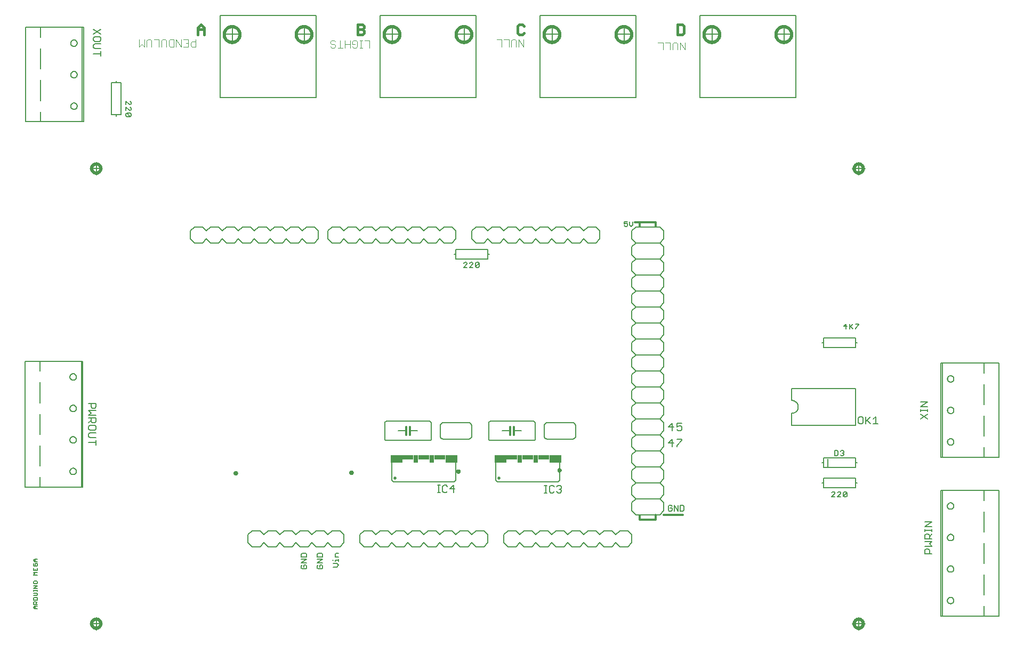
<source format=gto>
G75*
%MOIN*%
%OFA0B0*%
%FSLAX25Y25*%
%IPPOS*%
%LPD*%
%AMOC8*
5,1,8,0,0,1.08239X$1,22.5*
%
%ADD10C,0.01300*%
%ADD11C,0.02000*%
%ADD12C,0.00787*%
%ADD13C,0.00400*%
%ADD14C,0.00800*%
%ADD15C,0.01600*%
%ADD16C,0.00600*%
%ADD17C,0.01200*%
%ADD18C,0.00500*%
%ADD19C,0.02000*%
%ADD20R,0.07500X0.05000*%
%ADD21R,0.07000X0.03000*%
%ADD22R,0.03000X0.05000*%
D10*
X0263615Y0220000D02*
X0263617Y0220052D01*
X0263623Y0220104D01*
X0263633Y0220156D01*
X0263646Y0220206D01*
X0263663Y0220256D01*
X0263684Y0220304D01*
X0263709Y0220350D01*
X0263737Y0220394D01*
X0263768Y0220436D01*
X0263802Y0220476D01*
X0263839Y0220513D01*
X0263879Y0220547D01*
X0263921Y0220578D01*
X0263965Y0220606D01*
X0264011Y0220631D01*
X0264059Y0220652D01*
X0264109Y0220669D01*
X0264159Y0220682D01*
X0264211Y0220692D01*
X0264263Y0220698D01*
X0264315Y0220700D01*
X0264367Y0220698D01*
X0264419Y0220692D01*
X0264471Y0220682D01*
X0264521Y0220669D01*
X0264571Y0220652D01*
X0264619Y0220631D01*
X0264665Y0220606D01*
X0264709Y0220578D01*
X0264751Y0220547D01*
X0264791Y0220513D01*
X0264828Y0220476D01*
X0264862Y0220436D01*
X0264893Y0220394D01*
X0264921Y0220350D01*
X0264946Y0220304D01*
X0264967Y0220256D01*
X0264984Y0220206D01*
X0264997Y0220156D01*
X0265007Y0220104D01*
X0265013Y0220052D01*
X0265015Y0220000D01*
X0265013Y0219948D01*
X0265007Y0219896D01*
X0264997Y0219844D01*
X0264984Y0219794D01*
X0264967Y0219744D01*
X0264946Y0219696D01*
X0264921Y0219650D01*
X0264893Y0219606D01*
X0264862Y0219564D01*
X0264828Y0219524D01*
X0264791Y0219487D01*
X0264751Y0219453D01*
X0264709Y0219422D01*
X0264665Y0219394D01*
X0264619Y0219369D01*
X0264571Y0219348D01*
X0264521Y0219331D01*
X0264471Y0219318D01*
X0264419Y0219308D01*
X0264367Y0219302D01*
X0264315Y0219300D01*
X0264263Y0219302D01*
X0264211Y0219308D01*
X0264159Y0219318D01*
X0264109Y0219331D01*
X0264059Y0219348D01*
X0264011Y0219369D01*
X0263965Y0219394D01*
X0263921Y0219422D01*
X0263879Y0219453D01*
X0263839Y0219487D01*
X0263802Y0219524D01*
X0263768Y0219564D01*
X0263737Y0219606D01*
X0263709Y0219650D01*
X0263684Y0219696D01*
X0263663Y0219744D01*
X0263646Y0219794D01*
X0263633Y0219844D01*
X0263623Y0219896D01*
X0263617Y0219948D01*
X0263615Y0220000D01*
X0335965Y0220350D02*
X0335967Y0220402D01*
X0335973Y0220454D01*
X0335983Y0220506D01*
X0335996Y0220556D01*
X0336013Y0220606D01*
X0336034Y0220654D01*
X0336059Y0220700D01*
X0336087Y0220744D01*
X0336118Y0220786D01*
X0336152Y0220826D01*
X0336189Y0220863D01*
X0336229Y0220897D01*
X0336271Y0220928D01*
X0336315Y0220956D01*
X0336361Y0220981D01*
X0336409Y0221002D01*
X0336459Y0221019D01*
X0336509Y0221032D01*
X0336561Y0221042D01*
X0336613Y0221048D01*
X0336665Y0221050D01*
X0336717Y0221048D01*
X0336769Y0221042D01*
X0336821Y0221032D01*
X0336871Y0221019D01*
X0336921Y0221002D01*
X0336969Y0220981D01*
X0337015Y0220956D01*
X0337059Y0220928D01*
X0337101Y0220897D01*
X0337141Y0220863D01*
X0337178Y0220826D01*
X0337212Y0220786D01*
X0337243Y0220744D01*
X0337271Y0220700D01*
X0337296Y0220654D01*
X0337317Y0220606D01*
X0337334Y0220556D01*
X0337347Y0220506D01*
X0337357Y0220454D01*
X0337363Y0220402D01*
X0337365Y0220350D01*
X0337363Y0220298D01*
X0337357Y0220246D01*
X0337347Y0220194D01*
X0337334Y0220144D01*
X0337317Y0220094D01*
X0337296Y0220046D01*
X0337271Y0220000D01*
X0337243Y0219956D01*
X0337212Y0219914D01*
X0337178Y0219874D01*
X0337141Y0219837D01*
X0337101Y0219803D01*
X0337059Y0219772D01*
X0337015Y0219744D01*
X0336969Y0219719D01*
X0336921Y0219698D01*
X0336871Y0219681D01*
X0336821Y0219668D01*
X0336769Y0219658D01*
X0336717Y0219652D01*
X0336665Y0219650D01*
X0336613Y0219652D01*
X0336561Y0219658D01*
X0336509Y0219668D01*
X0336459Y0219681D01*
X0336409Y0219698D01*
X0336361Y0219719D01*
X0336315Y0219744D01*
X0336271Y0219772D01*
X0336229Y0219803D01*
X0336189Y0219837D01*
X0336152Y0219874D01*
X0336118Y0219914D01*
X0336087Y0219956D01*
X0336059Y0220000D01*
X0336034Y0220046D01*
X0336013Y0220094D01*
X0335996Y0220144D01*
X0335983Y0220194D01*
X0335973Y0220246D01*
X0335967Y0220298D01*
X0335965Y0220350D01*
X0402765Y0221100D02*
X0402767Y0221152D01*
X0402773Y0221204D01*
X0402783Y0221256D01*
X0402796Y0221306D01*
X0402813Y0221356D01*
X0402834Y0221404D01*
X0402859Y0221450D01*
X0402887Y0221494D01*
X0402918Y0221536D01*
X0402952Y0221576D01*
X0402989Y0221613D01*
X0403029Y0221647D01*
X0403071Y0221678D01*
X0403115Y0221706D01*
X0403161Y0221731D01*
X0403209Y0221752D01*
X0403259Y0221769D01*
X0403309Y0221782D01*
X0403361Y0221792D01*
X0403413Y0221798D01*
X0403465Y0221800D01*
X0403517Y0221798D01*
X0403569Y0221792D01*
X0403621Y0221782D01*
X0403671Y0221769D01*
X0403721Y0221752D01*
X0403769Y0221731D01*
X0403815Y0221706D01*
X0403859Y0221678D01*
X0403901Y0221647D01*
X0403941Y0221613D01*
X0403978Y0221576D01*
X0404012Y0221536D01*
X0404043Y0221494D01*
X0404071Y0221450D01*
X0404096Y0221404D01*
X0404117Y0221356D01*
X0404134Y0221306D01*
X0404147Y0221256D01*
X0404157Y0221204D01*
X0404163Y0221152D01*
X0404165Y0221100D01*
X0404163Y0221048D01*
X0404157Y0220996D01*
X0404147Y0220944D01*
X0404134Y0220894D01*
X0404117Y0220844D01*
X0404096Y0220796D01*
X0404071Y0220750D01*
X0404043Y0220706D01*
X0404012Y0220664D01*
X0403978Y0220624D01*
X0403941Y0220587D01*
X0403901Y0220553D01*
X0403859Y0220522D01*
X0403815Y0220494D01*
X0403769Y0220469D01*
X0403721Y0220448D01*
X0403671Y0220431D01*
X0403621Y0220418D01*
X0403569Y0220408D01*
X0403517Y0220402D01*
X0403465Y0220400D01*
X0403413Y0220402D01*
X0403361Y0220408D01*
X0403309Y0220418D01*
X0403259Y0220431D01*
X0403209Y0220448D01*
X0403161Y0220469D01*
X0403115Y0220494D01*
X0403071Y0220522D01*
X0403029Y0220553D01*
X0402989Y0220587D01*
X0402952Y0220624D01*
X0402918Y0220664D01*
X0402887Y0220706D01*
X0402859Y0220750D01*
X0402834Y0220796D01*
X0402813Y0220844D01*
X0402796Y0220894D01*
X0402783Y0220944D01*
X0402773Y0220996D01*
X0402767Y0221048D01*
X0402765Y0221100D01*
X0466015Y0221850D02*
X0466017Y0221902D01*
X0466023Y0221954D01*
X0466033Y0222006D01*
X0466046Y0222056D01*
X0466063Y0222106D01*
X0466084Y0222154D01*
X0466109Y0222200D01*
X0466137Y0222244D01*
X0466168Y0222286D01*
X0466202Y0222326D01*
X0466239Y0222363D01*
X0466279Y0222397D01*
X0466321Y0222428D01*
X0466365Y0222456D01*
X0466411Y0222481D01*
X0466459Y0222502D01*
X0466509Y0222519D01*
X0466559Y0222532D01*
X0466611Y0222542D01*
X0466663Y0222548D01*
X0466715Y0222550D01*
X0466767Y0222548D01*
X0466819Y0222542D01*
X0466871Y0222532D01*
X0466921Y0222519D01*
X0466971Y0222502D01*
X0467019Y0222481D01*
X0467065Y0222456D01*
X0467109Y0222428D01*
X0467151Y0222397D01*
X0467191Y0222363D01*
X0467228Y0222326D01*
X0467262Y0222286D01*
X0467293Y0222244D01*
X0467321Y0222200D01*
X0467346Y0222154D01*
X0467367Y0222106D01*
X0467384Y0222056D01*
X0467397Y0222006D01*
X0467407Y0221954D01*
X0467413Y0221902D01*
X0467415Y0221850D01*
X0467413Y0221798D01*
X0467407Y0221746D01*
X0467397Y0221694D01*
X0467384Y0221644D01*
X0467367Y0221594D01*
X0467346Y0221546D01*
X0467321Y0221500D01*
X0467293Y0221456D01*
X0467262Y0221414D01*
X0467228Y0221374D01*
X0467191Y0221337D01*
X0467151Y0221303D01*
X0467109Y0221272D01*
X0467065Y0221244D01*
X0467019Y0221219D01*
X0466971Y0221198D01*
X0466921Y0221181D01*
X0466871Y0221168D01*
X0466819Y0221158D01*
X0466767Y0221152D01*
X0466715Y0221150D01*
X0466663Y0221152D01*
X0466611Y0221158D01*
X0466559Y0221168D01*
X0466509Y0221181D01*
X0466459Y0221198D01*
X0466411Y0221219D01*
X0466365Y0221244D01*
X0466321Y0221272D01*
X0466279Y0221303D01*
X0466239Y0221337D01*
X0466202Y0221374D01*
X0466168Y0221414D01*
X0466137Y0221456D01*
X0466109Y0221500D01*
X0466084Y0221546D01*
X0466063Y0221594D01*
X0466046Y0221644D01*
X0466033Y0221694D01*
X0466023Y0221746D01*
X0466017Y0221798D01*
X0466015Y0221850D01*
D11*
X0650950Y0125970D02*
X0650952Y0126077D01*
X0650958Y0126183D01*
X0650968Y0126289D01*
X0650982Y0126395D01*
X0650999Y0126500D01*
X0651021Y0126604D01*
X0651047Y0126707D01*
X0651076Y0126810D01*
X0651109Y0126911D01*
X0651146Y0127011D01*
X0651186Y0127110D01*
X0651231Y0127207D01*
X0651278Y0127302D01*
X0651330Y0127395D01*
X0651384Y0127487D01*
X0651442Y0127576D01*
X0651504Y0127663D01*
X0651568Y0127748D01*
X0651636Y0127830D01*
X0651706Y0127910D01*
X0651780Y0127987D01*
X0651856Y0128061D01*
X0651936Y0128133D01*
X0652017Y0128201D01*
X0652101Y0128267D01*
X0652188Y0128329D01*
X0652277Y0128388D01*
X0652368Y0128443D01*
X0652461Y0128495D01*
X0652555Y0128544D01*
X0652652Y0128589D01*
X0652750Y0128630D01*
X0652850Y0128668D01*
X0652951Y0128702D01*
X0653053Y0128733D01*
X0653156Y0128759D01*
X0653260Y0128782D01*
X0653365Y0128800D01*
X0653471Y0128815D01*
X0653577Y0128826D01*
X0653683Y0128833D01*
X0653789Y0128836D01*
X0653896Y0128835D01*
X0654002Y0128830D01*
X0654109Y0128821D01*
X0654214Y0128808D01*
X0654320Y0128791D01*
X0654424Y0128771D01*
X0654528Y0128746D01*
X0654630Y0128718D01*
X0654732Y0128686D01*
X0654832Y0128650D01*
X0654931Y0128610D01*
X0655029Y0128567D01*
X0655124Y0128520D01*
X0655218Y0128470D01*
X0655310Y0128416D01*
X0655400Y0128359D01*
X0655488Y0128298D01*
X0655573Y0128234D01*
X0655656Y0128167D01*
X0655736Y0128097D01*
X0655814Y0128025D01*
X0655889Y0127949D01*
X0655961Y0127871D01*
X0656030Y0127789D01*
X0656096Y0127706D01*
X0656159Y0127620D01*
X0656219Y0127532D01*
X0656276Y0127441D01*
X0656329Y0127349D01*
X0656378Y0127254D01*
X0656424Y0127158D01*
X0656466Y0127061D01*
X0656505Y0126961D01*
X0656540Y0126861D01*
X0656571Y0126759D01*
X0656599Y0126656D01*
X0656622Y0126552D01*
X0656642Y0126447D01*
X0656658Y0126342D01*
X0656670Y0126236D01*
X0656678Y0126130D01*
X0656682Y0126023D01*
X0656682Y0125917D01*
X0656678Y0125810D01*
X0656670Y0125704D01*
X0656658Y0125598D01*
X0656642Y0125493D01*
X0656622Y0125388D01*
X0656599Y0125284D01*
X0656571Y0125181D01*
X0656540Y0125079D01*
X0656505Y0124979D01*
X0656466Y0124879D01*
X0656424Y0124782D01*
X0656378Y0124686D01*
X0656329Y0124591D01*
X0656276Y0124499D01*
X0656219Y0124408D01*
X0656159Y0124320D01*
X0656096Y0124234D01*
X0656030Y0124151D01*
X0655961Y0124069D01*
X0655889Y0123991D01*
X0655814Y0123915D01*
X0655736Y0123843D01*
X0655656Y0123773D01*
X0655573Y0123706D01*
X0655488Y0123642D01*
X0655400Y0123581D01*
X0655310Y0123524D01*
X0655218Y0123470D01*
X0655124Y0123420D01*
X0655029Y0123373D01*
X0654931Y0123330D01*
X0654832Y0123290D01*
X0654732Y0123254D01*
X0654630Y0123222D01*
X0654528Y0123194D01*
X0654424Y0123169D01*
X0654320Y0123149D01*
X0654214Y0123132D01*
X0654109Y0123119D01*
X0654002Y0123110D01*
X0653896Y0123105D01*
X0653789Y0123104D01*
X0653683Y0123107D01*
X0653577Y0123114D01*
X0653471Y0123125D01*
X0653365Y0123140D01*
X0653260Y0123158D01*
X0653156Y0123181D01*
X0653053Y0123207D01*
X0652951Y0123238D01*
X0652850Y0123272D01*
X0652750Y0123310D01*
X0652652Y0123351D01*
X0652555Y0123396D01*
X0652461Y0123445D01*
X0652368Y0123497D01*
X0652277Y0123552D01*
X0652188Y0123611D01*
X0652101Y0123673D01*
X0652017Y0123739D01*
X0651936Y0123807D01*
X0651856Y0123879D01*
X0651780Y0123953D01*
X0651706Y0124030D01*
X0651636Y0124110D01*
X0651568Y0124192D01*
X0651504Y0124277D01*
X0651442Y0124364D01*
X0651384Y0124453D01*
X0651330Y0124545D01*
X0651278Y0124638D01*
X0651231Y0124733D01*
X0651186Y0124830D01*
X0651146Y0124929D01*
X0651109Y0125029D01*
X0651076Y0125130D01*
X0651047Y0125233D01*
X0651021Y0125336D01*
X0650999Y0125440D01*
X0650982Y0125545D01*
X0650968Y0125651D01*
X0650958Y0125757D01*
X0650952Y0125863D01*
X0650950Y0125970D01*
X0650950Y0410616D02*
X0650952Y0410723D01*
X0650958Y0410829D01*
X0650968Y0410935D01*
X0650982Y0411041D01*
X0650999Y0411146D01*
X0651021Y0411250D01*
X0651047Y0411353D01*
X0651076Y0411456D01*
X0651109Y0411557D01*
X0651146Y0411657D01*
X0651186Y0411756D01*
X0651231Y0411853D01*
X0651278Y0411948D01*
X0651330Y0412041D01*
X0651384Y0412133D01*
X0651442Y0412222D01*
X0651504Y0412309D01*
X0651568Y0412394D01*
X0651636Y0412476D01*
X0651706Y0412556D01*
X0651780Y0412633D01*
X0651856Y0412707D01*
X0651936Y0412779D01*
X0652017Y0412847D01*
X0652101Y0412913D01*
X0652188Y0412975D01*
X0652277Y0413034D01*
X0652368Y0413089D01*
X0652461Y0413141D01*
X0652555Y0413190D01*
X0652652Y0413235D01*
X0652750Y0413276D01*
X0652850Y0413314D01*
X0652951Y0413348D01*
X0653053Y0413379D01*
X0653156Y0413405D01*
X0653260Y0413428D01*
X0653365Y0413446D01*
X0653471Y0413461D01*
X0653577Y0413472D01*
X0653683Y0413479D01*
X0653789Y0413482D01*
X0653896Y0413481D01*
X0654002Y0413476D01*
X0654109Y0413467D01*
X0654214Y0413454D01*
X0654320Y0413437D01*
X0654424Y0413417D01*
X0654528Y0413392D01*
X0654630Y0413364D01*
X0654732Y0413332D01*
X0654832Y0413296D01*
X0654931Y0413256D01*
X0655029Y0413213D01*
X0655124Y0413166D01*
X0655218Y0413116D01*
X0655310Y0413062D01*
X0655400Y0413005D01*
X0655488Y0412944D01*
X0655573Y0412880D01*
X0655656Y0412813D01*
X0655736Y0412743D01*
X0655814Y0412671D01*
X0655889Y0412595D01*
X0655961Y0412517D01*
X0656030Y0412435D01*
X0656096Y0412352D01*
X0656159Y0412266D01*
X0656219Y0412178D01*
X0656276Y0412087D01*
X0656329Y0411995D01*
X0656378Y0411900D01*
X0656424Y0411804D01*
X0656466Y0411707D01*
X0656505Y0411607D01*
X0656540Y0411507D01*
X0656571Y0411405D01*
X0656599Y0411302D01*
X0656622Y0411198D01*
X0656642Y0411093D01*
X0656658Y0410988D01*
X0656670Y0410882D01*
X0656678Y0410776D01*
X0656682Y0410669D01*
X0656682Y0410563D01*
X0656678Y0410456D01*
X0656670Y0410350D01*
X0656658Y0410244D01*
X0656642Y0410139D01*
X0656622Y0410034D01*
X0656599Y0409930D01*
X0656571Y0409827D01*
X0656540Y0409725D01*
X0656505Y0409625D01*
X0656466Y0409525D01*
X0656424Y0409428D01*
X0656378Y0409332D01*
X0656329Y0409237D01*
X0656276Y0409145D01*
X0656219Y0409054D01*
X0656159Y0408966D01*
X0656096Y0408880D01*
X0656030Y0408797D01*
X0655961Y0408715D01*
X0655889Y0408637D01*
X0655814Y0408561D01*
X0655736Y0408489D01*
X0655656Y0408419D01*
X0655573Y0408352D01*
X0655488Y0408288D01*
X0655400Y0408227D01*
X0655310Y0408170D01*
X0655218Y0408116D01*
X0655124Y0408066D01*
X0655029Y0408019D01*
X0654931Y0407976D01*
X0654832Y0407936D01*
X0654732Y0407900D01*
X0654630Y0407868D01*
X0654528Y0407840D01*
X0654424Y0407815D01*
X0654320Y0407795D01*
X0654214Y0407778D01*
X0654109Y0407765D01*
X0654002Y0407756D01*
X0653896Y0407751D01*
X0653789Y0407750D01*
X0653683Y0407753D01*
X0653577Y0407760D01*
X0653471Y0407771D01*
X0653365Y0407786D01*
X0653260Y0407804D01*
X0653156Y0407827D01*
X0653053Y0407853D01*
X0652951Y0407884D01*
X0652850Y0407918D01*
X0652750Y0407956D01*
X0652652Y0407997D01*
X0652555Y0408042D01*
X0652461Y0408091D01*
X0652368Y0408143D01*
X0652277Y0408198D01*
X0652188Y0408257D01*
X0652101Y0408319D01*
X0652017Y0408385D01*
X0651936Y0408453D01*
X0651856Y0408525D01*
X0651780Y0408599D01*
X0651706Y0408676D01*
X0651636Y0408756D01*
X0651568Y0408838D01*
X0651504Y0408923D01*
X0651442Y0409010D01*
X0651384Y0409099D01*
X0651330Y0409191D01*
X0651278Y0409284D01*
X0651231Y0409379D01*
X0651186Y0409476D01*
X0651146Y0409575D01*
X0651109Y0409675D01*
X0651076Y0409776D01*
X0651047Y0409879D01*
X0651021Y0409982D01*
X0650999Y0410086D01*
X0650982Y0410191D01*
X0650968Y0410297D01*
X0650958Y0410403D01*
X0650952Y0410509D01*
X0650950Y0410616D01*
X0602044Y0494400D02*
X0602046Y0494540D01*
X0602052Y0494680D01*
X0602062Y0494819D01*
X0602076Y0494958D01*
X0602094Y0495097D01*
X0602115Y0495235D01*
X0602141Y0495373D01*
X0602171Y0495510D01*
X0602204Y0495645D01*
X0602242Y0495780D01*
X0602283Y0495914D01*
X0602328Y0496047D01*
X0602376Y0496178D01*
X0602429Y0496307D01*
X0602485Y0496436D01*
X0602544Y0496562D01*
X0602608Y0496687D01*
X0602674Y0496810D01*
X0602745Y0496931D01*
X0602818Y0497050D01*
X0602895Y0497167D01*
X0602976Y0497281D01*
X0603059Y0497393D01*
X0603146Y0497503D01*
X0603236Y0497611D01*
X0603328Y0497715D01*
X0603424Y0497817D01*
X0603523Y0497917D01*
X0603624Y0498013D01*
X0603728Y0498107D01*
X0603835Y0498197D01*
X0603944Y0498284D01*
X0604056Y0498369D01*
X0604170Y0498450D01*
X0604286Y0498528D01*
X0604404Y0498602D01*
X0604525Y0498673D01*
X0604647Y0498741D01*
X0604772Y0498805D01*
X0604898Y0498866D01*
X0605025Y0498923D01*
X0605155Y0498976D01*
X0605286Y0499026D01*
X0605418Y0499071D01*
X0605551Y0499114D01*
X0605686Y0499152D01*
X0605821Y0499186D01*
X0605958Y0499217D01*
X0606095Y0499244D01*
X0606233Y0499266D01*
X0606372Y0499285D01*
X0606511Y0499300D01*
X0606650Y0499311D01*
X0606790Y0499318D01*
X0606930Y0499321D01*
X0607070Y0499320D01*
X0607210Y0499315D01*
X0607349Y0499306D01*
X0607489Y0499293D01*
X0607628Y0499276D01*
X0607766Y0499255D01*
X0607904Y0499231D01*
X0608041Y0499202D01*
X0608177Y0499170D01*
X0608312Y0499133D01*
X0608446Y0499093D01*
X0608579Y0499049D01*
X0608710Y0499001D01*
X0608840Y0498950D01*
X0608969Y0498895D01*
X0609096Y0498836D01*
X0609221Y0498773D01*
X0609344Y0498708D01*
X0609466Y0498638D01*
X0609585Y0498565D01*
X0609703Y0498489D01*
X0609818Y0498410D01*
X0609931Y0498327D01*
X0610041Y0498241D01*
X0610149Y0498152D01*
X0610254Y0498060D01*
X0610357Y0497965D01*
X0610457Y0497867D01*
X0610554Y0497767D01*
X0610648Y0497663D01*
X0610740Y0497557D01*
X0610828Y0497449D01*
X0610913Y0497338D01*
X0610995Y0497224D01*
X0611074Y0497108D01*
X0611149Y0496991D01*
X0611221Y0496871D01*
X0611289Y0496749D01*
X0611354Y0496625D01*
X0611416Y0496499D01*
X0611474Y0496372D01*
X0611528Y0496243D01*
X0611579Y0496112D01*
X0611625Y0495980D01*
X0611668Y0495847D01*
X0611708Y0495713D01*
X0611743Y0495578D01*
X0611775Y0495441D01*
X0611802Y0495304D01*
X0611826Y0495166D01*
X0611846Y0495028D01*
X0611862Y0494889D01*
X0611874Y0494749D01*
X0611882Y0494610D01*
X0611886Y0494470D01*
X0611886Y0494330D01*
X0611882Y0494190D01*
X0611874Y0494051D01*
X0611862Y0493911D01*
X0611846Y0493772D01*
X0611826Y0493634D01*
X0611802Y0493496D01*
X0611775Y0493359D01*
X0611743Y0493222D01*
X0611708Y0493087D01*
X0611668Y0492953D01*
X0611625Y0492820D01*
X0611579Y0492688D01*
X0611528Y0492557D01*
X0611474Y0492428D01*
X0611416Y0492301D01*
X0611354Y0492175D01*
X0611289Y0492051D01*
X0611221Y0491929D01*
X0611149Y0491809D01*
X0611074Y0491692D01*
X0610995Y0491576D01*
X0610913Y0491462D01*
X0610828Y0491351D01*
X0610740Y0491243D01*
X0610648Y0491137D01*
X0610554Y0491033D01*
X0610457Y0490933D01*
X0610357Y0490835D01*
X0610254Y0490740D01*
X0610149Y0490648D01*
X0610041Y0490559D01*
X0609931Y0490473D01*
X0609818Y0490390D01*
X0609703Y0490311D01*
X0609585Y0490235D01*
X0609466Y0490162D01*
X0609344Y0490092D01*
X0609221Y0490027D01*
X0609096Y0489964D01*
X0608969Y0489905D01*
X0608840Y0489850D01*
X0608710Y0489799D01*
X0608579Y0489751D01*
X0608446Y0489707D01*
X0608312Y0489667D01*
X0608177Y0489630D01*
X0608041Y0489598D01*
X0607904Y0489569D01*
X0607766Y0489545D01*
X0607628Y0489524D01*
X0607489Y0489507D01*
X0607349Y0489494D01*
X0607210Y0489485D01*
X0607070Y0489480D01*
X0606930Y0489479D01*
X0606790Y0489482D01*
X0606650Y0489489D01*
X0606511Y0489500D01*
X0606372Y0489515D01*
X0606233Y0489534D01*
X0606095Y0489556D01*
X0605958Y0489583D01*
X0605821Y0489614D01*
X0605686Y0489648D01*
X0605551Y0489686D01*
X0605418Y0489729D01*
X0605286Y0489774D01*
X0605155Y0489824D01*
X0605025Y0489877D01*
X0604898Y0489934D01*
X0604772Y0489995D01*
X0604647Y0490059D01*
X0604525Y0490127D01*
X0604404Y0490198D01*
X0604286Y0490272D01*
X0604170Y0490350D01*
X0604056Y0490431D01*
X0603944Y0490516D01*
X0603835Y0490603D01*
X0603728Y0490693D01*
X0603624Y0490787D01*
X0603523Y0490883D01*
X0603424Y0490983D01*
X0603328Y0491085D01*
X0603236Y0491189D01*
X0603146Y0491297D01*
X0603059Y0491407D01*
X0602976Y0491519D01*
X0602895Y0491633D01*
X0602818Y0491750D01*
X0602745Y0491869D01*
X0602674Y0491990D01*
X0602608Y0492113D01*
X0602544Y0492238D01*
X0602485Y0492364D01*
X0602429Y0492493D01*
X0602376Y0492622D01*
X0602328Y0492753D01*
X0602283Y0492886D01*
X0602242Y0493020D01*
X0602204Y0493155D01*
X0602171Y0493290D01*
X0602141Y0493427D01*
X0602115Y0493565D01*
X0602094Y0493703D01*
X0602076Y0493842D01*
X0602062Y0493981D01*
X0602052Y0494120D01*
X0602046Y0494260D01*
X0602044Y0494400D01*
X0557044Y0494400D02*
X0557046Y0494540D01*
X0557052Y0494680D01*
X0557062Y0494819D01*
X0557076Y0494958D01*
X0557094Y0495097D01*
X0557115Y0495235D01*
X0557141Y0495373D01*
X0557171Y0495510D01*
X0557204Y0495645D01*
X0557242Y0495780D01*
X0557283Y0495914D01*
X0557328Y0496047D01*
X0557376Y0496178D01*
X0557429Y0496307D01*
X0557485Y0496436D01*
X0557544Y0496562D01*
X0557608Y0496687D01*
X0557674Y0496810D01*
X0557745Y0496931D01*
X0557818Y0497050D01*
X0557895Y0497167D01*
X0557976Y0497281D01*
X0558059Y0497393D01*
X0558146Y0497503D01*
X0558236Y0497611D01*
X0558328Y0497715D01*
X0558424Y0497817D01*
X0558523Y0497917D01*
X0558624Y0498013D01*
X0558728Y0498107D01*
X0558835Y0498197D01*
X0558944Y0498284D01*
X0559056Y0498369D01*
X0559170Y0498450D01*
X0559286Y0498528D01*
X0559404Y0498602D01*
X0559525Y0498673D01*
X0559647Y0498741D01*
X0559772Y0498805D01*
X0559898Y0498866D01*
X0560025Y0498923D01*
X0560155Y0498976D01*
X0560286Y0499026D01*
X0560418Y0499071D01*
X0560551Y0499114D01*
X0560686Y0499152D01*
X0560821Y0499186D01*
X0560958Y0499217D01*
X0561095Y0499244D01*
X0561233Y0499266D01*
X0561372Y0499285D01*
X0561511Y0499300D01*
X0561650Y0499311D01*
X0561790Y0499318D01*
X0561930Y0499321D01*
X0562070Y0499320D01*
X0562210Y0499315D01*
X0562349Y0499306D01*
X0562489Y0499293D01*
X0562628Y0499276D01*
X0562766Y0499255D01*
X0562904Y0499231D01*
X0563041Y0499202D01*
X0563177Y0499170D01*
X0563312Y0499133D01*
X0563446Y0499093D01*
X0563579Y0499049D01*
X0563710Y0499001D01*
X0563840Y0498950D01*
X0563969Y0498895D01*
X0564096Y0498836D01*
X0564221Y0498773D01*
X0564344Y0498708D01*
X0564466Y0498638D01*
X0564585Y0498565D01*
X0564703Y0498489D01*
X0564818Y0498410D01*
X0564931Y0498327D01*
X0565041Y0498241D01*
X0565149Y0498152D01*
X0565254Y0498060D01*
X0565357Y0497965D01*
X0565457Y0497867D01*
X0565554Y0497767D01*
X0565648Y0497663D01*
X0565740Y0497557D01*
X0565828Y0497449D01*
X0565913Y0497338D01*
X0565995Y0497224D01*
X0566074Y0497108D01*
X0566149Y0496991D01*
X0566221Y0496871D01*
X0566289Y0496749D01*
X0566354Y0496625D01*
X0566416Y0496499D01*
X0566474Y0496372D01*
X0566528Y0496243D01*
X0566579Y0496112D01*
X0566625Y0495980D01*
X0566668Y0495847D01*
X0566708Y0495713D01*
X0566743Y0495578D01*
X0566775Y0495441D01*
X0566802Y0495304D01*
X0566826Y0495166D01*
X0566846Y0495028D01*
X0566862Y0494889D01*
X0566874Y0494749D01*
X0566882Y0494610D01*
X0566886Y0494470D01*
X0566886Y0494330D01*
X0566882Y0494190D01*
X0566874Y0494051D01*
X0566862Y0493911D01*
X0566846Y0493772D01*
X0566826Y0493634D01*
X0566802Y0493496D01*
X0566775Y0493359D01*
X0566743Y0493222D01*
X0566708Y0493087D01*
X0566668Y0492953D01*
X0566625Y0492820D01*
X0566579Y0492688D01*
X0566528Y0492557D01*
X0566474Y0492428D01*
X0566416Y0492301D01*
X0566354Y0492175D01*
X0566289Y0492051D01*
X0566221Y0491929D01*
X0566149Y0491809D01*
X0566074Y0491692D01*
X0565995Y0491576D01*
X0565913Y0491462D01*
X0565828Y0491351D01*
X0565740Y0491243D01*
X0565648Y0491137D01*
X0565554Y0491033D01*
X0565457Y0490933D01*
X0565357Y0490835D01*
X0565254Y0490740D01*
X0565149Y0490648D01*
X0565041Y0490559D01*
X0564931Y0490473D01*
X0564818Y0490390D01*
X0564703Y0490311D01*
X0564585Y0490235D01*
X0564466Y0490162D01*
X0564344Y0490092D01*
X0564221Y0490027D01*
X0564096Y0489964D01*
X0563969Y0489905D01*
X0563840Y0489850D01*
X0563710Y0489799D01*
X0563579Y0489751D01*
X0563446Y0489707D01*
X0563312Y0489667D01*
X0563177Y0489630D01*
X0563041Y0489598D01*
X0562904Y0489569D01*
X0562766Y0489545D01*
X0562628Y0489524D01*
X0562489Y0489507D01*
X0562349Y0489494D01*
X0562210Y0489485D01*
X0562070Y0489480D01*
X0561930Y0489479D01*
X0561790Y0489482D01*
X0561650Y0489489D01*
X0561511Y0489500D01*
X0561372Y0489515D01*
X0561233Y0489534D01*
X0561095Y0489556D01*
X0560958Y0489583D01*
X0560821Y0489614D01*
X0560686Y0489648D01*
X0560551Y0489686D01*
X0560418Y0489729D01*
X0560286Y0489774D01*
X0560155Y0489824D01*
X0560025Y0489877D01*
X0559898Y0489934D01*
X0559772Y0489995D01*
X0559647Y0490059D01*
X0559525Y0490127D01*
X0559404Y0490198D01*
X0559286Y0490272D01*
X0559170Y0490350D01*
X0559056Y0490431D01*
X0558944Y0490516D01*
X0558835Y0490603D01*
X0558728Y0490693D01*
X0558624Y0490787D01*
X0558523Y0490883D01*
X0558424Y0490983D01*
X0558328Y0491085D01*
X0558236Y0491189D01*
X0558146Y0491297D01*
X0558059Y0491407D01*
X0557976Y0491519D01*
X0557895Y0491633D01*
X0557818Y0491750D01*
X0557745Y0491869D01*
X0557674Y0491990D01*
X0557608Y0492113D01*
X0557544Y0492238D01*
X0557485Y0492364D01*
X0557429Y0492493D01*
X0557376Y0492622D01*
X0557328Y0492753D01*
X0557283Y0492886D01*
X0557242Y0493020D01*
X0557204Y0493155D01*
X0557171Y0493290D01*
X0557141Y0493427D01*
X0557115Y0493565D01*
X0557094Y0493703D01*
X0557076Y0493842D01*
X0557062Y0493981D01*
X0557052Y0494120D01*
X0557046Y0494260D01*
X0557044Y0494400D01*
X0502044Y0494400D02*
X0502046Y0494540D01*
X0502052Y0494680D01*
X0502062Y0494819D01*
X0502076Y0494958D01*
X0502094Y0495097D01*
X0502115Y0495235D01*
X0502141Y0495373D01*
X0502171Y0495510D01*
X0502204Y0495645D01*
X0502242Y0495780D01*
X0502283Y0495914D01*
X0502328Y0496047D01*
X0502376Y0496178D01*
X0502429Y0496307D01*
X0502485Y0496436D01*
X0502544Y0496562D01*
X0502608Y0496687D01*
X0502674Y0496810D01*
X0502745Y0496931D01*
X0502818Y0497050D01*
X0502895Y0497167D01*
X0502976Y0497281D01*
X0503059Y0497393D01*
X0503146Y0497503D01*
X0503236Y0497611D01*
X0503328Y0497715D01*
X0503424Y0497817D01*
X0503523Y0497917D01*
X0503624Y0498013D01*
X0503728Y0498107D01*
X0503835Y0498197D01*
X0503944Y0498284D01*
X0504056Y0498369D01*
X0504170Y0498450D01*
X0504286Y0498528D01*
X0504404Y0498602D01*
X0504525Y0498673D01*
X0504647Y0498741D01*
X0504772Y0498805D01*
X0504898Y0498866D01*
X0505025Y0498923D01*
X0505155Y0498976D01*
X0505286Y0499026D01*
X0505418Y0499071D01*
X0505551Y0499114D01*
X0505686Y0499152D01*
X0505821Y0499186D01*
X0505958Y0499217D01*
X0506095Y0499244D01*
X0506233Y0499266D01*
X0506372Y0499285D01*
X0506511Y0499300D01*
X0506650Y0499311D01*
X0506790Y0499318D01*
X0506930Y0499321D01*
X0507070Y0499320D01*
X0507210Y0499315D01*
X0507349Y0499306D01*
X0507489Y0499293D01*
X0507628Y0499276D01*
X0507766Y0499255D01*
X0507904Y0499231D01*
X0508041Y0499202D01*
X0508177Y0499170D01*
X0508312Y0499133D01*
X0508446Y0499093D01*
X0508579Y0499049D01*
X0508710Y0499001D01*
X0508840Y0498950D01*
X0508969Y0498895D01*
X0509096Y0498836D01*
X0509221Y0498773D01*
X0509344Y0498708D01*
X0509466Y0498638D01*
X0509585Y0498565D01*
X0509703Y0498489D01*
X0509818Y0498410D01*
X0509931Y0498327D01*
X0510041Y0498241D01*
X0510149Y0498152D01*
X0510254Y0498060D01*
X0510357Y0497965D01*
X0510457Y0497867D01*
X0510554Y0497767D01*
X0510648Y0497663D01*
X0510740Y0497557D01*
X0510828Y0497449D01*
X0510913Y0497338D01*
X0510995Y0497224D01*
X0511074Y0497108D01*
X0511149Y0496991D01*
X0511221Y0496871D01*
X0511289Y0496749D01*
X0511354Y0496625D01*
X0511416Y0496499D01*
X0511474Y0496372D01*
X0511528Y0496243D01*
X0511579Y0496112D01*
X0511625Y0495980D01*
X0511668Y0495847D01*
X0511708Y0495713D01*
X0511743Y0495578D01*
X0511775Y0495441D01*
X0511802Y0495304D01*
X0511826Y0495166D01*
X0511846Y0495028D01*
X0511862Y0494889D01*
X0511874Y0494749D01*
X0511882Y0494610D01*
X0511886Y0494470D01*
X0511886Y0494330D01*
X0511882Y0494190D01*
X0511874Y0494051D01*
X0511862Y0493911D01*
X0511846Y0493772D01*
X0511826Y0493634D01*
X0511802Y0493496D01*
X0511775Y0493359D01*
X0511743Y0493222D01*
X0511708Y0493087D01*
X0511668Y0492953D01*
X0511625Y0492820D01*
X0511579Y0492688D01*
X0511528Y0492557D01*
X0511474Y0492428D01*
X0511416Y0492301D01*
X0511354Y0492175D01*
X0511289Y0492051D01*
X0511221Y0491929D01*
X0511149Y0491809D01*
X0511074Y0491692D01*
X0510995Y0491576D01*
X0510913Y0491462D01*
X0510828Y0491351D01*
X0510740Y0491243D01*
X0510648Y0491137D01*
X0510554Y0491033D01*
X0510457Y0490933D01*
X0510357Y0490835D01*
X0510254Y0490740D01*
X0510149Y0490648D01*
X0510041Y0490559D01*
X0509931Y0490473D01*
X0509818Y0490390D01*
X0509703Y0490311D01*
X0509585Y0490235D01*
X0509466Y0490162D01*
X0509344Y0490092D01*
X0509221Y0490027D01*
X0509096Y0489964D01*
X0508969Y0489905D01*
X0508840Y0489850D01*
X0508710Y0489799D01*
X0508579Y0489751D01*
X0508446Y0489707D01*
X0508312Y0489667D01*
X0508177Y0489630D01*
X0508041Y0489598D01*
X0507904Y0489569D01*
X0507766Y0489545D01*
X0507628Y0489524D01*
X0507489Y0489507D01*
X0507349Y0489494D01*
X0507210Y0489485D01*
X0507070Y0489480D01*
X0506930Y0489479D01*
X0506790Y0489482D01*
X0506650Y0489489D01*
X0506511Y0489500D01*
X0506372Y0489515D01*
X0506233Y0489534D01*
X0506095Y0489556D01*
X0505958Y0489583D01*
X0505821Y0489614D01*
X0505686Y0489648D01*
X0505551Y0489686D01*
X0505418Y0489729D01*
X0505286Y0489774D01*
X0505155Y0489824D01*
X0505025Y0489877D01*
X0504898Y0489934D01*
X0504772Y0489995D01*
X0504647Y0490059D01*
X0504525Y0490127D01*
X0504404Y0490198D01*
X0504286Y0490272D01*
X0504170Y0490350D01*
X0504056Y0490431D01*
X0503944Y0490516D01*
X0503835Y0490603D01*
X0503728Y0490693D01*
X0503624Y0490787D01*
X0503523Y0490883D01*
X0503424Y0490983D01*
X0503328Y0491085D01*
X0503236Y0491189D01*
X0503146Y0491297D01*
X0503059Y0491407D01*
X0502976Y0491519D01*
X0502895Y0491633D01*
X0502818Y0491750D01*
X0502745Y0491869D01*
X0502674Y0491990D01*
X0502608Y0492113D01*
X0502544Y0492238D01*
X0502485Y0492364D01*
X0502429Y0492493D01*
X0502376Y0492622D01*
X0502328Y0492753D01*
X0502283Y0492886D01*
X0502242Y0493020D01*
X0502204Y0493155D01*
X0502171Y0493290D01*
X0502141Y0493427D01*
X0502115Y0493565D01*
X0502094Y0493703D01*
X0502076Y0493842D01*
X0502062Y0493981D01*
X0502052Y0494120D01*
X0502046Y0494260D01*
X0502044Y0494400D01*
X0457044Y0494400D02*
X0457046Y0494540D01*
X0457052Y0494680D01*
X0457062Y0494819D01*
X0457076Y0494958D01*
X0457094Y0495097D01*
X0457115Y0495235D01*
X0457141Y0495373D01*
X0457171Y0495510D01*
X0457204Y0495645D01*
X0457242Y0495780D01*
X0457283Y0495914D01*
X0457328Y0496047D01*
X0457376Y0496178D01*
X0457429Y0496307D01*
X0457485Y0496436D01*
X0457544Y0496562D01*
X0457608Y0496687D01*
X0457674Y0496810D01*
X0457745Y0496931D01*
X0457818Y0497050D01*
X0457895Y0497167D01*
X0457976Y0497281D01*
X0458059Y0497393D01*
X0458146Y0497503D01*
X0458236Y0497611D01*
X0458328Y0497715D01*
X0458424Y0497817D01*
X0458523Y0497917D01*
X0458624Y0498013D01*
X0458728Y0498107D01*
X0458835Y0498197D01*
X0458944Y0498284D01*
X0459056Y0498369D01*
X0459170Y0498450D01*
X0459286Y0498528D01*
X0459404Y0498602D01*
X0459525Y0498673D01*
X0459647Y0498741D01*
X0459772Y0498805D01*
X0459898Y0498866D01*
X0460025Y0498923D01*
X0460155Y0498976D01*
X0460286Y0499026D01*
X0460418Y0499071D01*
X0460551Y0499114D01*
X0460686Y0499152D01*
X0460821Y0499186D01*
X0460958Y0499217D01*
X0461095Y0499244D01*
X0461233Y0499266D01*
X0461372Y0499285D01*
X0461511Y0499300D01*
X0461650Y0499311D01*
X0461790Y0499318D01*
X0461930Y0499321D01*
X0462070Y0499320D01*
X0462210Y0499315D01*
X0462349Y0499306D01*
X0462489Y0499293D01*
X0462628Y0499276D01*
X0462766Y0499255D01*
X0462904Y0499231D01*
X0463041Y0499202D01*
X0463177Y0499170D01*
X0463312Y0499133D01*
X0463446Y0499093D01*
X0463579Y0499049D01*
X0463710Y0499001D01*
X0463840Y0498950D01*
X0463969Y0498895D01*
X0464096Y0498836D01*
X0464221Y0498773D01*
X0464344Y0498708D01*
X0464466Y0498638D01*
X0464585Y0498565D01*
X0464703Y0498489D01*
X0464818Y0498410D01*
X0464931Y0498327D01*
X0465041Y0498241D01*
X0465149Y0498152D01*
X0465254Y0498060D01*
X0465357Y0497965D01*
X0465457Y0497867D01*
X0465554Y0497767D01*
X0465648Y0497663D01*
X0465740Y0497557D01*
X0465828Y0497449D01*
X0465913Y0497338D01*
X0465995Y0497224D01*
X0466074Y0497108D01*
X0466149Y0496991D01*
X0466221Y0496871D01*
X0466289Y0496749D01*
X0466354Y0496625D01*
X0466416Y0496499D01*
X0466474Y0496372D01*
X0466528Y0496243D01*
X0466579Y0496112D01*
X0466625Y0495980D01*
X0466668Y0495847D01*
X0466708Y0495713D01*
X0466743Y0495578D01*
X0466775Y0495441D01*
X0466802Y0495304D01*
X0466826Y0495166D01*
X0466846Y0495028D01*
X0466862Y0494889D01*
X0466874Y0494749D01*
X0466882Y0494610D01*
X0466886Y0494470D01*
X0466886Y0494330D01*
X0466882Y0494190D01*
X0466874Y0494051D01*
X0466862Y0493911D01*
X0466846Y0493772D01*
X0466826Y0493634D01*
X0466802Y0493496D01*
X0466775Y0493359D01*
X0466743Y0493222D01*
X0466708Y0493087D01*
X0466668Y0492953D01*
X0466625Y0492820D01*
X0466579Y0492688D01*
X0466528Y0492557D01*
X0466474Y0492428D01*
X0466416Y0492301D01*
X0466354Y0492175D01*
X0466289Y0492051D01*
X0466221Y0491929D01*
X0466149Y0491809D01*
X0466074Y0491692D01*
X0465995Y0491576D01*
X0465913Y0491462D01*
X0465828Y0491351D01*
X0465740Y0491243D01*
X0465648Y0491137D01*
X0465554Y0491033D01*
X0465457Y0490933D01*
X0465357Y0490835D01*
X0465254Y0490740D01*
X0465149Y0490648D01*
X0465041Y0490559D01*
X0464931Y0490473D01*
X0464818Y0490390D01*
X0464703Y0490311D01*
X0464585Y0490235D01*
X0464466Y0490162D01*
X0464344Y0490092D01*
X0464221Y0490027D01*
X0464096Y0489964D01*
X0463969Y0489905D01*
X0463840Y0489850D01*
X0463710Y0489799D01*
X0463579Y0489751D01*
X0463446Y0489707D01*
X0463312Y0489667D01*
X0463177Y0489630D01*
X0463041Y0489598D01*
X0462904Y0489569D01*
X0462766Y0489545D01*
X0462628Y0489524D01*
X0462489Y0489507D01*
X0462349Y0489494D01*
X0462210Y0489485D01*
X0462070Y0489480D01*
X0461930Y0489479D01*
X0461790Y0489482D01*
X0461650Y0489489D01*
X0461511Y0489500D01*
X0461372Y0489515D01*
X0461233Y0489534D01*
X0461095Y0489556D01*
X0460958Y0489583D01*
X0460821Y0489614D01*
X0460686Y0489648D01*
X0460551Y0489686D01*
X0460418Y0489729D01*
X0460286Y0489774D01*
X0460155Y0489824D01*
X0460025Y0489877D01*
X0459898Y0489934D01*
X0459772Y0489995D01*
X0459647Y0490059D01*
X0459525Y0490127D01*
X0459404Y0490198D01*
X0459286Y0490272D01*
X0459170Y0490350D01*
X0459056Y0490431D01*
X0458944Y0490516D01*
X0458835Y0490603D01*
X0458728Y0490693D01*
X0458624Y0490787D01*
X0458523Y0490883D01*
X0458424Y0490983D01*
X0458328Y0491085D01*
X0458236Y0491189D01*
X0458146Y0491297D01*
X0458059Y0491407D01*
X0457976Y0491519D01*
X0457895Y0491633D01*
X0457818Y0491750D01*
X0457745Y0491869D01*
X0457674Y0491990D01*
X0457608Y0492113D01*
X0457544Y0492238D01*
X0457485Y0492364D01*
X0457429Y0492493D01*
X0457376Y0492622D01*
X0457328Y0492753D01*
X0457283Y0492886D01*
X0457242Y0493020D01*
X0457204Y0493155D01*
X0457171Y0493290D01*
X0457141Y0493427D01*
X0457115Y0493565D01*
X0457094Y0493703D01*
X0457076Y0493842D01*
X0457062Y0493981D01*
X0457052Y0494120D01*
X0457046Y0494260D01*
X0457044Y0494400D01*
X0402044Y0494400D02*
X0402046Y0494540D01*
X0402052Y0494680D01*
X0402062Y0494819D01*
X0402076Y0494958D01*
X0402094Y0495097D01*
X0402115Y0495235D01*
X0402141Y0495373D01*
X0402171Y0495510D01*
X0402204Y0495645D01*
X0402242Y0495780D01*
X0402283Y0495914D01*
X0402328Y0496047D01*
X0402376Y0496178D01*
X0402429Y0496307D01*
X0402485Y0496436D01*
X0402544Y0496562D01*
X0402608Y0496687D01*
X0402674Y0496810D01*
X0402745Y0496931D01*
X0402818Y0497050D01*
X0402895Y0497167D01*
X0402976Y0497281D01*
X0403059Y0497393D01*
X0403146Y0497503D01*
X0403236Y0497611D01*
X0403328Y0497715D01*
X0403424Y0497817D01*
X0403523Y0497917D01*
X0403624Y0498013D01*
X0403728Y0498107D01*
X0403835Y0498197D01*
X0403944Y0498284D01*
X0404056Y0498369D01*
X0404170Y0498450D01*
X0404286Y0498528D01*
X0404404Y0498602D01*
X0404525Y0498673D01*
X0404647Y0498741D01*
X0404772Y0498805D01*
X0404898Y0498866D01*
X0405025Y0498923D01*
X0405155Y0498976D01*
X0405286Y0499026D01*
X0405418Y0499071D01*
X0405551Y0499114D01*
X0405686Y0499152D01*
X0405821Y0499186D01*
X0405958Y0499217D01*
X0406095Y0499244D01*
X0406233Y0499266D01*
X0406372Y0499285D01*
X0406511Y0499300D01*
X0406650Y0499311D01*
X0406790Y0499318D01*
X0406930Y0499321D01*
X0407070Y0499320D01*
X0407210Y0499315D01*
X0407349Y0499306D01*
X0407489Y0499293D01*
X0407628Y0499276D01*
X0407766Y0499255D01*
X0407904Y0499231D01*
X0408041Y0499202D01*
X0408177Y0499170D01*
X0408312Y0499133D01*
X0408446Y0499093D01*
X0408579Y0499049D01*
X0408710Y0499001D01*
X0408840Y0498950D01*
X0408969Y0498895D01*
X0409096Y0498836D01*
X0409221Y0498773D01*
X0409344Y0498708D01*
X0409466Y0498638D01*
X0409585Y0498565D01*
X0409703Y0498489D01*
X0409818Y0498410D01*
X0409931Y0498327D01*
X0410041Y0498241D01*
X0410149Y0498152D01*
X0410254Y0498060D01*
X0410357Y0497965D01*
X0410457Y0497867D01*
X0410554Y0497767D01*
X0410648Y0497663D01*
X0410740Y0497557D01*
X0410828Y0497449D01*
X0410913Y0497338D01*
X0410995Y0497224D01*
X0411074Y0497108D01*
X0411149Y0496991D01*
X0411221Y0496871D01*
X0411289Y0496749D01*
X0411354Y0496625D01*
X0411416Y0496499D01*
X0411474Y0496372D01*
X0411528Y0496243D01*
X0411579Y0496112D01*
X0411625Y0495980D01*
X0411668Y0495847D01*
X0411708Y0495713D01*
X0411743Y0495578D01*
X0411775Y0495441D01*
X0411802Y0495304D01*
X0411826Y0495166D01*
X0411846Y0495028D01*
X0411862Y0494889D01*
X0411874Y0494749D01*
X0411882Y0494610D01*
X0411886Y0494470D01*
X0411886Y0494330D01*
X0411882Y0494190D01*
X0411874Y0494051D01*
X0411862Y0493911D01*
X0411846Y0493772D01*
X0411826Y0493634D01*
X0411802Y0493496D01*
X0411775Y0493359D01*
X0411743Y0493222D01*
X0411708Y0493087D01*
X0411668Y0492953D01*
X0411625Y0492820D01*
X0411579Y0492688D01*
X0411528Y0492557D01*
X0411474Y0492428D01*
X0411416Y0492301D01*
X0411354Y0492175D01*
X0411289Y0492051D01*
X0411221Y0491929D01*
X0411149Y0491809D01*
X0411074Y0491692D01*
X0410995Y0491576D01*
X0410913Y0491462D01*
X0410828Y0491351D01*
X0410740Y0491243D01*
X0410648Y0491137D01*
X0410554Y0491033D01*
X0410457Y0490933D01*
X0410357Y0490835D01*
X0410254Y0490740D01*
X0410149Y0490648D01*
X0410041Y0490559D01*
X0409931Y0490473D01*
X0409818Y0490390D01*
X0409703Y0490311D01*
X0409585Y0490235D01*
X0409466Y0490162D01*
X0409344Y0490092D01*
X0409221Y0490027D01*
X0409096Y0489964D01*
X0408969Y0489905D01*
X0408840Y0489850D01*
X0408710Y0489799D01*
X0408579Y0489751D01*
X0408446Y0489707D01*
X0408312Y0489667D01*
X0408177Y0489630D01*
X0408041Y0489598D01*
X0407904Y0489569D01*
X0407766Y0489545D01*
X0407628Y0489524D01*
X0407489Y0489507D01*
X0407349Y0489494D01*
X0407210Y0489485D01*
X0407070Y0489480D01*
X0406930Y0489479D01*
X0406790Y0489482D01*
X0406650Y0489489D01*
X0406511Y0489500D01*
X0406372Y0489515D01*
X0406233Y0489534D01*
X0406095Y0489556D01*
X0405958Y0489583D01*
X0405821Y0489614D01*
X0405686Y0489648D01*
X0405551Y0489686D01*
X0405418Y0489729D01*
X0405286Y0489774D01*
X0405155Y0489824D01*
X0405025Y0489877D01*
X0404898Y0489934D01*
X0404772Y0489995D01*
X0404647Y0490059D01*
X0404525Y0490127D01*
X0404404Y0490198D01*
X0404286Y0490272D01*
X0404170Y0490350D01*
X0404056Y0490431D01*
X0403944Y0490516D01*
X0403835Y0490603D01*
X0403728Y0490693D01*
X0403624Y0490787D01*
X0403523Y0490883D01*
X0403424Y0490983D01*
X0403328Y0491085D01*
X0403236Y0491189D01*
X0403146Y0491297D01*
X0403059Y0491407D01*
X0402976Y0491519D01*
X0402895Y0491633D01*
X0402818Y0491750D01*
X0402745Y0491869D01*
X0402674Y0491990D01*
X0402608Y0492113D01*
X0402544Y0492238D01*
X0402485Y0492364D01*
X0402429Y0492493D01*
X0402376Y0492622D01*
X0402328Y0492753D01*
X0402283Y0492886D01*
X0402242Y0493020D01*
X0402204Y0493155D01*
X0402171Y0493290D01*
X0402141Y0493427D01*
X0402115Y0493565D01*
X0402094Y0493703D01*
X0402076Y0493842D01*
X0402062Y0493981D01*
X0402052Y0494120D01*
X0402046Y0494260D01*
X0402044Y0494400D01*
X0357044Y0494400D02*
X0357046Y0494540D01*
X0357052Y0494680D01*
X0357062Y0494819D01*
X0357076Y0494958D01*
X0357094Y0495097D01*
X0357115Y0495235D01*
X0357141Y0495373D01*
X0357171Y0495510D01*
X0357204Y0495645D01*
X0357242Y0495780D01*
X0357283Y0495914D01*
X0357328Y0496047D01*
X0357376Y0496178D01*
X0357429Y0496307D01*
X0357485Y0496436D01*
X0357544Y0496562D01*
X0357608Y0496687D01*
X0357674Y0496810D01*
X0357745Y0496931D01*
X0357818Y0497050D01*
X0357895Y0497167D01*
X0357976Y0497281D01*
X0358059Y0497393D01*
X0358146Y0497503D01*
X0358236Y0497611D01*
X0358328Y0497715D01*
X0358424Y0497817D01*
X0358523Y0497917D01*
X0358624Y0498013D01*
X0358728Y0498107D01*
X0358835Y0498197D01*
X0358944Y0498284D01*
X0359056Y0498369D01*
X0359170Y0498450D01*
X0359286Y0498528D01*
X0359404Y0498602D01*
X0359525Y0498673D01*
X0359647Y0498741D01*
X0359772Y0498805D01*
X0359898Y0498866D01*
X0360025Y0498923D01*
X0360155Y0498976D01*
X0360286Y0499026D01*
X0360418Y0499071D01*
X0360551Y0499114D01*
X0360686Y0499152D01*
X0360821Y0499186D01*
X0360958Y0499217D01*
X0361095Y0499244D01*
X0361233Y0499266D01*
X0361372Y0499285D01*
X0361511Y0499300D01*
X0361650Y0499311D01*
X0361790Y0499318D01*
X0361930Y0499321D01*
X0362070Y0499320D01*
X0362210Y0499315D01*
X0362349Y0499306D01*
X0362489Y0499293D01*
X0362628Y0499276D01*
X0362766Y0499255D01*
X0362904Y0499231D01*
X0363041Y0499202D01*
X0363177Y0499170D01*
X0363312Y0499133D01*
X0363446Y0499093D01*
X0363579Y0499049D01*
X0363710Y0499001D01*
X0363840Y0498950D01*
X0363969Y0498895D01*
X0364096Y0498836D01*
X0364221Y0498773D01*
X0364344Y0498708D01*
X0364466Y0498638D01*
X0364585Y0498565D01*
X0364703Y0498489D01*
X0364818Y0498410D01*
X0364931Y0498327D01*
X0365041Y0498241D01*
X0365149Y0498152D01*
X0365254Y0498060D01*
X0365357Y0497965D01*
X0365457Y0497867D01*
X0365554Y0497767D01*
X0365648Y0497663D01*
X0365740Y0497557D01*
X0365828Y0497449D01*
X0365913Y0497338D01*
X0365995Y0497224D01*
X0366074Y0497108D01*
X0366149Y0496991D01*
X0366221Y0496871D01*
X0366289Y0496749D01*
X0366354Y0496625D01*
X0366416Y0496499D01*
X0366474Y0496372D01*
X0366528Y0496243D01*
X0366579Y0496112D01*
X0366625Y0495980D01*
X0366668Y0495847D01*
X0366708Y0495713D01*
X0366743Y0495578D01*
X0366775Y0495441D01*
X0366802Y0495304D01*
X0366826Y0495166D01*
X0366846Y0495028D01*
X0366862Y0494889D01*
X0366874Y0494749D01*
X0366882Y0494610D01*
X0366886Y0494470D01*
X0366886Y0494330D01*
X0366882Y0494190D01*
X0366874Y0494051D01*
X0366862Y0493911D01*
X0366846Y0493772D01*
X0366826Y0493634D01*
X0366802Y0493496D01*
X0366775Y0493359D01*
X0366743Y0493222D01*
X0366708Y0493087D01*
X0366668Y0492953D01*
X0366625Y0492820D01*
X0366579Y0492688D01*
X0366528Y0492557D01*
X0366474Y0492428D01*
X0366416Y0492301D01*
X0366354Y0492175D01*
X0366289Y0492051D01*
X0366221Y0491929D01*
X0366149Y0491809D01*
X0366074Y0491692D01*
X0365995Y0491576D01*
X0365913Y0491462D01*
X0365828Y0491351D01*
X0365740Y0491243D01*
X0365648Y0491137D01*
X0365554Y0491033D01*
X0365457Y0490933D01*
X0365357Y0490835D01*
X0365254Y0490740D01*
X0365149Y0490648D01*
X0365041Y0490559D01*
X0364931Y0490473D01*
X0364818Y0490390D01*
X0364703Y0490311D01*
X0364585Y0490235D01*
X0364466Y0490162D01*
X0364344Y0490092D01*
X0364221Y0490027D01*
X0364096Y0489964D01*
X0363969Y0489905D01*
X0363840Y0489850D01*
X0363710Y0489799D01*
X0363579Y0489751D01*
X0363446Y0489707D01*
X0363312Y0489667D01*
X0363177Y0489630D01*
X0363041Y0489598D01*
X0362904Y0489569D01*
X0362766Y0489545D01*
X0362628Y0489524D01*
X0362489Y0489507D01*
X0362349Y0489494D01*
X0362210Y0489485D01*
X0362070Y0489480D01*
X0361930Y0489479D01*
X0361790Y0489482D01*
X0361650Y0489489D01*
X0361511Y0489500D01*
X0361372Y0489515D01*
X0361233Y0489534D01*
X0361095Y0489556D01*
X0360958Y0489583D01*
X0360821Y0489614D01*
X0360686Y0489648D01*
X0360551Y0489686D01*
X0360418Y0489729D01*
X0360286Y0489774D01*
X0360155Y0489824D01*
X0360025Y0489877D01*
X0359898Y0489934D01*
X0359772Y0489995D01*
X0359647Y0490059D01*
X0359525Y0490127D01*
X0359404Y0490198D01*
X0359286Y0490272D01*
X0359170Y0490350D01*
X0359056Y0490431D01*
X0358944Y0490516D01*
X0358835Y0490603D01*
X0358728Y0490693D01*
X0358624Y0490787D01*
X0358523Y0490883D01*
X0358424Y0490983D01*
X0358328Y0491085D01*
X0358236Y0491189D01*
X0358146Y0491297D01*
X0358059Y0491407D01*
X0357976Y0491519D01*
X0357895Y0491633D01*
X0357818Y0491750D01*
X0357745Y0491869D01*
X0357674Y0491990D01*
X0357608Y0492113D01*
X0357544Y0492238D01*
X0357485Y0492364D01*
X0357429Y0492493D01*
X0357376Y0492622D01*
X0357328Y0492753D01*
X0357283Y0492886D01*
X0357242Y0493020D01*
X0357204Y0493155D01*
X0357171Y0493290D01*
X0357141Y0493427D01*
X0357115Y0493565D01*
X0357094Y0493703D01*
X0357076Y0493842D01*
X0357062Y0493981D01*
X0357052Y0494120D01*
X0357046Y0494260D01*
X0357044Y0494400D01*
X0302044Y0494400D02*
X0302046Y0494540D01*
X0302052Y0494680D01*
X0302062Y0494819D01*
X0302076Y0494958D01*
X0302094Y0495097D01*
X0302115Y0495235D01*
X0302141Y0495373D01*
X0302171Y0495510D01*
X0302204Y0495645D01*
X0302242Y0495780D01*
X0302283Y0495914D01*
X0302328Y0496047D01*
X0302376Y0496178D01*
X0302429Y0496307D01*
X0302485Y0496436D01*
X0302544Y0496562D01*
X0302608Y0496687D01*
X0302674Y0496810D01*
X0302745Y0496931D01*
X0302818Y0497050D01*
X0302895Y0497167D01*
X0302976Y0497281D01*
X0303059Y0497393D01*
X0303146Y0497503D01*
X0303236Y0497611D01*
X0303328Y0497715D01*
X0303424Y0497817D01*
X0303523Y0497917D01*
X0303624Y0498013D01*
X0303728Y0498107D01*
X0303835Y0498197D01*
X0303944Y0498284D01*
X0304056Y0498369D01*
X0304170Y0498450D01*
X0304286Y0498528D01*
X0304404Y0498602D01*
X0304525Y0498673D01*
X0304647Y0498741D01*
X0304772Y0498805D01*
X0304898Y0498866D01*
X0305025Y0498923D01*
X0305155Y0498976D01*
X0305286Y0499026D01*
X0305418Y0499071D01*
X0305551Y0499114D01*
X0305686Y0499152D01*
X0305821Y0499186D01*
X0305958Y0499217D01*
X0306095Y0499244D01*
X0306233Y0499266D01*
X0306372Y0499285D01*
X0306511Y0499300D01*
X0306650Y0499311D01*
X0306790Y0499318D01*
X0306930Y0499321D01*
X0307070Y0499320D01*
X0307210Y0499315D01*
X0307349Y0499306D01*
X0307489Y0499293D01*
X0307628Y0499276D01*
X0307766Y0499255D01*
X0307904Y0499231D01*
X0308041Y0499202D01*
X0308177Y0499170D01*
X0308312Y0499133D01*
X0308446Y0499093D01*
X0308579Y0499049D01*
X0308710Y0499001D01*
X0308840Y0498950D01*
X0308969Y0498895D01*
X0309096Y0498836D01*
X0309221Y0498773D01*
X0309344Y0498708D01*
X0309466Y0498638D01*
X0309585Y0498565D01*
X0309703Y0498489D01*
X0309818Y0498410D01*
X0309931Y0498327D01*
X0310041Y0498241D01*
X0310149Y0498152D01*
X0310254Y0498060D01*
X0310357Y0497965D01*
X0310457Y0497867D01*
X0310554Y0497767D01*
X0310648Y0497663D01*
X0310740Y0497557D01*
X0310828Y0497449D01*
X0310913Y0497338D01*
X0310995Y0497224D01*
X0311074Y0497108D01*
X0311149Y0496991D01*
X0311221Y0496871D01*
X0311289Y0496749D01*
X0311354Y0496625D01*
X0311416Y0496499D01*
X0311474Y0496372D01*
X0311528Y0496243D01*
X0311579Y0496112D01*
X0311625Y0495980D01*
X0311668Y0495847D01*
X0311708Y0495713D01*
X0311743Y0495578D01*
X0311775Y0495441D01*
X0311802Y0495304D01*
X0311826Y0495166D01*
X0311846Y0495028D01*
X0311862Y0494889D01*
X0311874Y0494749D01*
X0311882Y0494610D01*
X0311886Y0494470D01*
X0311886Y0494330D01*
X0311882Y0494190D01*
X0311874Y0494051D01*
X0311862Y0493911D01*
X0311846Y0493772D01*
X0311826Y0493634D01*
X0311802Y0493496D01*
X0311775Y0493359D01*
X0311743Y0493222D01*
X0311708Y0493087D01*
X0311668Y0492953D01*
X0311625Y0492820D01*
X0311579Y0492688D01*
X0311528Y0492557D01*
X0311474Y0492428D01*
X0311416Y0492301D01*
X0311354Y0492175D01*
X0311289Y0492051D01*
X0311221Y0491929D01*
X0311149Y0491809D01*
X0311074Y0491692D01*
X0310995Y0491576D01*
X0310913Y0491462D01*
X0310828Y0491351D01*
X0310740Y0491243D01*
X0310648Y0491137D01*
X0310554Y0491033D01*
X0310457Y0490933D01*
X0310357Y0490835D01*
X0310254Y0490740D01*
X0310149Y0490648D01*
X0310041Y0490559D01*
X0309931Y0490473D01*
X0309818Y0490390D01*
X0309703Y0490311D01*
X0309585Y0490235D01*
X0309466Y0490162D01*
X0309344Y0490092D01*
X0309221Y0490027D01*
X0309096Y0489964D01*
X0308969Y0489905D01*
X0308840Y0489850D01*
X0308710Y0489799D01*
X0308579Y0489751D01*
X0308446Y0489707D01*
X0308312Y0489667D01*
X0308177Y0489630D01*
X0308041Y0489598D01*
X0307904Y0489569D01*
X0307766Y0489545D01*
X0307628Y0489524D01*
X0307489Y0489507D01*
X0307349Y0489494D01*
X0307210Y0489485D01*
X0307070Y0489480D01*
X0306930Y0489479D01*
X0306790Y0489482D01*
X0306650Y0489489D01*
X0306511Y0489500D01*
X0306372Y0489515D01*
X0306233Y0489534D01*
X0306095Y0489556D01*
X0305958Y0489583D01*
X0305821Y0489614D01*
X0305686Y0489648D01*
X0305551Y0489686D01*
X0305418Y0489729D01*
X0305286Y0489774D01*
X0305155Y0489824D01*
X0305025Y0489877D01*
X0304898Y0489934D01*
X0304772Y0489995D01*
X0304647Y0490059D01*
X0304525Y0490127D01*
X0304404Y0490198D01*
X0304286Y0490272D01*
X0304170Y0490350D01*
X0304056Y0490431D01*
X0303944Y0490516D01*
X0303835Y0490603D01*
X0303728Y0490693D01*
X0303624Y0490787D01*
X0303523Y0490883D01*
X0303424Y0490983D01*
X0303328Y0491085D01*
X0303236Y0491189D01*
X0303146Y0491297D01*
X0303059Y0491407D01*
X0302976Y0491519D01*
X0302895Y0491633D01*
X0302818Y0491750D01*
X0302745Y0491869D01*
X0302674Y0491990D01*
X0302608Y0492113D01*
X0302544Y0492238D01*
X0302485Y0492364D01*
X0302429Y0492493D01*
X0302376Y0492622D01*
X0302328Y0492753D01*
X0302283Y0492886D01*
X0302242Y0493020D01*
X0302204Y0493155D01*
X0302171Y0493290D01*
X0302141Y0493427D01*
X0302115Y0493565D01*
X0302094Y0493703D01*
X0302076Y0493842D01*
X0302062Y0493981D01*
X0302052Y0494120D01*
X0302046Y0494260D01*
X0302044Y0494400D01*
X0257044Y0494400D02*
X0257046Y0494540D01*
X0257052Y0494680D01*
X0257062Y0494819D01*
X0257076Y0494958D01*
X0257094Y0495097D01*
X0257115Y0495235D01*
X0257141Y0495373D01*
X0257171Y0495510D01*
X0257204Y0495645D01*
X0257242Y0495780D01*
X0257283Y0495914D01*
X0257328Y0496047D01*
X0257376Y0496178D01*
X0257429Y0496307D01*
X0257485Y0496436D01*
X0257544Y0496562D01*
X0257608Y0496687D01*
X0257674Y0496810D01*
X0257745Y0496931D01*
X0257818Y0497050D01*
X0257895Y0497167D01*
X0257976Y0497281D01*
X0258059Y0497393D01*
X0258146Y0497503D01*
X0258236Y0497611D01*
X0258328Y0497715D01*
X0258424Y0497817D01*
X0258523Y0497917D01*
X0258624Y0498013D01*
X0258728Y0498107D01*
X0258835Y0498197D01*
X0258944Y0498284D01*
X0259056Y0498369D01*
X0259170Y0498450D01*
X0259286Y0498528D01*
X0259404Y0498602D01*
X0259525Y0498673D01*
X0259647Y0498741D01*
X0259772Y0498805D01*
X0259898Y0498866D01*
X0260025Y0498923D01*
X0260155Y0498976D01*
X0260286Y0499026D01*
X0260418Y0499071D01*
X0260551Y0499114D01*
X0260686Y0499152D01*
X0260821Y0499186D01*
X0260958Y0499217D01*
X0261095Y0499244D01*
X0261233Y0499266D01*
X0261372Y0499285D01*
X0261511Y0499300D01*
X0261650Y0499311D01*
X0261790Y0499318D01*
X0261930Y0499321D01*
X0262070Y0499320D01*
X0262210Y0499315D01*
X0262349Y0499306D01*
X0262489Y0499293D01*
X0262628Y0499276D01*
X0262766Y0499255D01*
X0262904Y0499231D01*
X0263041Y0499202D01*
X0263177Y0499170D01*
X0263312Y0499133D01*
X0263446Y0499093D01*
X0263579Y0499049D01*
X0263710Y0499001D01*
X0263840Y0498950D01*
X0263969Y0498895D01*
X0264096Y0498836D01*
X0264221Y0498773D01*
X0264344Y0498708D01*
X0264466Y0498638D01*
X0264585Y0498565D01*
X0264703Y0498489D01*
X0264818Y0498410D01*
X0264931Y0498327D01*
X0265041Y0498241D01*
X0265149Y0498152D01*
X0265254Y0498060D01*
X0265357Y0497965D01*
X0265457Y0497867D01*
X0265554Y0497767D01*
X0265648Y0497663D01*
X0265740Y0497557D01*
X0265828Y0497449D01*
X0265913Y0497338D01*
X0265995Y0497224D01*
X0266074Y0497108D01*
X0266149Y0496991D01*
X0266221Y0496871D01*
X0266289Y0496749D01*
X0266354Y0496625D01*
X0266416Y0496499D01*
X0266474Y0496372D01*
X0266528Y0496243D01*
X0266579Y0496112D01*
X0266625Y0495980D01*
X0266668Y0495847D01*
X0266708Y0495713D01*
X0266743Y0495578D01*
X0266775Y0495441D01*
X0266802Y0495304D01*
X0266826Y0495166D01*
X0266846Y0495028D01*
X0266862Y0494889D01*
X0266874Y0494749D01*
X0266882Y0494610D01*
X0266886Y0494470D01*
X0266886Y0494330D01*
X0266882Y0494190D01*
X0266874Y0494051D01*
X0266862Y0493911D01*
X0266846Y0493772D01*
X0266826Y0493634D01*
X0266802Y0493496D01*
X0266775Y0493359D01*
X0266743Y0493222D01*
X0266708Y0493087D01*
X0266668Y0492953D01*
X0266625Y0492820D01*
X0266579Y0492688D01*
X0266528Y0492557D01*
X0266474Y0492428D01*
X0266416Y0492301D01*
X0266354Y0492175D01*
X0266289Y0492051D01*
X0266221Y0491929D01*
X0266149Y0491809D01*
X0266074Y0491692D01*
X0265995Y0491576D01*
X0265913Y0491462D01*
X0265828Y0491351D01*
X0265740Y0491243D01*
X0265648Y0491137D01*
X0265554Y0491033D01*
X0265457Y0490933D01*
X0265357Y0490835D01*
X0265254Y0490740D01*
X0265149Y0490648D01*
X0265041Y0490559D01*
X0264931Y0490473D01*
X0264818Y0490390D01*
X0264703Y0490311D01*
X0264585Y0490235D01*
X0264466Y0490162D01*
X0264344Y0490092D01*
X0264221Y0490027D01*
X0264096Y0489964D01*
X0263969Y0489905D01*
X0263840Y0489850D01*
X0263710Y0489799D01*
X0263579Y0489751D01*
X0263446Y0489707D01*
X0263312Y0489667D01*
X0263177Y0489630D01*
X0263041Y0489598D01*
X0262904Y0489569D01*
X0262766Y0489545D01*
X0262628Y0489524D01*
X0262489Y0489507D01*
X0262349Y0489494D01*
X0262210Y0489485D01*
X0262070Y0489480D01*
X0261930Y0489479D01*
X0261790Y0489482D01*
X0261650Y0489489D01*
X0261511Y0489500D01*
X0261372Y0489515D01*
X0261233Y0489534D01*
X0261095Y0489556D01*
X0260958Y0489583D01*
X0260821Y0489614D01*
X0260686Y0489648D01*
X0260551Y0489686D01*
X0260418Y0489729D01*
X0260286Y0489774D01*
X0260155Y0489824D01*
X0260025Y0489877D01*
X0259898Y0489934D01*
X0259772Y0489995D01*
X0259647Y0490059D01*
X0259525Y0490127D01*
X0259404Y0490198D01*
X0259286Y0490272D01*
X0259170Y0490350D01*
X0259056Y0490431D01*
X0258944Y0490516D01*
X0258835Y0490603D01*
X0258728Y0490693D01*
X0258624Y0490787D01*
X0258523Y0490883D01*
X0258424Y0490983D01*
X0258328Y0491085D01*
X0258236Y0491189D01*
X0258146Y0491297D01*
X0258059Y0491407D01*
X0257976Y0491519D01*
X0257895Y0491633D01*
X0257818Y0491750D01*
X0257745Y0491869D01*
X0257674Y0491990D01*
X0257608Y0492113D01*
X0257544Y0492238D01*
X0257485Y0492364D01*
X0257429Y0492493D01*
X0257376Y0492622D01*
X0257328Y0492753D01*
X0257283Y0492886D01*
X0257242Y0493020D01*
X0257204Y0493155D01*
X0257171Y0493290D01*
X0257141Y0493427D01*
X0257115Y0493565D01*
X0257094Y0493703D01*
X0257076Y0493842D01*
X0257062Y0493981D01*
X0257052Y0494120D01*
X0257046Y0494260D01*
X0257044Y0494400D01*
X0174178Y0410616D02*
X0174180Y0410723D01*
X0174186Y0410829D01*
X0174196Y0410935D01*
X0174210Y0411041D01*
X0174227Y0411146D01*
X0174249Y0411250D01*
X0174275Y0411353D01*
X0174304Y0411456D01*
X0174337Y0411557D01*
X0174374Y0411657D01*
X0174414Y0411756D01*
X0174459Y0411853D01*
X0174506Y0411948D01*
X0174558Y0412041D01*
X0174612Y0412133D01*
X0174670Y0412222D01*
X0174732Y0412309D01*
X0174796Y0412394D01*
X0174864Y0412476D01*
X0174934Y0412556D01*
X0175008Y0412633D01*
X0175084Y0412707D01*
X0175164Y0412779D01*
X0175245Y0412847D01*
X0175329Y0412913D01*
X0175416Y0412975D01*
X0175505Y0413034D01*
X0175596Y0413089D01*
X0175689Y0413141D01*
X0175783Y0413190D01*
X0175880Y0413235D01*
X0175978Y0413276D01*
X0176078Y0413314D01*
X0176179Y0413348D01*
X0176281Y0413379D01*
X0176384Y0413405D01*
X0176488Y0413428D01*
X0176593Y0413446D01*
X0176699Y0413461D01*
X0176805Y0413472D01*
X0176911Y0413479D01*
X0177017Y0413482D01*
X0177124Y0413481D01*
X0177230Y0413476D01*
X0177337Y0413467D01*
X0177442Y0413454D01*
X0177548Y0413437D01*
X0177652Y0413417D01*
X0177756Y0413392D01*
X0177858Y0413364D01*
X0177960Y0413332D01*
X0178060Y0413296D01*
X0178159Y0413256D01*
X0178257Y0413213D01*
X0178352Y0413166D01*
X0178446Y0413116D01*
X0178538Y0413062D01*
X0178628Y0413005D01*
X0178716Y0412944D01*
X0178801Y0412880D01*
X0178884Y0412813D01*
X0178964Y0412743D01*
X0179042Y0412671D01*
X0179117Y0412595D01*
X0179189Y0412517D01*
X0179258Y0412435D01*
X0179324Y0412352D01*
X0179387Y0412266D01*
X0179447Y0412178D01*
X0179504Y0412087D01*
X0179557Y0411995D01*
X0179606Y0411900D01*
X0179652Y0411804D01*
X0179694Y0411707D01*
X0179733Y0411607D01*
X0179768Y0411507D01*
X0179799Y0411405D01*
X0179827Y0411302D01*
X0179850Y0411198D01*
X0179870Y0411093D01*
X0179886Y0410988D01*
X0179898Y0410882D01*
X0179906Y0410776D01*
X0179910Y0410669D01*
X0179910Y0410563D01*
X0179906Y0410456D01*
X0179898Y0410350D01*
X0179886Y0410244D01*
X0179870Y0410139D01*
X0179850Y0410034D01*
X0179827Y0409930D01*
X0179799Y0409827D01*
X0179768Y0409725D01*
X0179733Y0409625D01*
X0179694Y0409525D01*
X0179652Y0409428D01*
X0179606Y0409332D01*
X0179557Y0409237D01*
X0179504Y0409145D01*
X0179447Y0409054D01*
X0179387Y0408966D01*
X0179324Y0408880D01*
X0179258Y0408797D01*
X0179189Y0408715D01*
X0179117Y0408637D01*
X0179042Y0408561D01*
X0178964Y0408489D01*
X0178884Y0408419D01*
X0178801Y0408352D01*
X0178716Y0408288D01*
X0178628Y0408227D01*
X0178538Y0408170D01*
X0178446Y0408116D01*
X0178352Y0408066D01*
X0178257Y0408019D01*
X0178159Y0407976D01*
X0178060Y0407936D01*
X0177960Y0407900D01*
X0177858Y0407868D01*
X0177756Y0407840D01*
X0177652Y0407815D01*
X0177548Y0407795D01*
X0177442Y0407778D01*
X0177337Y0407765D01*
X0177230Y0407756D01*
X0177124Y0407751D01*
X0177017Y0407750D01*
X0176911Y0407753D01*
X0176805Y0407760D01*
X0176699Y0407771D01*
X0176593Y0407786D01*
X0176488Y0407804D01*
X0176384Y0407827D01*
X0176281Y0407853D01*
X0176179Y0407884D01*
X0176078Y0407918D01*
X0175978Y0407956D01*
X0175880Y0407997D01*
X0175783Y0408042D01*
X0175689Y0408091D01*
X0175596Y0408143D01*
X0175505Y0408198D01*
X0175416Y0408257D01*
X0175329Y0408319D01*
X0175245Y0408385D01*
X0175164Y0408453D01*
X0175084Y0408525D01*
X0175008Y0408599D01*
X0174934Y0408676D01*
X0174864Y0408756D01*
X0174796Y0408838D01*
X0174732Y0408923D01*
X0174670Y0409010D01*
X0174612Y0409099D01*
X0174558Y0409191D01*
X0174506Y0409284D01*
X0174459Y0409379D01*
X0174414Y0409476D01*
X0174374Y0409575D01*
X0174337Y0409675D01*
X0174304Y0409776D01*
X0174275Y0409879D01*
X0174249Y0409982D01*
X0174227Y0410086D01*
X0174210Y0410191D01*
X0174196Y0410297D01*
X0174186Y0410403D01*
X0174180Y0410509D01*
X0174178Y0410616D01*
X0174178Y0125970D02*
X0174180Y0126077D01*
X0174186Y0126183D01*
X0174196Y0126289D01*
X0174210Y0126395D01*
X0174227Y0126500D01*
X0174249Y0126604D01*
X0174275Y0126707D01*
X0174304Y0126810D01*
X0174337Y0126911D01*
X0174374Y0127011D01*
X0174414Y0127110D01*
X0174459Y0127207D01*
X0174506Y0127302D01*
X0174558Y0127395D01*
X0174612Y0127487D01*
X0174670Y0127576D01*
X0174732Y0127663D01*
X0174796Y0127748D01*
X0174864Y0127830D01*
X0174934Y0127910D01*
X0175008Y0127987D01*
X0175084Y0128061D01*
X0175164Y0128133D01*
X0175245Y0128201D01*
X0175329Y0128267D01*
X0175416Y0128329D01*
X0175505Y0128388D01*
X0175596Y0128443D01*
X0175689Y0128495D01*
X0175783Y0128544D01*
X0175880Y0128589D01*
X0175978Y0128630D01*
X0176078Y0128668D01*
X0176179Y0128702D01*
X0176281Y0128733D01*
X0176384Y0128759D01*
X0176488Y0128782D01*
X0176593Y0128800D01*
X0176699Y0128815D01*
X0176805Y0128826D01*
X0176911Y0128833D01*
X0177017Y0128836D01*
X0177124Y0128835D01*
X0177230Y0128830D01*
X0177337Y0128821D01*
X0177442Y0128808D01*
X0177548Y0128791D01*
X0177652Y0128771D01*
X0177756Y0128746D01*
X0177858Y0128718D01*
X0177960Y0128686D01*
X0178060Y0128650D01*
X0178159Y0128610D01*
X0178257Y0128567D01*
X0178352Y0128520D01*
X0178446Y0128470D01*
X0178538Y0128416D01*
X0178628Y0128359D01*
X0178716Y0128298D01*
X0178801Y0128234D01*
X0178884Y0128167D01*
X0178964Y0128097D01*
X0179042Y0128025D01*
X0179117Y0127949D01*
X0179189Y0127871D01*
X0179258Y0127789D01*
X0179324Y0127706D01*
X0179387Y0127620D01*
X0179447Y0127532D01*
X0179504Y0127441D01*
X0179557Y0127349D01*
X0179606Y0127254D01*
X0179652Y0127158D01*
X0179694Y0127061D01*
X0179733Y0126961D01*
X0179768Y0126861D01*
X0179799Y0126759D01*
X0179827Y0126656D01*
X0179850Y0126552D01*
X0179870Y0126447D01*
X0179886Y0126342D01*
X0179898Y0126236D01*
X0179906Y0126130D01*
X0179910Y0126023D01*
X0179910Y0125917D01*
X0179906Y0125810D01*
X0179898Y0125704D01*
X0179886Y0125598D01*
X0179870Y0125493D01*
X0179850Y0125388D01*
X0179827Y0125284D01*
X0179799Y0125181D01*
X0179768Y0125079D01*
X0179733Y0124979D01*
X0179694Y0124879D01*
X0179652Y0124782D01*
X0179606Y0124686D01*
X0179557Y0124591D01*
X0179504Y0124499D01*
X0179447Y0124408D01*
X0179387Y0124320D01*
X0179324Y0124234D01*
X0179258Y0124151D01*
X0179189Y0124069D01*
X0179117Y0123991D01*
X0179042Y0123915D01*
X0178964Y0123843D01*
X0178884Y0123773D01*
X0178801Y0123706D01*
X0178716Y0123642D01*
X0178628Y0123581D01*
X0178538Y0123524D01*
X0178446Y0123470D01*
X0178352Y0123420D01*
X0178257Y0123373D01*
X0178159Y0123330D01*
X0178060Y0123290D01*
X0177960Y0123254D01*
X0177858Y0123222D01*
X0177756Y0123194D01*
X0177652Y0123169D01*
X0177548Y0123149D01*
X0177442Y0123132D01*
X0177337Y0123119D01*
X0177230Y0123110D01*
X0177124Y0123105D01*
X0177017Y0123104D01*
X0176911Y0123107D01*
X0176805Y0123114D01*
X0176699Y0123125D01*
X0176593Y0123140D01*
X0176488Y0123158D01*
X0176384Y0123181D01*
X0176281Y0123207D01*
X0176179Y0123238D01*
X0176078Y0123272D01*
X0175978Y0123310D01*
X0175880Y0123351D01*
X0175783Y0123396D01*
X0175689Y0123445D01*
X0175596Y0123497D01*
X0175505Y0123552D01*
X0175416Y0123611D01*
X0175329Y0123673D01*
X0175245Y0123739D01*
X0175164Y0123807D01*
X0175084Y0123879D01*
X0175008Y0123953D01*
X0174934Y0124030D01*
X0174864Y0124110D01*
X0174796Y0124192D01*
X0174732Y0124277D01*
X0174670Y0124364D01*
X0174612Y0124453D01*
X0174558Y0124545D01*
X0174506Y0124638D01*
X0174459Y0124733D01*
X0174414Y0124830D01*
X0174374Y0124929D01*
X0174337Y0125029D01*
X0174304Y0125130D01*
X0174275Y0125233D01*
X0174249Y0125336D01*
X0174227Y0125440D01*
X0174210Y0125545D01*
X0174196Y0125651D01*
X0174186Y0125757D01*
X0174180Y0125863D01*
X0174178Y0125970D01*
D12*
X0177044Y0129907D02*
X0177044Y0122033D01*
X0173107Y0125970D02*
X0180981Y0125970D01*
X0177044Y0406679D02*
X0177044Y0414553D01*
X0173107Y0410616D02*
X0180981Y0410616D01*
X0262016Y0489079D02*
X0262016Y0499453D01*
X0257279Y0494616D02*
X0267053Y0494616D01*
X0302279Y0494616D02*
X0312053Y0494616D01*
X0307016Y0499453D02*
X0307016Y0489079D01*
X0357279Y0494616D02*
X0367053Y0494616D01*
X0362016Y0499453D02*
X0362016Y0489079D01*
X0402279Y0494616D02*
X0412053Y0494616D01*
X0407016Y0499453D02*
X0407016Y0489079D01*
X0457279Y0494616D02*
X0467053Y0494616D01*
X0462016Y0499453D02*
X0462016Y0489079D01*
X0502279Y0494616D02*
X0512053Y0494616D01*
X0507016Y0499453D02*
X0507016Y0489079D01*
X0557279Y0494616D02*
X0567053Y0494616D01*
X0562016Y0499453D02*
X0562016Y0489079D01*
X0602279Y0494616D02*
X0612053Y0494616D01*
X0607016Y0499453D02*
X0607016Y0489079D01*
X0653816Y0414553D02*
X0653816Y0406679D01*
X0649879Y0410616D02*
X0657753Y0410616D01*
X0653816Y0129907D02*
X0653816Y0122033D01*
X0649879Y0125970D02*
X0657753Y0125970D01*
D13*
X0545165Y0484896D02*
X0542096Y0489500D01*
X0542096Y0484896D01*
X0540561Y0484896D02*
X0540561Y0488733D01*
X0539794Y0489500D01*
X0538259Y0489500D01*
X0537492Y0488733D01*
X0537492Y0484896D01*
X0535957Y0484896D02*
X0535957Y0489500D01*
X0532888Y0489500D01*
X0531353Y0489500D02*
X0528284Y0489500D01*
X0531353Y0489500D02*
X0531353Y0484896D01*
X0545165Y0484896D02*
X0545165Y0489500D01*
X0444265Y0491400D02*
X0444265Y0486796D01*
X0441196Y0491400D01*
X0441196Y0486796D01*
X0439661Y0486796D02*
X0439661Y0490633D01*
X0438894Y0491400D01*
X0437359Y0491400D01*
X0436592Y0490633D01*
X0436592Y0486796D01*
X0435057Y0486796D02*
X0435057Y0491400D01*
X0431988Y0491400D01*
X0430453Y0491400D02*
X0427384Y0491400D01*
X0430453Y0491400D02*
X0430453Y0486796D01*
X0347965Y0486096D02*
X0347965Y0490700D01*
X0344896Y0490700D01*
X0343361Y0490700D02*
X0341827Y0490700D01*
X0342594Y0490700D02*
X0342594Y0486096D01*
X0343361Y0486096D02*
X0341827Y0486096D01*
X0340292Y0486863D02*
X0340292Y0489933D01*
X0339525Y0490700D01*
X0337990Y0490700D01*
X0337223Y0489933D01*
X0337223Y0488398D01*
X0338757Y0488398D01*
X0337223Y0486863D02*
X0337990Y0486096D01*
X0339525Y0486096D01*
X0340292Y0486863D01*
X0335688Y0486096D02*
X0335688Y0490700D01*
X0335688Y0488398D02*
X0332619Y0488398D01*
X0332619Y0486096D02*
X0332619Y0490700D01*
X0329550Y0490700D02*
X0329550Y0486096D01*
X0331084Y0486096D02*
X0328015Y0486096D01*
X0326480Y0486863D02*
X0326480Y0487631D01*
X0325713Y0488398D01*
X0324178Y0488398D01*
X0323411Y0489165D01*
X0323411Y0489933D01*
X0324178Y0490700D01*
X0325713Y0490700D01*
X0326480Y0489933D01*
X0326480Y0486863D02*
X0325713Y0486096D01*
X0324178Y0486096D01*
X0323411Y0486863D01*
X0239265Y0486796D02*
X0236963Y0486796D01*
X0236196Y0487563D01*
X0236196Y0489098D01*
X0236963Y0489865D01*
X0239265Y0489865D01*
X0239265Y0491400D02*
X0239265Y0486796D01*
X0234661Y0486796D02*
X0234661Y0491400D01*
X0231592Y0491400D01*
X0230057Y0491400D02*
X0230057Y0486796D01*
X0226988Y0491400D01*
X0226988Y0486796D01*
X0225453Y0486796D02*
X0223151Y0486796D01*
X0222384Y0487563D01*
X0222384Y0490633D01*
X0223151Y0491400D01*
X0225453Y0491400D01*
X0225453Y0486796D01*
X0220850Y0486796D02*
X0220850Y0490633D01*
X0220082Y0491400D01*
X0218548Y0491400D01*
X0217780Y0490633D01*
X0217780Y0486796D01*
X0216246Y0486796D02*
X0216246Y0491400D01*
X0213176Y0491400D01*
X0211642Y0490633D02*
X0210874Y0491400D01*
X0209340Y0491400D01*
X0208572Y0490633D01*
X0208572Y0486796D01*
X0207038Y0486796D02*
X0205503Y0488331D01*
X0203968Y0486796D01*
X0203968Y0491400D01*
X0207038Y0491400D02*
X0207038Y0486796D01*
X0211642Y0486796D02*
X0211642Y0490633D01*
X0231592Y0486796D02*
X0234661Y0486796D01*
X0234661Y0489098D02*
X0233127Y0489098D01*
D14*
X0254465Y0506206D02*
X0254465Y0455025D01*
X0314465Y0455025D01*
X0314465Y0506206D01*
X0254465Y0506206D01*
X0192465Y0464395D02*
X0192465Y0444395D01*
X0189465Y0444395D01*
X0189465Y0443395D01*
X0189465Y0444395D02*
X0186465Y0444395D01*
X0186465Y0464395D01*
X0189465Y0464395D01*
X0189465Y0465395D01*
X0189465Y0464395D02*
X0192465Y0464395D01*
X0195615Y0452679D02*
X0197750Y0450544D01*
X0198284Y0450544D01*
X0198818Y0451078D01*
X0198818Y0452146D01*
X0198284Y0452679D01*
X0195615Y0452679D02*
X0195615Y0450544D01*
X0195615Y0448996D02*
X0197750Y0446861D01*
X0198284Y0446861D01*
X0198818Y0447395D01*
X0198818Y0448463D01*
X0198284Y0448996D01*
X0195615Y0448996D02*
X0195615Y0446861D01*
X0196149Y0445313D02*
X0195615Y0444779D01*
X0195615Y0443712D01*
X0196149Y0443178D01*
X0198284Y0443178D01*
X0196149Y0445313D01*
X0198284Y0445313D01*
X0198818Y0444779D01*
X0198818Y0443712D01*
X0198284Y0443178D01*
X0238465Y0374100D02*
X0235965Y0371600D01*
X0235965Y0366600D01*
X0238465Y0364100D01*
X0243465Y0364100D01*
X0245965Y0366600D01*
X0248465Y0364100D01*
X0253465Y0364100D01*
X0255965Y0366600D01*
X0258465Y0364100D01*
X0263465Y0364100D01*
X0265965Y0366600D01*
X0268465Y0364100D01*
X0273465Y0364100D01*
X0275965Y0366600D01*
X0278465Y0364100D01*
X0283465Y0364100D01*
X0285965Y0366600D01*
X0288465Y0364100D01*
X0293465Y0364100D01*
X0295965Y0366600D01*
X0298465Y0364100D01*
X0303465Y0364100D01*
X0305965Y0366600D01*
X0308465Y0364100D01*
X0313465Y0364100D01*
X0315965Y0366600D01*
X0315965Y0371600D01*
X0313465Y0374100D01*
X0308465Y0374100D01*
X0305965Y0371600D01*
X0303465Y0374100D01*
X0298465Y0374100D01*
X0295965Y0371600D01*
X0293465Y0374100D01*
X0288465Y0374100D01*
X0285965Y0371600D01*
X0283465Y0374100D01*
X0278465Y0374100D01*
X0275965Y0371600D01*
X0273465Y0374100D01*
X0268465Y0374100D01*
X0265965Y0371600D01*
X0263465Y0374100D01*
X0258465Y0374100D01*
X0255965Y0371600D01*
X0253465Y0374100D01*
X0248465Y0374100D01*
X0245965Y0371600D01*
X0243465Y0374100D01*
X0238465Y0374100D01*
X0321965Y0371600D02*
X0321965Y0366600D01*
X0324465Y0364100D01*
X0329465Y0364100D01*
X0331965Y0366600D01*
X0334465Y0364100D01*
X0339465Y0364100D01*
X0341965Y0366600D01*
X0344465Y0364100D01*
X0349465Y0364100D01*
X0351965Y0366600D01*
X0354465Y0364100D01*
X0359465Y0364100D01*
X0361965Y0366600D01*
X0364465Y0364100D01*
X0369465Y0364100D01*
X0371965Y0366600D01*
X0374465Y0364100D01*
X0379465Y0364100D01*
X0381965Y0366600D01*
X0384465Y0364100D01*
X0389465Y0364100D01*
X0391965Y0366600D01*
X0394465Y0364100D01*
X0399465Y0364100D01*
X0401965Y0366600D01*
X0401965Y0371600D01*
X0399465Y0374100D01*
X0394465Y0374100D01*
X0391965Y0371600D01*
X0389465Y0374100D01*
X0384465Y0374100D01*
X0381965Y0371600D01*
X0379465Y0374100D01*
X0374465Y0374100D01*
X0371965Y0371600D01*
X0369465Y0374100D01*
X0364465Y0374100D01*
X0361965Y0371600D01*
X0359465Y0374100D01*
X0354465Y0374100D01*
X0351965Y0371600D01*
X0349465Y0374100D01*
X0344465Y0374100D01*
X0341965Y0371600D01*
X0339465Y0374100D01*
X0334465Y0374100D01*
X0331965Y0371600D01*
X0329465Y0374100D01*
X0324465Y0374100D01*
X0321965Y0371600D01*
X0400965Y0356895D02*
X0401965Y0356895D01*
X0401965Y0359895D01*
X0421965Y0359895D01*
X0421965Y0356895D01*
X0422965Y0356895D01*
X0421965Y0356895D02*
X0421965Y0353895D01*
X0401965Y0353895D01*
X0401965Y0356895D01*
X0407374Y0351998D02*
X0406841Y0351464D01*
X0407374Y0351998D02*
X0408442Y0351998D01*
X0408976Y0351464D01*
X0408976Y0350930D01*
X0406841Y0348795D01*
X0408976Y0348795D01*
X0410524Y0348795D02*
X0412659Y0350930D01*
X0412659Y0351464D01*
X0412125Y0351998D01*
X0411057Y0351998D01*
X0410524Y0351464D01*
X0410524Y0348795D02*
X0412659Y0348795D01*
X0414207Y0349329D02*
X0416342Y0351464D01*
X0416342Y0349329D01*
X0415808Y0348795D01*
X0414741Y0348795D01*
X0414207Y0349329D01*
X0414207Y0351464D01*
X0414741Y0351998D01*
X0415808Y0351998D01*
X0416342Y0351464D01*
X0414465Y0364100D02*
X0419465Y0364100D01*
X0421965Y0366600D01*
X0424465Y0364100D01*
X0429465Y0364100D01*
X0431965Y0366600D01*
X0434465Y0364100D01*
X0439465Y0364100D01*
X0441965Y0366600D01*
X0444465Y0364100D01*
X0449465Y0364100D01*
X0451965Y0366600D01*
X0454465Y0364100D01*
X0459465Y0364100D01*
X0461965Y0366600D01*
X0464465Y0364100D01*
X0469465Y0364100D01*
X0471965Y0366600D01*
X0474465Y0364100D01*
X0479465Y0364100D01*
X0481965Y0366600D01*
X0484465Y0364100D01*
X0489465Y0364100D01*
X0491965Y0366600D01*
X0491965Y0371600D01*
X0489465Y0374100D01*
X0484465Y0374100D01*
X0481965Y0371600D01*
X0479465Y0374100D01*
X0474465Y0374100D01*
X0471965Y0371600D01*
X0469465Y0374100D01*
X0464465Y0374100D01*
X0461965Y0371600D01*
X0459465Y0374100D01*
X0454465Y0374100D01*
X0451965Y0371600D01*
X0449465Y0374100D01*
X0444465Y0374100D01*
X0441965Y0371600D01*
X0439465Y0374100D01*
X0434465Y0374100D01*
X0431965Y0371600D01*
X0429465Y0374100D01*
X0424465Y0374100D01*
X0421965Y0371600D01*
X0419465Y0374100D01*
X0414465Y0374100D01*
X0411965Y0371600D01*
X0411965Y0366600D01*
X0414465Y0364100D01*
X0511965Y0366600D02*
X0514465Y0364100D01*
X0529465Y0364100D01*
X0531965Y0366600D01*
X0531965Y0371600D01*
X0529465Y0374100D01*
X0514465Y0374100D01*
X0511965Y0371600D01*
X0511965Y0366600D01*
X0631965Y0304600D02*
X0631965Y0301600D01*
X0630965Y0301600D01*
X0631965Y0301600D02*
X0631965Y0298600D01*
X0651965Y0298600D01*
X0651965Y0301600D01*
X0652965Y0301600D01*
X0651965Y0301600D02*
X0651965Y0304600D01*
X0631965Y0304600D01*
X0644341Y0311851D02*
X0646476Y0311851D01*
X0648024Y0311318D02*
X0650159Y0313453D01*
X0651707Y0313453D02*
X0653842Y0313453D01*
X0653842Y0312919D01*
X0651707Y0310784D01*
X0651707Y0310250D01*
X0650159Y0310250D02*
X0648557Y0311851D01*
X0648024Y0310250D02*
X0648024Y0313453D01*
X0645942Y0313453D02*
X0644341Y0311851D01*
X0645942Y0310250D02*
X0645942Y0313453D01*
X0543224Y0251404D02*
X0540022Y0251404D01*
X0540022Y0249002D01*
X0541623Y0249803D01*
X0542424Y0249803D01*
X0543224Y0249002D01*
X0543224Y0247401D01*
X0542424Y0246600D01*
X0540822Y0246600D01*
X0540022Y0247401D01*
X0538068Y0249002D02*
X0534865Y0249002D01*
X0537267Y0251404D01*
X0537267Y0246600D01*
X0537267Y0241404D02*
X0534865Y0239002D01*
X0538068Y0239002D01*
X0540022Y0237401D02*
X0540022Y0236600D01*
X0540022Y0237401D02*
X0543224Y0240603D01*
X0543224Y0241404D01*
X0540022Y0241404D01*
X0537267Y0241404D02*
X0537267Y0236600D01*
X0529465Y0204100D02*
X0514465Y0204100D01*
X0511965Y0201600D01*
X0511965Y0196600D01*
X0514465Y0194100D01*
X0529465Y0194100D01*
X0531965Y0196600D01*
X0531965Y0201600D01*
X0529465Y0204100D01*
X0509465Y0184100D02*
X0511965Y0181600D01*
X0511965Y0176600D01*
X0509465Y0174100D01*
X0504465Y0174100D01*
X0501965Y0176600D01*
X0499465Y0174100D01*
X0494465Y0174100D01*
X0491965Y0176600D01*
X0489465Y0174100D01*
X0484465Y0174100D01*
X0481965Y0176600D01*
X0479465Y0174100D01*
X0474465Y0174100D01*
X0471965Y0176600D01*
X0469465Y0174100D01*
X0464465Y0174100D01*
X0461965Y0176600D01*
X0459465Y0174100D01*
X0454465Y0174100D01*
X0451965Y0176600D01*
X0449465Y0174100D01*
X0444465Y0174100D01*
X0441965Y0176600D01*
X0439465Y0174100D01*
X0434465Y0174100D01*
X0431965Y0176600D01*
X0431965Y0181600D01*
X0434465Y0184100D01*
X0439465Y0184100D01*
X0441965Y0181600D01*
X0444465Y0184100D01*
X0449465Y0184100D01*
X0451965Y0181600D01*
X0454465Y0184100D01*
X0459465Y0184100D01*
X0461965Y0181600D01*
X0464465Y0184100D01*
X0469465Y0184100D01*
X0471965Y0181600D01*
X0474465Y0184100D01*
X0479465Y0184100D01*
X0481965Y0181600D01*
X0484465Y0184100D01*
X0489465Y0184100D01*
X0491965Y0181600D01*
X0494465Y0184100D01*
X0499465Y0184100D01*
X0501965Y0181600D01*
X0504465Y0184100D01*
X0509465Y0184100D01*
X0421965Y0181600D02*
X0421965Y0176600D01*
X0419465Y0174100D01*
X0414465Y0174100D01*
X0411965Y0176600D01*
X0409465Y0174100D01*
X0404465Y0174100D01*
X0401965Y0176600D01*
X0399465Y0174100D01*
X0394465Y0174100D01*
X0391965Y0176600D01*
X0389465Y0174100D01*
X0384465Y0174100D01*
X0381965Y0176600D01*
X0379465Y0174100D01*
X0374465Y0174100D01*
X0371965Y0176600D01*
X0369465Y0174100D01*
X0364465Y0174100D01*
X0361965Y0176600D01*
X0359465Y0174100D01*
X0354465Y0174100D01*
X0351965Y0176600D01*
X0349465Y0174100D01*
X0344465Y0174100D01*
X0341965Y0176600D01*
X0341965Y0181600D01*
X0344465Y0184100D01*
X0349465Y0184100D01*
X0351965Y0181600D01*
X0354465Y0184100D01*
X0359465Y0184100D01*
X0361965Y0181600D01*
X0364465Y0184100D01*
X0369465Y0184100D01*
X0371965Y0181600D01*
X0374465Y0184100D01*
X0379465Y0184100D01*
X0381965Y0181600D01*
X0384465Y0184100D01*
X0389465Y0184100D01*
X0391965Y0181600D01*
X0394465Y0184100D01*
X0399465Y0184100D01*
X0401965Y0181600D01*
X0404465Y0184100D01*
X0409465Y0184100D01*
X0411965Y0181600D01*
X0414465Y0184100D01*
X0419465Y0184100D01*
X0421965Y0181600D01*
X0409839Y0241482D02*
X0394091Y0241482D01*
X0394091Y0241481D02*
X0394005Y0241483D01*
X0393919Y0241488D01*
X0393834Y0241498D01*
X0393749Y0241511D01*
X0393665Y0241528D01*
X0393581Y0241548D01*
X0393499Y0241572D01*
X0393418Y0241600D01*
X0393337Y0241631D01*
X0393259Y0241665D01*
X0393182Y0241703D01*
X0393107Y0241745D01*
X0393033Y0241789D01*
X0392962Y0241837D01*
X0392892Y0241888D01*
X0392825Y0241942D01*
X0392761Y0241998D01*
X0392699Y0242058D01*
X0392639Y0242120D01*
X0392583Y0242184D01*
X0392529Y0242251D01*
X0392478Y0242321D01*
X0392430Y0242392D01*
X0392386Y0242466D01*
X0392344Y0242541D01*
X0392306Y0242618D01*
X0392272Y0242696D01*
X0392241Y0242777D01*
X0392213Y0242858D01*
X0392189Y0242940D01*
X0392169Y0243024D01*
X0392152Y0243108D01*
X0392139Y0243193D01*
X0392129Y0243278D01*
X0392124Y0243364D01*
X0392122Y0243450D01*
X0392123Y0243450D02*
X0392123Y0249750D01*
X0392122Y0249750D02*
X0392124Y0249836D01*
X0392129Y0249922D01*
X0392139Y0250007D01*
X0392152Y0250092D01*
X0392169Y0250176D01*
X0392189Y0250260D01*
X0392213Y0250342D01*
X0392241Y0250423D01*
X0392272Y0250504D01*
X0392306Y0250582D01*
X0392344Y0250659D01*
X0392386Y0250735D01*
X0392430Y0250808D01*
X0392478Y0250879D01*
X0392529Y0250949D01*
X0392583Y0251016D01*
X0392639Y0251080D01*
X0392699Y0251142D01*
X0392761Y0251202D01*
X0392825Y0251258D01*
X0392892Y0251312D01*
X0392962Y0251363D01*
X0393033Y0251411D01*
X0393107Y0251455D01*
X0393182Y0251497D01*
X0393259Y0251535D01*
X0393337Y0251569D01*
X0393418Y0251600D01*
X0393499Y0251628D01*
X0393581Y0251652D01*
X0393665Y0251672D01*
X0393749Y0251689D01*
X0393834Y0251702D01*
X0393919Y0251712D01*
X0394005Y0251717D01*
X0394091Y0251719D01*
X0394091Y0251718D02*
X0409839Y0251718D01*
X0409839Y0251719D02*
X0409925Y0251717D01*
X0410011Y0251712D01*
X0410096Y0251702D01*
X0410181Y0251689D01*
X0410265Y0251672D01*
X0410349Y0251652D01*
X0410431Y0251628D01*
X0410512Y0251600D01*
X0410593Y0251569D01*
X0410671Y0251535D01*
X0410748Y0251497D01*
X0410824Y0251455D01*
X0410897Y0251411D01*
X0410968Y0251363D01*
X0411038Y0251312D01*
X0411105Y0251258D01*
X0411169Y0251202D01*
X0411231Y0251142D01*
X0411291Y0251080D01*
X0411347Y0251016D01*
X0411401Y0250949D01*
X0411452Y0250879D01*
X0411500Y0250808D01*
X0411544Y0250735D01*
X0411586Y0250659D01*
X0411624Y0250582D01*
X0411658Y0250504D01*
X0411689Y0250423D01*
X0411717Y0250342D01*
X0411741Y0250260D01*
X0411761Y0250176D01*
X0411778Y0250092D01*
X0411791Y0250007D01*
X0411801Y0249922D01*
X0411806Y0249836D01*
X0411808Y0249750D01*
X0411808Y0243450D01*
X0411806Y0243364D01*
X0411801Y0243278D01*
X0411791Y0243193D01*
X0411778Y0243108D01*
X0411761Y0243024D01*
X0411741Y0242940D01*
X0411717Y0242858D01*
X0411689Y0242777D01*
X0411658Y0242696D01*
X0411624Y0242618D01*
X0411586Y0242541D01*
X0411544Y0242466D01*
X0411500Y0242392D01*
X0411452Y0242321D01*
X0411401Y0242251D01*
X0411347Y0242184D01*
X0411291Y0242120D01*
X0411231Y0242058D01*
X0411169Y0241998D01*
X0411105Y0241942D01*
X0411038Y0241888D01*
X0410968Y0241837D01*
X0410897Y0241789D01*
X0410824Y0241745D01*
X0410748Y0241703D01*
X0410671Y0241665D01*
X0410593Y0241631D01*
X0410512Y0241600D01*
X0410431Y0241572D01*
X0410349Y0241548D01*
X0410265Y0241528D01*
X0410181Y0241511D01*
X0410096Y0241498D01*
X0410011Y0241488D01*
X0409925Y0241483D01*
X0409839Y0241481D01*
X0457123Y0243450D02*
X0457123Y0249750D01*
X0457122Y0249750D02*
X0457124Y0249836D01*
X0457129Y0249922D01*
X0457139Y0250007D01*
X0457152Y0250092D01*
X0457169Y0250176D01*
X0457189Y0250260D01*
X0457213Y0250342D01*
X0457241Y0250423D01*
X0457272Y0250504D01*
X0457306Y0250582D01*
X0457344Y0250659D01*
X0457386Y0250735D01*
X0457430Y0250808D01*
X0457478Y0250879D01*
X0457529Y0250949D01*
X0457583Y0251016D01*
X0457639Y0251080D01*
X0457699Y0251142D01*
X0457761Y0251202D01*
X0457825Y0251258D01*
X0457892Y0251312D01*
X0457962Y0251363D01*
X0458033Y0251411D01*
X0458107Y0251455D01*
X0458182Y0251497D01*
X0458259Y0251535D01*
X0458337Y0251569D01*
X0458418Y0251600D01*
X0458499Y0251628D01*
X0458581Y0251652D01*
X0458665Y0251672D01*
X0458749Y0251689D01*
X0458834Y0251702D01*
X0458919Y0251712D01*
X0459005Y0251717D01*
X0459091Y0251719D01*
X0459091Y0251718D02*
X0474839Y0251718D01*
X0474839Y0251719D02*
X0474925Y0251717D01*
X0475011Y0251712D01*
X0475096Y0251702D01*
X0475181Y0251689D01*
X0475265Y0251672D01*
X0475349Y0251652D01*
X0475431Y0251628D01*
X0475512Y0251600D01*
X0475593Y0251569D01*
X0475671Y0251535D01*
X0475748Y0251497D01*
X0475824Y0251455D01*
X0475897Y0251411D01*
X0475968Y0251363D01*
X0476038Y0251312D01*
X0476105Y0251258D01*
X0476169Y0251202D01*
X0476231Y0251142D01*
X0476291Y0251080D01*
X0476347Y0251016D01*
X0476401Y0250949D01*
X0476452Y0250879D01*
X0476500Y0250808D01*
X0476544Y0250735D01*
X0476586Y0250659D01*
X0476624Y0250582D01*
X0476658Y0250504D01*
X0476689Y0250423D01*
X0476717Y0250342D01*
X0476741Y0250260D01*
X0476761Y0250176D01*
X0476778Y0250092D01*
X0476791Y0250007D01*
X0476801Y0249922D01*
X0476806Y0249836D01*
X0476808Y0249750D01*
X0476808Y0243450D01*
X0476806Y0243364D01*
X0476801Y0243278D01*
X0476791Y0243193D01*
X0476778Y0243108D01*
X0476761Y0243024D01*
X0476741Y0242940D01*
X0476717Y0242858D01*
X0476689Y0242777D01*
X0476658Y0242696D01*
X0476624Y0242618D01*
X0476586Y0242541D01*
X0476544Y0242466D01*
X0476500Y0242392D01*
X0476452Y0242321D01*
X0476401Y0242251D01*
X0476347Y0242184D01*
X0476291Y0242120D01*
X0476231Y0242058D01*
X0476169Y0241998D01*
X0476105Y0241942D01*
X0476038Y0241888D01*
X0475968Y0241837D01*
X0475897Y0241789D01*
X0475824Y0241745D01*
X0475748Y0241703D01*
X0475671Y0241665D01*
X0475593Y0241631D01*
X0475512Y0241600D01*
X0475431Y0241572D01*
X0475349Y0241548D01*
X0475265Y0241528D01*
X0475181Y0241511D01*
X0475096Y0241498D01*
X0475011Y0241488D01*
X0474925Y0241483D01*
X0474839Y0241481D01*
X0474839Y0241482D02*
X0459091Y0241482D01*
X0459091Y0241481D02*
X0459005Y0241483D01*
X0458919Y0241488D01*
X0458834Y0241498D01*
X0458749Y0241511D01*
X0458665Y0241528D01*
X0458581Y0241548D01*
X0458499Y0241572D01*
X0458418Y0241600D01*
X0458337Y0241631D01*
X0458259Y0241665D01*
X0458182Y0241703D01*
X0458107Y0241745D01*
X0458033Y0241789D01*
X0457962Y0241837D01*
X0457892Y0241888D01*
X0457825Y0241942D01*
X0457761Y0241998D01*
X0457699Y0242058D01*
X0457639Y0242120D01*
X0457583Y0242184D01*
X0457529Y0242251D01*
X0457478Y0242321D01*
X0457430Y0242392D01*
X0457386Y0242466D01*
X0457344Y0242541D01*
X0457306Y0242618D01*
X0457272Y0242696D01*
X0457241Y0242777D01*
X0457213Y0242858D01*
X0457189Y0242940D01*
X0457169Y0243024D01*
X0457152Y0243108D01*
X0457139Y0243193D01*
X0457129Y0243278D01*
X0457124Y0243364D01*
X0457122Y0243450D01*
X0331965Y0181600D02*
X0331965Y0176600D01*
X0329465Y0174100D01*
X0324465Y0174100D01*
X0321965Y0176600D01*
X0319465Y0174100D01*
X0314465Y0174100D01*
X0311965Y0176600D01*
X0309465Y0174100D01*
X0304465Y0174100D01*
X0301965Y0176600D01*
X0299465Y0174100D01*
X0294465Y0174100D01*
X0291965Y0176600D01*
X0289465Y0174100D01*
X0284465Y0174100D01*
X0281965Y0176600D01*
X0279465Y0174100D01*
X0274465Y0174100D01*
X0271965Y0176600D01*
X0271965Y0181600D01*
X0274465Y0184100D01*
X0279465Y0184100D01*
X0281965Y0181600D01*
X0284465Y0184100D01*
X0289465Y0184100D01*
X0291965Y0181600D01*
X0294465Y0184100D01*
X0299465Y0184100D01*
X0301965Y0181600D01*
X0304465Y0184100D01*
X0309465Y0184100D01*
X0311965Y0181600D01*
X0314465Y0184100D01*
X0319465Y0184100D01*
X0321965Y0181600D01*
X0324465Y0184100D01*
X0329465Y0184100D01*
X0331965Y0181600D01*
X0630965Y0214100D02*
X0631965Y0214100D01*
X0631965Y0217100D01*
X0651965Y0217100D01*
X0651965Y0214100D01*
X0652965Y0214100D01*
X0651965Y0214100D02*
X0651965Y0211100D01*
X0631965Y0211100D01*
X0631965Y0214100D01*
X0637374Y0208453D02*
X0636841Y0207919D01*
X0637374Y0208453D02*
X0638442Y0208453D01*
X0638976Y0207919D01*
X0638976Y0207385D01*
X0636841Y0205250D01*
X0638976Y0205250D01*
X0640524Y0205250D02*
X0642659Y0207385D01*
X0642659Y0207919D01*
X0642125Y0208453D01*
X0641057Y0208453D01*
X0640524Y0207919D01*
X0640524Y0205250D02*
X0642659Y0205250D01*
X0644207Y0205784D02*
X0646342Y0207919D01*
X0646342Y0205784D01*
X0645808Y0205250D01*
X0644741Y0205250D01*
X0644207Y0205784D01*
X0644207Y0207919D01*
X0644741Y0208453D01*
X0645808Y0208453D01*
X0646342Y0207919D01*
X0651965Y0223600D02*
X0631965Y0223600D01*
X0631965Y0226600D01*
X0630965Y0226600D01*
X0631965Y0226600D02*
X0631965Y0229600D01*
X0651965Y0229600D01*
X0651965Y0226600D01*
X0652965Y0226600D01*
X0651965Y0226600D02*
X0651965Y0223600D01*
X0644500Y0231534D02*
X0643967Y0231000D01*
X0642899Y0231000D01*
X0642365Y0231534D01*
X0643433Y0232601D02*
X0643967Y0232601D01*
X0644500Y0232068D01*
X0644500Y0231534D01*
X0643967Y0232601D02*
X0644500Y0233135D01*
X0644500Y0233669D01*
X0643967Y0234203D01*
X0642899Y0234203D01*
X0642365Y0233669D01*
X0640817Y0233669D02*
X0640283Y0234203D01*
X0638682Y0234203D01*
X0638682Y0231000D01*
X0640283Y0231000D01*
X0640817Y0231534D01*
X0640817Y0233669D01*
X0634465Y0229100D02*
X0634465Y0224100D01*
X0614465Y0455025D02*
X0554465Y0455025D01*
X0554465Y0506206D01*
X0614465Y0506206D01*
X0614465Y0455025D01*
X0514465Y0455025D02*
X0514465Y0506206D01*
X0454465Y0506206D01*
X0454465Y0455025D01*
X0514465Y0455025D01*
X0414465Y0455025D02*
X0414465Y0506206D01*
X0354465Y0506206D01*
X0354465Y0455025D01*
X0414465Y0455025D01*
D15*
X0441466Y0494400D02*
X0443602Y0494400D01*
X0444669Y0495468D01*
X0441466Y0494400D02*
X0440399Y0495468D01*
X0440399Y0499738D01*
X0441466Y0500805D01*
X0443602Y0500805D01*
X0444669Y0499738D01*
X0540399Y0500805D02*
X0540399Y0494400D01*
X0543602Y0494400D01*
X0544669Y0495468D01*
X0544669Y0499738D01*
X0543602Y0500805D01*
X0540399Y0500805D01*
X0344669Y0499738D02*
X0344669Y0498670D01*
X0343602Y0497603D01*
X0340399Y0497603D01*
X0340399Y0500805D02*
X0340399Y0494400D01*
X0343602Y0494400D01*
X0344669Y0495468D01*
X0344669Y0496535D01*
X0343602Y0497603D01*
X0344669Y0499738D02*
X0343602Y0500805D01*
X0340399Y0500805D01*
X0244669Y0498670D02*
X0244669Y0494400D01*
X0244669Y0497603D02*
X0240399Y0497603D01*
X0240399Y0498670D02*
X0242534Y0500805D01*
X0244669Y0498670D01*
X0240399Y0498670D02*
X0240399Y0494400D01*
D16*
X0169087Y0498880D02*
X0168288Y0498880D01*
X0168288Y0439880D01*
X0142288Y0439880D01*
X0132886Y0439880D01*
X0132886Y0498880D01*
X0142288Y0498880D01*
X0168288Y0498880D01*
X0169087Y0498880D02*
X0169087Y0439880D01*
X0168288Y0439880D01*
X0161086Y0449680D02*
X0161088Y0449769D01*
X0161094Y0449858D01*
X0161104Y0449947D01*
X0161118Y0450035D01*
X0161135Y0450122D01*
X0161157Y0450208D01*
X0161183Y0450294D01*
X0161212Y0450378D01*
X0161245Y0450461D01*
X0161281Y0450542D01*
X0161322Y0450622D01*
X0161365Y0450699D01*
X0161412Y0450775D01*
X0161463Y0450848D01*
X0161516Y0450919D01*
X0161573Y0450988D01*
X0161633Y0451054D01*
X0161696Y0451118D01*
X0161761Y0451178D01*
X0161829Y0451236D01*
X0161900Y0451290D01*
X0161973Y0451341D01*
X0162048Y0451389D01*
X0162125Y0451434D01*
X0162204Y0451475D01*
X0162285Y0451512D01*
X0162367Y0451546D01*
X0162451Y0451577D01*
X0162536Y0451603D01*
X0162622Y0451626D01*
X0162709Y0451644D01*
X0162797Y0451659D01*
X0162886Y0451670D01*
X0162975Y0451677D01*
X0163064Y0451680D01*
X0163153Y0451679D01*
X0163242Y0451674D01*
X0163330Y0451665D01*
X0163419Y0451652D01*
X0163506Y0451635D01*
X0163593Y0451615D01*
X0163679Y0451590D01*
X0163763Y0451562D01*
X0163846Y0451530D01*
X0163928Y0451494D01*
X0164008Y0451455D01*
X0164086Y0451412D01*
X0164162Y0451366D01*
X0164236Y0451316D01*
X0164308Y0451263D01*
X0164377Y0451207D01*
X0164444Y0451148D01*
X0164508Y0451086D01*
X0164569Y0451022D01*
X0164628Y0450954D01*
X0164683Y0450884D01*
X0164735Y0450812D01*
X0164784Y0450737D01*
X0164829Y0450661D01*
X0164871Y0450582D01*
X0164909Y0450502D01*
X0164944Y0450420D01*
X0164975Y0450336D01*
X0165003Y0450251D01*
X0165026Y0450165D01*
X0165046Y0450078D01*
X0165062Y0449991D01*
X0165074Y0449902D01*
X0165082Y0449814D01*
X0165086Y0449725D01*
X0165086Y0449635D01*
X0165082Y0449546D01*
X0165074Y0449458D01*
X0165062Y0449369D01*
X0165046Y0449282D01*
X0165026Y0449195D01*
X0165003Y0449109D01*
X0164975Y0449024D01*
X0164944Y0448940D01*
X0164909Y0448858D01*
X0164871Y0448778D01*
X0164829Y0448699D01*
X0164784Y0448623D01*
X0164735Y0448548D01*
X0164683Y0448476D01*
X0164628Y0448406D01*
X0164569Y0448338D01*
X0164508Y0448274D01*
X0164444Y0448212D01*
X0164377Y0448153D01*
X0164308Y0448097D01*
X0164236Y0448044D01*
X0164162Y0447994D01*
X0164086Y0447948D01*
X0164008Y0447905D01*
X0163928Y0447866D01*
X0163846Y0447830D01*
X0163763Y0447798D01*
X0163679Y0447770D01*
X0163593Y0447745D01*
X0163506Y0447725D01*
X0163419Y0447708D01*
X0163330Y0447695D01*
X0163242Y0447686D01*
X0163153Y0447681D01*
X0163064Y0447680D01*
X0162975Y0447683D01*
X0162886Y0447690D01*
X0162797Y0447701D01*
X0162709Y0447716D01*
X0162622Y0447734D01*
X0162536Y0447757D01*
X0162451Y0447783D01*
X0162367Y0447814D01*
X0162285Y0447848D01*
X0162204Y0447885D01*
X0162125Y0447926D01*
X0162048Y0447971D01*
X0161973Y0448019D01*
X0161900Y0448070D01*
X0161829Y0448124D01*
X0161761Y0448182D01*
X0161696Y0448242D01*
X0161633Y0448306D01*
X0161573Y0448372D01*
X0161516Y0448441D01*
X0161463Y0448512D01*
X0161412Y0448585D01*
X0161365Y0448661D01*
X0161322Y0448738D01*
X0161281Y0448818D01*
X0161245Y0448899D01*
X0161212Y0448982D01*
X0161183Y0449066D01*
X0161157Y0449152D01*
X0161135Y0449238D01*
X0161118Y0449325D01*
X0161104Y0449413D01*
X0161094Y0449502D01*
X0161088Y0449591D01*
X0161086Y0449680D01*
X0142288Y0453179D02*
X0142288Y0465880D01*
X0142288Y0472880D02*
X0142288Y0485580D01*
X0142288Y0492580D02*
X0142288Y0498880D01*
X0161086Y0489080D02*
X0161088Y0489169D01*
X0161094Y0489258D01*
X0161104Y0489347D01*
X0161118Y0489435D01*
X0161135Y0489522D01*
X0161157Y0489608D01*
X0161183Y0489694D01*
X0161212Y0489778D01*
X0161245Y0489861D01*
X0161281Y0489942D01*
X0161322Y0490022D01*
X0161365Y0490099D01*
X0161412Y0490175D01*
X0161463Y0490248D01*
X0161516Y0490319D01*
X0161573Y0490388D01*
X0161633Y0490454D01*
X0161696Y0490518D01*
X0161761Y0490578D01*
X0161829Y0490636D01*
X0161900Y0490690D01*
X0161973Y0490741D01*
X0162048Y0490789D01*
X0162125Y0490834D01*
X0162204Y0490875D01*
X0162285Y0490912D01*
X0162367Y0490946D01*
X0162451Y0490977D01*
X0162536Y0491003D01*
X0162622Y0491026D01*
X0162709Y0491044D01*
X0162797Y0491059D01*
X0162886Y0491070D01*
X0162975Y0491077D01*
X0163064Y0491080D01*
X0163153Y0491079D01*
X0163242Y0491074D01*
X0163330Y0491065D01*
X0163419Y0491052D01*
X0163506Y0491035D01*
X0163593Y0491015D01*
X0163679Y0490990D01*
X0163763Y0490962D01*
X0163846Y0490930D01*
X0163928Y0490894D01*
X0164008Y0490855D01*
X0164086Y0490812D01*
X0164162Y0490766D01*
X0164236Y0490716D01*
X0164308Y0490663D01*
X0164377Y0490607D01*
X0164444Y0490548D01*
X0164508Y0490486D01*
X0164569Y0490422D01*
X0164628Y0490354D01*
X0164683Y0490284D01*
X0164735Y0490212D01*
X0164784Y0490137D01*
X0164829Y0490061D01*
X0164871Y0489982D01*
X0164909Y0489902D01*
X0164944Y0489820D01*
X0164975Y0489736D01*
X0165003Y0489651D01*
X0165026Y0489565D01*
X0165046Y0489478D01*
X0165062Y0489391D01*
X0165074Y0489302D01*
X0165082Y0489214D01*
X0165086Y0489125D01*
X0165086Y0489035D01*
X0165082Y0488946D01*
X0165074Y0488858D01*
X0165062Y0488769D01*
X0165046Y0488682D01*
X0165026Y0488595D01*
X0165003Y0488509D01*
X0164975Y0488424D01*
X0164944Y0488340D01*
X0164909Y0488258D01*
X0164871Y0488178D01*
X0164829Y0488099D01*
X0164784Y0488023D01*
X0164735Y0487948D01*
X0164683Y0487876D01*
X0164628Y0487806D01*
X0164569Y0487738D01*
X0164508Y0487674D01*
X0164444Y0487612D01*
X0164377Y0487553D01*
X0164308Y0487497D01*
X0164236Y0487444D01*
X0164162Y0487394D01*
X0164086Y0487348D01*
X0164008Y0487305D01*
X0163928Y0487266D01*
X0163846Y0487230D01*
X0163763Y0487198D01*
X0163679Y0487170D01*
X0163593Y0487145D01*
X0163506Y0487125D01*
X0163419Y0487108D01*
X0163330Y0487095D01*
X0163242Y0487086D01*
X0163153Y0487081D01*
X0163064Y0487080D01*
X0162975Y0487083D01*
X0162886Y0487090D01*
X0162797Y0487101D01*
X0162709Y0487116D01*
X0162622Y0487134D01*
X0162536Y0487157D01*
X0162451Y0487183D01*
X0162367Y0487214D01*
X0162285Y0487248D01*
X0162204Y0487285D01*
X0162125Y0487326D01*
X0162048Y0487371D01*
X0161973Y0487419D01*
X0161900Y0487470D01*
X0161829Y0487524D01*
X0161761Y0487582D01*
X0161696Y0487642D01*
X0161633Y0487706D01*
X0161573Y0487772D01*
X0161516Y0487841D01*
X0161463Y0487912D01*
X0161412Y0487985D01*
X0161365Y0488061D01*
X0161322Y0488138D01*
X0161281Y0488218D01*
X0161245Y0488299D01*
X0161212Y0488382D01*
X0161183Y0488466D01*
X0161157Y0488552D01*
X0161135Y0488638D01*
X0161118Y0488725D01*
X0161104Y0488813D01*
X0161094Y0488902D01*
X0161088Y0488991D01*
X0161086Y0489080D01*
X0161086Y0469380D02*
X0161088Y0469469D01*
X0161094Y0469558D01*
X0161104Y0469647D01*
X0161118Y0469735D01*
X0161135Y0469822D01*
X0161157Y0469908D01*
X0161183Y0469994D01*
X0161212Y0470078D01*
X0161245Y0470161D01*
X0161281Y0470242D01*
X0161322Y0470322D01*
X0161365Y0470399D01*
X0161412Y0470475D01*
X0161463Y0470548D01*
X0161516Y0470619D01*
X0161573Y0470688D01*
X0161633Y0470754D01*
X0161696Y0470818D01*
X0161761Y0470878D01*
X0161829Y0470936D01*
X0161900Y0470990D01*
X0161973Y0471041D01*
X0162048Y0471089D01*
X0162125Y0471134D01*
X0162204Y0471175D01*
X0162285Y0471212D01*
X0162367Y0471246D01*
X0162451Y0471277D01*
X0162536Y0471303D01*
X0162622Y0471326D01*
X0162709Y0471344D01*
X0162797Y0471359D01*
X0162886Y0471370D01*
X0162975Y0471377D01*
X0163064Y0471380D01*
X0163153Y0471379D01*
X0163242Y0471374D01*
X0163330Y0471365D01*
X0163419Y0471352D01*
X0163506Y0471335D01*
X0163593Y0471315D01*
X0163679Y0471290D01*
X0163763Y0471262D01*
X0163846Y0471230D01*
X0163928Y0471194D01*
X0164008Y0471155D01*
X0164086Y0471112D01*
X0164162Y0471066D01*
X0164236Y0471016D01*
X0164308Y0470963D01*
X0164377Y0470907D01*
X0164444Y0470848D01*
X0164508Y0470786D01*
X0164569Y0470722D01*
X0164628Y0470654D01*
X0164683Y0470584D01*
X0164735Y0470512D01*
X0164784Y0470437D01*
X0164829Y0470361D01*
X0164871Y0470282D01*
X0164909Y0470202D01*
X0164944Y0470120D01*
X0164975Y0470036D01*
X0165003Y0469951D01*
X0165026Y0469865D01*
X0165046Y0469778D01*
X0165062Y0469691D01*
X0165074Y0469602D01*
X0165082Y0469514D01*
X0165086Y0469425D01*
X0165086Y0469335D01*
X0165082Y0469246D01*
X0165074Y0469158D01*
X0165062Y0469069D01*
X0165046Y0468982D01*
X0165026Y0468895D01*
X0165003Y0468809D01*
X0164975Y0468724D01*
X0164944Y0468640D01*
X0164909Y0468558D01*
X0164871Y0468478D01*
X0164829Y0468399D01*
X0164784Y0468323D01*
X0164735Y0468248D01*
X0164683Y0468176D01*
X0164628Y0468106D01*
X0164569Y0468038D01*
X0164508Y0467974D01*
X0164444Y0467912D01*
X0164377Y0467853D01*
X0164308Y0467797D01*
X0164236Y0467744D01*
X0164162Y0467694D01*
X0164086Y0467648D01*
X0164008Y0467605D01*
X0163928Y0467566D01*
X0163846Y0467530D01*
X0163763Y0467498D01*
X0163679Y0467470D01*
X0163593Y0467445D01*
X0163506Y0467425D01*
X0163419Y0467408D01*
X0163330Y0467395D01*
X0163242Y0467386D01*
X0163153Y0467381D01*
X0163064Y0467380D01*
X0162975Y0467383D01*
X0162886Y0467390D01*
X0162797Y0467401D01*
X0162709Y0467416D01*
X0162622Y0467434D01*
X0162536Y0467457D01*
X0162451Y0467483D01*
X0162367Y0467514D01*
X0162285Y0467548D01*
X0162204Y0467585D01*
X0162125Y0467626D01*
X0162048Y0467671D01*
X0161973Y0467719D01*
X0161900Y0467770D01*
X0161829Y0467824D01*
X0161761Y0467882D01*
X0161696Y0467942D01*
X0161633Y0468006D01*
X0161573Y0468072D01*
X0161516Y0468141D01*
X0161463Y0468212D01*
X0161412Y0468285D01*
X0161365Y0468361D01*
X0161322Y0468438D01*
X0161281Y0468518D01*
X0161245Y0468599D01*
X0161212Y0468682D01*
X0161183Y0468766D01*
X0161157Y0468852D01*
X0161135Y0468938D01*
X0161118Y0469025D01*
X0161104Y0469113D01*
X0161094Y0469202D01*
X0161088Y0469291D01*
X0161086Y0469380D01*
X0142288Y0446179D02*
X0142288Y0439880D01*
X0141788Y0290157D02*
X0132386Y0290157D01*
X0132386Y0211457D01*
X0141788Y0211457D01*
X0167788Y0211457D01*
X0167788Y0290157D01*
X0168587Y0290157D01*
X0168587Y0211457D01*
X0167788Y0211457D01*
X0160586Y0221258D02*
X0160588Y0221347D01*
X0160594Y0221436D01*
X0160604Y0221525D01*
X0160618Y0221613D01*
X0160635Y0221700D01*
X0160657Y0221786D01*
X0160683Y0221872D01*
X0160712Y0221956D01*
X0160745Y0222039D01*
X0160781Y0222120D01*
X0160822Y0222200D01*
X0160865Y0222277D01*
X0160912Y0222353D01*
X0160963Y0222426D01*
X0161016Y0222497D01*
X0161073Y0222566D01*
X0161133Y0222632D01*
X0161196Y0222696D01*
X0161261Y0222756D01*
X0161329Y0222814D01*
X0161400Y0222868D01*
X0161473Y0222919D01*
X0161548Y0222967D01*
X0161625Y0223012D01*
X0161704Y0223053D01*
X0161785Y0223090D01*
X0161867Y0223124D01*
X0161951Y0223155D01*
X0162036Y0223181D01*
X0162122Y0223204D01*
X0162209Y0223222D01*
X0162297Y0223237D01*
X0162386Y0223248D01*
X0162475Y0223255D01*
X0162564Y0223258D01*
X0162653Y0223257D01*
X0162742Y0223252D01*
X0162830Y0223243D01*
X0162919Y0223230D01*
X0163006Y0223213D01*
X0163093Y0223193D01*
X0163179Y0223168D01*
X0163263Y0223140D01*
X0163346Y0223108D01*
X0163428Y0223072D01*
X0163508Y0223033D01*
X0163586Y0222990D01*
X0163662Y0222944D01*
X0163736Y0222894D01*
X0163808Y0222841D01*
X0163877Y0222785D01*
X0163944Y0222726D01*
X0164008Y0222664D01*
X0164069Y0222600D01*
X0164128Y0222532D01*
X0164183Y0222462D01*
X0164235Y0222390D01*
X0164284Y0222315D01*
X0164329Y0222239D01*
X0164371Y0222160D01*
X0164409Y0222080D01*
X0164444Y0221998D01*
X0164475Y0221914D01*
X0164503Y0221829D01*
X0164526Y0221743D01*
X0164546Y0221656D01*
X0164562Y0221569D01*
X0164574Y0221480D01*
X0164582Y0221392D01*
X0164586Y0221303D01*
X0164586Y0221213D01*
X0164582Y0221124D01*
X0164574Y0221036D01*
X0164562Y0220947D01*
X0164546Y0220860D01*
X0164526Y0220773D01*
X0164503Y0220687D01*
X0164475Y0220602D01*
X0164444Y0220518D01*
X0164409Y0220436D01*
X0164371Y0220356D01*
X0164329Y0220277D01*
X0164284Y0220201D01*
X0164235Y0220126D01*
X0164183Y0220054D01*
X0164128Y0219984D01*
X0164069Y0219916D01*
X0164008Y0219852D01*
X0163944Y0219790D01*
X0163877Y0219731D01*
X0163808Y0219675D01*
X0163736Y0219622D01*
X0163662Y0219572D01*
X0163586Y0219526D01*
X0163508Y0219483D01*
X0163428Y0219444D01*
X0163346Y0219408D01*
X0163263Y0219376D01*
X0163179Y0219348D01*
X0163093Y0219323D01*
X0163006Y0219303D01*
X0162919Y0219286D01*
X0162830Y0219273D01*
X0162742Y0219264D01*
X0162653Y0219259D01*
X0162564Y0219258D01*
X0162475Y0219261D01*
X0162386Y0219268D01*
X0162297Y0219279D01*
X0162209Y0219294D01*
X0162122Y0219312D01*
X0162036Y0219335D01*
X0161951Y0219361D01*
X0161867Y0219392D01*
X0161785Y0219426D01*
X0161704Y0219463D01*
X0161625Y0219504D01*
X0161548Y0219549D01*
X0161473Y0219597D01*
X0161400Y0219648D01*
X0161329Y0219702D01*
X0161261Y0219760D01*
X0161196Y0219820D01*
X0161133Y0219884D01*
X0161073Y0219950D01*
X0161016Y0220019D01*
X0160963Y0220090D01*
X0160912Y0220163D01*
X0160865Y0220239D01*
X0160822Y0220316D01*
X0160781Y0220396D01*
X0160745Y0220477D01*
X0160712Y0220560D01*
X0160683Y0220644D01*
X0160657Y0220730D01*
X0160635Y0220816D01*
X0160618Y0220903D01*
X0160604Y0220991D01*
X0160594Y0221080D01*
X0160588Y0221169D01*
X0160586Y0221258D01*
X0141788Y0217760D02*
X0141788Y0211457D01*
X0141788Y0224760D02*
X0141788Y0237457D01*
X0141788Y0244457D02*
X0141788Y0257157D01*
X0141788Y0264157D02*
X0141788Y0276858D01*
X0141788Y0283858D02*
X0141788Y0290157D01*
X0167788Y0290157D01*
X0160586Y0280358D02*
X0160588Y0280447D01*
X0160594Y0280536D01*
X0160604Y0280625D01*
X0160618Y0280713D01*
X0160635Y0280800D01*
X0160657Y0280886D01*
X0160683Y0280972D01*
X0160712Y0281056D01*
X0160745Y0281139D01*
X0160781Y0281220D01*
X0160822Y0281300D01*
X0160865Y0281377D01*
X0160912Y0281453D01*
X0160963Y0281526D01*
X0161016Y0281597D01*
X0161073Y0281666D01*
X0161133Y0281732D01*
X0161196Y0281796D01*
X0161261Y0281856D01*
X0161329Y0281914D01*
X0161400Y0281968D01*
X0161473Y0282019D01*
X0161548Y0282067D01*
X0161625Y0282112D01*
X0161704Y0282153D01*
X0161785Y0282190D01*
X0161867Y0282224D01*
X0161951Y0282255D01*
X0162036Y0282281D01*
X0162122Y0282304D01*
X0162209Y0282322D01*
X0162297Y0282337D01*
X0162386Y0282348D01*
X0162475Y0282355D01*
X0162564Y0282358D01*
X0162653Y0282357D01*
X0162742Y0282352D01*
X0162830Y0282343D01*
X0162919Y0282330D01*
X0163006Y0282313D01*
X0163093Y0282293D01*
X0163179Y0282268D01*
X0163263Y0282240D01*
X0163346Y0282208D01*
X0163428Y0282172D01*
X0163508Y0282133D01*
X0163586Y0282090D01*
X0163662Y0282044D01*
X0163736Y0281994D01*
X0163808Y0281941D01*
X0163877Y0281885D01*
X0163944Y0281826D01*
X0164008Y0281764D01*
X0164069Y0281700D01*
X0164128Y0281632D01*
X0164183Y0281562D01*
X0164235Y0281490D01*
X0164284Y0281415D01*
X0164329Y0281339D01*
X0164371Y0281260D01*
X0164409Y0281180D01*
X0164444Y0281098D01*
X0164475Y0281014D01*
X0164503Y0280929D01*
X0164526Y0280843D01*
X0164546Y0280756D01*
X0164562Y0280669D01*
X0164574Y0280580D01*
X0164582Y0280492D01*
X0164586Y0280403D01*
X0164586Y0280313D01*
X0164582Y0280224D01*
X0164574Y0280136D01*
X0164562Y0280047D01*
X0164546Y0279960D01*
X0164526Y0279873D01*
X0164503Y0279787D01*
X0164475Y0279702D01*
X0164444Y0279618D01*
X0164409Y0279536D01*
X0164371Y0279456D01*
X0164329Y0279377D01*
X0164284Y0279301D01*
X0164235Y0279226D01*
X0164183Y0279154D01*
X0164128Y0279084D01*
X0164069Y0279016D01*
X0164008Y0278952D01*
X0163944Y0278890D01*
X0163877Y0278831D01*
X0163808Y0278775D01*
X0163736Y0278722D01*
X0163662Y0278672D01*
X0163586Y0278626D01*
X0163508Y0278583D01*
X0163428Y0278544D01*
X0163346Y0278508D01*
X0163263Y0278476D01*
X0163179Y0278448D01*
X0163093Y0278423D01*
X0163006Y0278403D01*
X0162919Y0278386D01*
X0162830Y0278373D01*
X0162742Y0278364D01*
X0162653Y0278359D01*
X0162564Y0278358D01*
X0162475Y0278361D01*
X0162386Y0278368D01*
X0162297Y0278379D01*
X0162209Y0278394D01*
X0162122Y0278412D01*
X0162036Y0278435D01*
X0161951Y0278461D01*
X0161867Y0278492D01*
X0161785Y0278526D01*
X0161704Y0278563D01*
X0161625Y0278604D01*
X0161548Y0278649D01*
X0161473Y0278697D01*
X0161400Y0278748D01*
X0161329Y0278802D01*
X0161261Y0278860D01*
X0161196Y0278920D01*
X0161133Y0278984D01*
X0161073Y0279050D01*
X0161016Y0279119D01*
X0160963Y0279190D01*
X0160912Y0279263D01*
X0160865Y0279339D01*
X0160822Y0279416D01*
X0160781Y0279496D01*
X0160745Y0279577D01*
X0160712Y0279660D01*
X0160683Y0279744D01*
X0160657Y0279830D01*
X0160635Y0279916D01*
X0160618Y0280003D01*
X0160604Y0280091D01*
X0160594Y0280180D01*
X0160588Y0280269D01*
X0160586Y0280358D01*
X0160586Y0260658D02*
X0160588Y0260747D01*
X0160594Y0260836D01*
X0160604Y0260925D01*
X0160618Y0261013D01*
X0160635Y0261100D01*
X0160657Y0261186D01*
X0160683Y0261272D01*
X0160712Y0261356D01*
X0160745Y0261439D01*
X0160781Y0261520D01*
X0160822Y0261600D01*
X0160865Y0261677D01*
X0160912Y0261753D01*
X0160963Y0261826D01*
X0161016Y0261897D01*
X0161073Y0261966D01*
X0161133Y0262032D01*
X0161196Y0262096D01*
X0161261Y0262156D01*
X0161329Y0262214D01*
X0161400Y0262268D01*
X0161473Y0262319D01*
X0161548Y0262367D01*
X0161625Y0262412D01*
X0161704Y0262453D01*
X0161785Y0262490D01*
X0161867Y0262524D01*
X0161951Y0262555D01*
X0162036Y0262581D01*
X0162122Y0262604D01*
X0162209Y0262622D01*
X0162297Y0262637D01*
X0162386Y0262648D01*
X0162475Y0262655D01*
X0162564Y0262658D01*
X0162653Y0262657D01*
X0162742Y0262652D01*
X0162830Y0262643D01*
X0162919Y0262630D01*
X0163006Y0262613D01*
X0163093Y0262593D01*
X0163179Y0262568D01*
X0163263Y0262540D01*
X0163346Y0262508D01*
X0163428Y0262472D01*
X0163508Y0262433D01*
X0163586Y0262390D01*
X0163662Y0262344D01*
X0163736Y0262294D01*
X0163808Y0262241D01*
X0163877Y0262185D01*
X0163944Y0262126D01*
X0164008Y0262064D01*
X0164069Y0262000D01*
X0164128Y0261932D01*
X0164183Y0261862D01*
X0164235Y0261790D01*
X0164284Y0261715D01*
X0164329Y0261639D01*
X0164371Y0261560D01*
X0164409Y0261480D01*
X0164444Y0261398D01*
X0164475Y0261314D01*
X0164503Y0261229D01*
X0164526Y0261143D01*
X0164546Y0261056D01*
X0164562Y0260969D01*
X0164574Y0260880D01*
X0164582Y0260792D01*
X0164586Y0260703D01*
X0164586Y0260613D01*
X0164582Y0260524D01*
X0164574Y0260436D01*
X0164562Y0260347D01*
X0164546Y0260260D01*
X0164526Y0260173D01*
X0164503Y0260087D01*
X0164475Y0260002D01*
X0164444Y0259918D01*
X0164409Y0259836D01*
X0164371Y0259756D01*
X0164329Y0259677D01*
X0164284Y0259601D01*
X0164235Y0259526D01*
X0164183Y0259454D01*
X0164128Y0259384D01*
X0164069Y0259316D01*
X0164008Y0259252D01*
X0163944Y0259190D01*
X0163877Y0259131D01*
X0163808Y0259075D01*
X0163736Y0259022D01*
X0163662Y0258972D01*
X0163586Y0258926D01*
X0163508Y0258883D01*
X0163428Y0258844D01*
X0163346Y0258808D01*
X0163263Y0258776D01*
X0163179Y0258748D01*
X0163093Y0258723D01*
X0163006Y0258703D01*
X0162919Y0258686D01*
X0162830Y0258673D01*
X0162742Y0258664D01*
X0162653Y0258659D01*
X0162564Y0258658D01*
X0162475Y0258661D01*
X0162386Y0258668D01*
X0162297Y0258679D01*
X0162209Y0258694D01*
X0162122Y0258712D01*
X0162036Y0258735D01*
X0161951Y0258761D01*
X0161867Y0258792D01*
X0161785Y0258826D01*
X0161704Y0258863D01*
X0161625Y0258904D01*
X0161548Y0258949D01*
X0161473Y0258997D01*
X0161400Y0259048D01*
X0161329Y0259102D01*
X0161261Y0259160D01*
X0161196Y0259220D01*
X0161133Y0259284D01*
X0161073Y0259350D01*
X0161016Y0259419D01*
X0160963Y0259490D01*
X0160912Y0259563D01*
X0160865Y0259639D01*
X0160822Y0259716D01*
X0160781Y0259796D01*
X0160745Y0259877D01*
X0160712Y0259960D01*
X0160683Y0260044D01*
X0160657Y0260130D01*
X0160635Y0260216D01*
X0160618Y0260303D01*
X0160604Y0260391D01*
X0160594Y0260480D01*
X0160588Y0260569D01*
X0160586Y0260658D01*
X0160586Y0240958D02*
X0160588Y0241047D01*
X0160594Y0241136D01*
X0160604Y0241225D01*
X0160618Y0241313D01*
X0160635Y0241400D01*
X0160657Y0241486D01*
X0160683Y0241572D01*
X0160712Y0241656D01*
X0160745Y0241739D01*
X0160781Y0241820D01*
X0160822Y0241900D01*
X0160865Y0241977D01*
X0160912Y0242053D01*
X0160963Y0242126D01*
X0161016Y0242197D01*
X0161073Y0242266D01*
X0161133Y0242332D01*
X0161196Y0242396D01*
X0161261Y0242456D01*
X0161329Y0242514D01*
X0161400Y0242568D01*
X0161473Y0242619D01*
X0161548Y0242667D01*
X0161625Y0242712D01*
X0161704Y0242753D01*
X0161785Y0242790D01*
X0161867Y0242824D01*
X0161951Y0242855D01*
X0162036Y0242881D01*
X0162122Y0242904D01*
X0162209Y0242922D01*
X0162297Y0242937D01*
X0162386Y0242948D01*
X0162475Y0242955D01*
X0162564Y0242958D01*
X0162653Y0242957D01*
X0162742Y0242952D01*
X0162830Y0242943D01*
X0162919Y0242930D01*
X0163006Y0242913D01*
X0163093Y0242893D01*
X0163179Y0242868D01*
X0163263Y0242840D01*
X0163346Y0242808D01*
X0163428Y0242772D01*
X0163508Y0242733D01*
X0163586Y0242690D01*
X0163662Y0242644D01*
X0163736Y0242594D01*
X0163808Y0242541D01*
X0163877Y0242485D01*
X0163944Y0242426D01*
X0164008Y0242364D01*
X0164069Y0242300D01*
X0164128Y0242232D01*
X0164183Y0242162D01*
X0164235Y0242090D01*
X0164284Y0242015D01*
X0164329Y0241939D01*
X0164371Y0241860D01*
X0164409Y0241780D01*
X0164444Y0241698D01*
X0164475Y0241614D01*
X0164503Y0241529D01*
X0164526Y0241443D01*
X0164546Y0241356D01*
X0164562Y0241269D01*
X0164574Y0241180D01*
X0164582Y0241092D01*
X0164586Y0241003D01*
X0164586Y0240913D01*
X0164582Y0240824D01*
X0164574Y0240736D01*
X0164562Y0240647D01*
X0164546Y0240560D01*
X0164526Y0240473D01*
X0164503Y0240387D01*
X0164475Y0240302D01*
X0164444Y0240218D01*
X0164409Y0240136D01*
X0164371Y0240056D01*
X0164329Y0239977D01*
X0164284Y0239901D01*
X0164235Y0239826D01*
X0164183Y0239754D01*
X0164128Y0239684D01*
X0164069Y0239616D01*
X0164008Y0239552D01*
X0163944Y0239490D01*
X0163877Y0239431D01*
X0163808Y0239375D01*
X0163736Y0239322D01*
X0163662Y0239272D01*
X0163586Y0239226D01*
X0163508Y0239183D01*
X0163428Y0239144D01*
X0163346Y0239108D01*
X0163263Y0239076D01*
X0163179Y0239048D01*
X0163093Y0239023D01*
X0163006Y0239003D01*
X0162919Y0238986D01*
X0162830Y0238973D01*
X0162742Y0238964D01*
X0162653Y0238959D01*
X0162564Y0238958D01*
X0162475Y0238961D01*
X0162386Y0238968D01*
X0162297Y0238979D01*
X0162209Y0238994D01*
X0162122Y0239012D01*
X0162036Y0239035D01*
X0161951Y0239061D01*
X0161867Y0239092D01*
X0161785Y0239126D01*
X0161704Y0239163D01*
X0161625Y0239204D01*
X0161548Y0239249D01*
X0161473Y0239297D01*
X0161400Y0239348D01*
X0161329Y0239402D01*
X0161261Y0239460D01*
X0161196Y0239520D01*
X0161133Y0239584D01*
X0161073Y0239650D01*
X0161016Y0239719D01*
X0160963Y0239790D01*
X0160912Y0239863D01*
X0160865Y0239939D01*
X0160822Y0240016D01*
X0160781Y0240096D01*
X0160745Y0240177D01*
X0160712Y0240260D01*
X0160683Y0240344D01*
X0160657Y0240430D01*
X0160635Y0240516D01*
X0160618Y0240603D01*
X0160604Y0240691D01*
X0160594Y0240780D01*
X0160588Y0240869D01*
X0160586Y0240958D01*
X0140165Y0166353D02*
X0138564Y0166353D01*
X0137763Y0165552D01*
X0138564Y0164751D01*
X0140165Y0164751D01*
X0138964Y0164751D02*
X0138964Y0166353D01*
X0138964Y0163590D02*
X0138964Y0162790D01*
X0138964Y0163590D02*
X0139765Y0163590D01*
X0140165Y0163190D01*
X0140165Y0162389D01*
X0139765Y0161989D01*
X0138164Y0161989D01*
X0137763Y0162389D01*
X0137763Y0163190D01*
X0138164Y0163590D01*
X0137763Y0160828D02*
X0137763Y0159227D01*
X0140165Y0159227D01*
X0140165Y0160828D01*
X0138964Y0160027D02*
X0138964Y0159227D01*
X0137763Y0158066D02*
X0140165Y0158066D01*
X0140165Y0156464D02*
X0137763Y0156464D01*
X0138564Y0157265D01*
X0137763Y0158066D01*
X0138164Y0152541D02*
X0137763Y0152141D01*
X0137763Y0151340D01*
X0138164Y0150940D01*
X0139765Y0150940D01*
X0140165Y0151340D01*
X0140165Y0152141D01*
X0139765Y0152541D01*
X0138164Y0152541D01*
X0137763Y0149779D02*
X0140165Y0149779D01*
X0137763Y0148177D01*
X0140165Y0148177D01*
X0140165Y0147136D02*
X0140165Y0146336D01*
X0140165Y0146736D02*
X0137763Y0146736D01*
X0137763Y0146336D02*
X0137763Y0147136D01*
X0137763Y0145175D02*
X0139765Y0145175D01*
X0140165Y0144774D01*
X0140165Y0143974D01*
X0139765Y0143573D01*
X0137763Y0143573D01*
X0138164Y0142412D02*
X0137763Y0142012D01*
X0137763Y0140811D01*
X0140165Y0140811D01*
X0140165Y0142012D01*
X0139765Y0142412D01*
X0138164Y0142412D01*
X0138164Y0139650D02*
X0138964Y0139650D01*
X0139365Y0139250D01*
X0139365Y0138049D01*
X0140165Y0138049D02*
X0137763Y0138049D01*
X0137763Y0139250D01*
X0138164Y0139650D01*
X0139365Y0138849D02*
X0140165Y0139650D01*
X0140165Y0136888D02*
X0138564Y0136888D01*
X0137763Y0136087D01*
X0138564Y0135286D01*
X0140165Y0135286D01*
X0138964Y0135286D02*
X0138964Y0136888D01*
X0305262Y0160818D02*
X0305829Y0160251D01*
X0308098Y0160251D01*
X0308665Y0160818D01*
X0308665Y0161952D01*
X0308098Y0162519D01*
X0306964Y0162519D01*
X0306964Y0161385D01*
X0305829Y0162519D02*
X0305262Y0161952D01*
X0305262Y0160818D01*
X0305262Y0163934D02*
X0308665Y0166202D01*
X0305262Y0166202D01*
X0305262Y0167617D02*
X0305262Y0169318D01*
X0305829Y0169885D01*
X0308098Y0169885D01*
X0308665Y0169318D01*
X0308665Y0167617D01*
X0305262Y0167617D01*
X0305262Y0163934D02*
X0308665Y0163934D01*
X0315262Y0163934D02*
X0318665Y0166202D01*
X0315262Y0166202D01*
X0315262Y0167617D02*
X0315262Y0169318D01*
X0315829Y0169885D01*
X0318098Y0169885D01*
X0318665Y0169318D01*
X0318665Y0167617D01*
X0315262Y0167617D01*
X0315262Y0163934D02*
X0318665Y0163934D01*
X0318098Y0162519D02*
X0316964Y0162519D01*
X0316964Y0161385D01*
X0318098Y0162519D02*
X0318665Y0161952D01*
X0318665Y0160818D01*
X0318098Y0160251D01*
X0315829Y0160251D01*
X0315262Y0160818D01*
X0315262Y0161952D01*
X0315829Y0162519D01*
X0324695Y0165729D02*
X0325262Y0165729D01*
X0326397Y0165729D02*
X0328665Y0165729D01*
X0328665Y0166296D02*
X0328665Y0165161D01*
X0327531Y0163747D02*
X0325262Y0163747D01*
X0326397Y0165161D02*
X0326397Y0165729D01*
X0326397Y0167617D02*
X0326397Y0169318D01*
X0326964Y0169885D01*
X0328665Y0169885D01*
X0328665Y0167617D02*
X0326397Y0167617D01*
X0327531Y0163747D02*
X0328665Y0162613D01*
X0327531Y0161478D01*
X0325262Y0161478D01*
X0362965Y0214600D02*
X0361965Y0215600D01*
X0361965Y0227100D01*
X0362965Y0214600D02*
X0400965Y0214600D01*
X0401965Y0215600D01*
X0401965Y0227100D01*
X0385465Y0240600D02*
X0358465Y0240600D01*
X0358405Y0240602D01*
X0358344Y0240607D01*
X0358285Y0240616D01*
X0358226Y0240629D01*
X0358167Y0240645D01*
X0358110Y0240665D01*
X0358055Y0240688D01*
X0358000Y0240715D01*
X0357948Y0240744D01*
X0357897Y0240777D01*
X0357848Y0240813D01*
X0357802Y0240851D01*
X0357758Y0240893D01*
X0357716Y0240937D01*
X0357678Y0240983D01*
X0357642Y0241032D01*
X0357609Y0241083D01*
X0357580Y0241135D01*
X0357553Y0241190D01*
X0357530Y0241245D01*
X0357510Y0241302D01*
X0357494Y0241361D01*
X0357481Y0241420D01*
X0357472Y0241479D01*
X0357467Y0241540D01*
X0357465Y0241600D01*
X0357465Y0251600D01*
X0357467Y0251660D01*
X0357472Y0251721D01*
X0357481Y0251780D01*
X0357494Y0251839D01*
X0357510Y0251898D01*
X0357530Y0251955D01*
X0357553Y0252010D01*
X0357580Y0252065D01*
X0357609Y0252117D01*
X0357642Y0252168D01*
X0357678Y0252217D01*
X0357716Y0252263D01*
X0357758Y0252307D01*
X0357802Y0252349D01*
X0357848Y0252387D01*
X0357897Y0252423D01*
X0357948Y0252456D01*
X0358000Y0252485D01*
X0358055Y0252512D01*
X0358110Y0252535D01*
X0358167Y0252555D01*
X0358226Y0252571D01*
X0358285Y0252584D01*
X0358344Y0252593D01*
X0358405Y0252598D01*
X0358465Y0252600D01*
X0385465Y0252600D01*
X0385525Y0252598D01*
X0385586Y0252593D01*
X0385645Y0252584D01*
X0385704Y0252571D01*
X0385763Y0252555D01*
X0385820Y0252535D01*
X0385875Y0252512D01*
X0385930Y0252485D01*
X0385982Y0252456D01*
X0386033Y0252423D01*
X0386082Y0252387D01*
X0386128Y0252349D01*
X0386172Y0252307D01*
X0386214Y0252263D01*
X0386252Y0252217D01*
X0386288Y0252168D01*
X0386321Y0252117D01*
X0386350Y0252065D01*
X0386377Y0252010D01*
X0386400Y0251955D01*
X0386420Y0251898D01*
X0386436Y0251839D01*
X0386449Y0251780D01*
X0386458Y0251721D01*
X0386463Y0251660D01*
X0386465Y0251600D01*
X0386465Y0241600D01*
X0386463Y0241540D01*
X0386458Y0241479D01*
X0386449Y0241420D01*
X0386436Y0241361D01*
X0386420Y0241302D01*
X0386400Y0241245D01*
X0386377Y0241190D01*
X0386350Y0241135D01*
X0386321Y0241083D01*
X0386288Y0241032D01*
X0386252Y0240983D01*
X0386214Y0240937D01*
X0386172Y0240893D01*
X0386128Y0240851D01*
X0386082Y0240813D01*
X0386033Y0240777D01*
X0385982Y0240744D01*
X0385930Y0240715D01*
X0385875Y0240688D01*
X0385820Y0240665D01*
X0385763Y0240645D01*
X0385704Y0240629D01*
X0385645Y0240616D01*
X0385586Y0240607D01*
X0385525Y0240602D01*
X0385465Y0240600D01*
X0377965Y0246600D02*
X0373265Y0246600D01*
X0370765Y0246600D02*
X0365965Y0246600D01*
X0422465Y0251600D02*
X0422465Y0241600D01*
X0422467Y0241540D01*
X0422472Y0241479D01*
X0422481Y0241420D01*
X0422494Y0241361D01*
X0422510Y0241302D01*
X0422530Y0241245D01*
X0422553Y0241190D01*
X0422580Y0241135D01*
X0422609Y0241083D01*
X0422642Y0241032D01*
X0422678Y0240983D01*
X0422716Y0240937D01*
X0422758Y0240893D01*
X0422802Y0240851D01*
X0422848Y0240813D01*
X0422897Y0240777D01*
X0422948Y0240744D01*
X0423000Y0240715D01*
X0423055Y0240688D01*
X0423110Y0240665D01*
X0423167Y0240645D01*
X0423226Y0240629D01*
X0423285Y0240616D01*
X0423344Y0240607D01*
X0423405Y0240602D01*
X0423465Y0240600D01*
X0450465Y0240600D01*
X0450525Y0240602D01*
X0450586Y0240607D01*
X0450645Y0240616D01*
X0450704Y0240629D01*
X0450763Y0240645D01*
X0450820Y0240665D01*
X0450875Y0240688D01*
X0450930Y0240715D01*
X0450982Y0240744D01*
X0451033Y0240777D01*
X0451082Y0240813D01*
X0451128Y0240851D01*
X0451172Y0240893D01*
X0451214Y0240937D01*
X0451252Y0240983D01*
X0451288Y0241032D01*
X0451321Y0241083D01*
X0451350Y0241135D01*
X0451377Y0241190D01*
X0451400Y0241245D01*
X0451420Y0241302D01*
X0451436Y0241361D01*
X0451449Y0241420D01*
X0451458Y0241479D01*
X0451463Y0241540D01*
X0451465Y0241600D01*
X0451465Y0251600D01*
X0451463Y0251660D01*
X0451458Y0251721D01*
X0451449Y0251780D01*
X0451436Y0251839D01*
X0451420Y0251898D01*
X0451400Y0251955D01*
X0451377Y0252010D01*
X0451350Y0252065D01*
X0451321Y0252117D01*
X0451288Y0252168D01*
X0451252Y0252217D01*
X0451214Y0252263D01*
X0451172Y0252307D01*
X0451128Y0252349D01*
X0451082Y0252387D01*
X0451033Y0252423D01*
X0450982Y0252456D01*
X0450930Y0252485D01*
X0450875Y0252512D01*
X0450820Y0252535D01*
X0450763Y0252555D01*
X0450704Y0252571D01*
X0450645Y0252584D01*
X0450586Y0252593D01*
X0450525Y0252598D01*
X0450465Y0252600D01*
X0423465Y0252600D01*
X0423405Y0252598D01*
X0423344Y0252593D01*
X0423285Y0252584D01*
X0423226Y0252571D01*
X0423167Y0252555D01*
X0423110Y0252535D01*
X0423055Y0252512D01*
X0423000Y0252485D01*
X0422948Y0252456D01*
X0422897Y0252423D01*
X0422848Y0252387D01*
X0422802Y0252349D01*
X0422758Y0252307D01*
X0422716Y0252263D01*
X0422678Y0252217D01*
X0422642Y0252168D01*
X0422609Y0252117D01*
X0422580Y0252065D01*
X0422553Y0252010D01*
X0422530Y0251955D01*
X0422510Y0251898D01*
X0422494Y0251839D01*
X0422481Y0251780D01*
X0422472Y0251721D01*
X0422467Y0251660D01*
X0422465Y0251600D01*
X0430965Y0246600D02*
X0435765Y0246600D01*
X0438265Y0246600D02*
X0442965Y0246600D01*
X0426965Y0227100D02*
X0426965Y0215600D01*
X0427965Y0214600D01*
X0465965Y0214600D01*
X0466965Y0215600D01*
X0466965Y0227100D01*
X0511965Y0226600D02*
X0511965Y0231600D01*
X0514465Y0234100D01*
X0529465Y0234100D01*
X0531965Y0236600D01*
X0531965Y0241600D01*
X0529465Y0244100D01*
X0514465Y0244100D01*
X0511965Y0246600D01*
X0511965Y0251600D01*
X0514465Y0254100D01*
X0529465Y0254100D01*
X0531965Y0256600D01*
X0531965Y0261600D01*
X0529465Y0264100D01*
X0514465Y0264100D01*
X0511965Y0266600D01*
X0511965Y0271600D01*
X0514465Y0274100D01*
X0529465Y0274100D01*
X0531965Y0271600D01*
X0531965Y0266600D01*
X0529465Y0264100D01*
X0529465Y0254100D02*
X0531965Y0251600D01*
X0531965Y0246600D01*
X0529465Y0244100D01*
X0514465Y0244100D02*
X0511965Y0241600D01*
X0511965Y0236600D01*
X0514465Y0234100D01*
X0511965Y0226600D02*
X0514465Y0224100D01*
X0529465Y0224100D01*
X0531965Y0226600D01*
X0531965Y0231600D01*
X0529465Y0234100D01*
X0529465Y0224100D02*
X0531965Y0221600D01*
X0531965Y0216600D01*
X0529465Y0214100D01*
X0514465Y0214100D01*
X0511965Y0216600D01*
X0511965Y0221600D01*
X0514465Y0224100D01*
X0514465Y0214100D02*
X0511965Y0211600D01*
X0511965Y0206600D01*
X0514465Y0204100D01*
X0529465Y0204100D02*
X0531965Y0206600D01*
X0531965Y0211600D01*
X0529465Y0214100D01*
X0535332Y0199903D02*
X0534765Y0199336D01*
X0534765Y0197067D01*
X0535332Y0196500D01*
X0536467Y0196500D01*
X0537034Y0197067D01*
X0537034Y0198201D01*
X0535900Y0198201D01*
X0537034Y0199336D02*
X0536467Y0199903D01*
X0535332Y0199903D01*
X0538448Y0199903D02*
X0540717Y0196500D01*
X0540717Y0199903D01*
X0542132Y0199903D02*
X0543833Y0199903D01*
X0544400Y0199336D01*
X0544400Y0197067D01*
X0543833Y0196500D01*
X0542132Y0196500D01*
X0542132Y0199903D01*
X0538448Y0199903D02*
X0538448Y0196500D01*
X0611965Y0250100D02*
X0611965Y0257600D01*
X0612091Y0257602D01*
X0612216Y0257608D01*
X0612341Y0257618D01*
X0612466Y0257632D01*
X0612591Y0257649D01*
X0612715Y0257671D01*
X0612838Y0257696D01*
X0612960Y0257726D01*
X0613081Y0257759D01*
X0613201Y0257796D01*
X0613320Y0257836D01*
X0613437Y0257881D01*
X0613554Y0257929D01*
X0613668Y0257981D01*
X0613781Y0258036D01*
X0613892Y0258095D01*
X0614001Y0258157D01*
X0614108Y0258223D01*
X0614213Y0258292D01*
X0614316Y0258364D01*
X0614417Y0258439D01*
X0614515Y0258518D01*
X0614610Y0258600D01*
X0614703Y0258684D01*
X0614793Y0258772D01*
X0614881Y0258862D01*
X0614965Y0258955D01*
X0615047Y0259050D01*
X0615126Y0259148D01*
X0615201Y0259249D01*
X0615273Y0259352D01*
X0615342Y0259457D01*
X0615408Y0259564D01*
X0615470Y0259673D01*
X0615529Y0259784D01*
X0615584Y0259897D01*
X0615636Y0260011D01*
X0615684Y0260128D01*
X0615729Y0260245D01*
X0615769Y0260364D01*
X0615806Y0260484D01*
X0615839Y0260605D01*
X0615869Y0260727D01*
X0615894Y0260850D01*
X0615916Y0260974D01*
X0615933Y0261099D01*
X0615947Y0261224D01*
X0615957Y0261349D01*
X0615963Y0261474D01*
X0615965Y0261600D01*
X0615963Y0261726D01*
X0615957Y0261851D01*
X0615947Y0261976D01*
X0615933Y0262101D01*
X0615916Y0262226D01*
X0615894Y0262350D01*
X0615869Y0262473D01*
X0615839Y0262595D01*
X0615806Y0262716D01*
X0615769Y0262836D01*
X0615729Y0262955D01*
X0615684Y0263072D01*
X0615636Y0263189D01*
X0615584Y0263303D01*
X0615529Y0263416D01*
X0615470Y0263527D01*
X0615408Y0263636D01*
X0615342Y0263743D01*
X0615273Y0263848D01*
X0615201Y0263951D01*
X0615126Y0264052D01*
X0615047Y0264150D01*
X0614965Y0264245D01*
X0614881Y0264338D01*
X0614793Y0264428D01*
X0614703Y0264516D01*
X0614610Y0264600D01*
X0614515Y0264682D01*
X0614417Y0264761D01*
X0614316Y0264836D01*
X0614213Y0264908D01*
X0614108Y0264977D01*
X0614001Y0265043D01*
X0613892Y0265105D01*
X0613781Y0265164D01*
X0613668Y0265219D01*
X0613554Y0265271D01*
X0613437Y0265319D01*
X0613320Y0265364D01*
X0613201Y0265404D01*
X0613081Y0265441D01*
X0612960Y0265474D01*
X0612838Y0265504D01*
X0612715Y0265529D01*
X0612591Y0265551D01*
X0612466Y0265568D01*
X0612341Y0265582D01*
X0612216Y0265592D01*
X0612091Y0265598D01*
X0611965Y0265600D01*
X0611965Y0273100D01*
X0651965Y0273100D01*
X0651965Y0250100D01*
X0611965Y0250100D01*
X0531965Y0276600D02*
X0531965Y0281600D01*
X0529465Y0284100D01*
X0514465Y0284100D01*
X0511965Y0281600D01*
X0511965Y0276600D01*
X0514465Y0274100D01*
X0514465Y0284100D02*
X0511965Y0286600D01*
X0511965Y0291600D01*
X0514465Y0294100D01*
X0529465Y0294100D01*
X0531965Y0296600D01*
X0531965Y0301600D01*
X0529465Y0304100D01*
X0514465Y0304100D01*
X0511965Y0306600D01*
X0511965Y0311600D01*
X0514465Y0314100D01*
X0529465Y0314100D01*
X0531965Y0316600D01*
X0531965Y0321600D01*
X0529465Y0324100D01*
X0514465Y0324100D01*
X0511965Y0326600D01*
X0511965Y0331600D01*
X0514465Y0334100D01*
X0529465Y0334100D01*
X0531965Y0336600D01*
X0531965Y0341600D01*
X0529465Y0344100D01*
X0514465Y0344100D01*
X0511965Y0346600D01*
X0511965Y0351600D01*
X0514465Y0354100D01*
X0529465Y0354100D01*
X0531965Y0351600D01*
X0531965Y0346600D01*
X0529465Y0344100D01*
X0529465Y0334100D02*
X0531965Y0331600D01*
X0531965Y0326600D01*
X0529465Y0324100D01*
X0514465Y0324100D02*
X0511965Y0321600D01*
X0511965Y0316600D01*
X0514465Y0314100D01*
X0514465Y0304100D02*
X0511965Y0301600D01*
X0511965Y0296600D01*
X0514465Y0294100D01*
X0529465Y0294100D02*
X0531965Y0291600D01*
X0531965Y0286600D01*
X0529465Y0284100D01*
X0531965Y0276600D02*
X0529465Y0274100D01*
X0514465Y0264100D02*
X0511965Y0261600D01*
X0511965Y0256600D01*
X0514465Y0254100D01*
X0529465Y0304100D02*
X0531965Y0306600D01*
X0531965Y0311600D01*
X0529465Y0314100D01*
X0514465Y0334100D02*
X0511965Y0336600D01*
X0511965Y0341600D01*
X0514465Y0344100D01*
X0514465Y0354100D02*
X0511965Y0356600D01*
X0511965Y0361600D01*
X0514465Y0364100D01*
X0529465Y0364100D02*
X0531965Y0361600D01*
X0531965Y0356600D01*
X0529465Y0354100D01*
X0705335Y0288911D02*
X0705335Y0229911D01*
X0706135Y0229911D01*
X0706135Y0288911D01*
X0732135Y0288911D01*
X0741536Y0288911D01*
X0741536Y0229911D01*
X0732135Y0229911D01*
X0706135Y0229911D01*
X0709336Y0239710D02*
X0709338Y0239799D01*
X0709344Y0239888D01*
X0709354Y0239977D01*
X0709368Y0240065D01*
X0709385Y0240152D01*
X0709407Y0240238D01*
X0709433Y0240324D01*
X0709462Y0240408D01*
X0709495Y0240491D01*
X0709531Y0240572D01*
X0709572Y0240652D01*
X0709615Y0240729D01*
X0709662Y0240805D01*
X0709713Y0240878D01*
X0709766Y0240949D01*
X0709823Y0241018D01*
X0709883Y0241084D01*
X0709946Y0241148D01*
X0710011Y0241208D01*
X0710079Y0241266D01*
X0710150Y0241320D01*
X0710223Y0241371D01*
X0710298Y0241419D01*
X0710375Y0241464D01*
X0710454Y0241505D01*
X0710535Y0241542D01*
X0710617Y0241576D01*
X0710701Y0241607D01*
X0710786Y0241633D01*
X0710872Y0241656D01*
X0710959Y0241674D01*
X0711047Y0241689D01*
X0711136Y0241700D01*
X0711225Y0241707D01*
X0711314Y0241710D01*
X0711403Y0241709D01*
X0711492Y0241704D01*
X0711580Y0241695D01*
X0711669Y0241682D01*
X0711756Y0241665D01*
X0711843Y0241645D01*
X0711929Y0241620D01*
X0712013Y0241592D01*
X0712096Y0241560D01*
X0712178Y0241524D01*
X0712258Y0241485D01*
X0712336Y0241442D01*
X0712412Y0241396D01*
X0712486Y0241346D01*
X0712558Y0241293D01*
X0712627Y0241237D01*
X0712694Y0241178D01*
X0712758Y0241116D01*
X0712819Y0241052D01*
X0712878Y0240984D01*
X0712933Y0240914D01*
X0712985Y0240842D01*
X0713034Y0240767D01*
X0713079Y0240691D01*
X0713121Y0240612D01*
X0713159Y0240532D01*
X0713194Y0240450D01*
X0713225Y0240366D01*
X0713253Y0240281D01*
X0713276Y0240195D01*
X0713296Y0240108D01*
X0713312Y0240021D01*
X0713324Y0239932D01*
X0713332Y0239844D01*
X0713336Y0239755D01*
X0713336Y0239665D01*
X0713332Y0239576D01*
X0713324Y0239488D01*
X0713312Y0239399D01*
X0713296Y0239312D01*
X0713276Y0239225D01*
X0713253Y0239139D01*
X0713225Y0239054D01*
X0713194Y0238970D01*
X0713159Y0238888D01*
X0713121Y0238808D01*
X0713079Y0238729D01*
X0713034Y0238653D01*
X0712985Y0238578D01*
X0712933Y0238506D01*
X0712878Y0238436D01*
X0712819Y0238368D01*
X0712758Y0238304D01*
X0712694Y0238242D01*
X0712627Y0238183D01*
X0712558Y0238127D01*
X0712486Y0238074D01*
X0712412Y0238024D01*
X0712336Y0237978D01*
X0712258Y0237935D01*
X0712178Y0237896D01*
X0712096Y0237860D01*
X0712013Y0237828D01*
X0711929Y0237800D01*
X0711843Y0237775D01*
X0711756Y0237755D01*
X0711669Y0237738D01*
X0711580Y0237725D01*
X0711492Y0237716D01*
X0711403Y0237711D01*
X0711314Y0237710D01*
X0711225Y0237713D01*
X0711136Y0237720D01*
X0711047Y0237731D01*
X0710959Y0237746D01*
X0710872Y0237764D01*
X0710786Y0237787D01*
X0710701Y0237813D01*
X0710617Y0237844D01*
X0710535Y0237878D01*
X0710454Y0237915D01*
X0710375Y0237956D01*
X0710298Y0238001D01*
X0710223Y0238049D01*
X0710150Y0238100D01*
X0710079Y0238154D01*
X0710011Y0238212D01*
X0709946Y0238272D01*
X0709883Y0238336D01*
X0709823Y0238402D01*
X0709766Y0238471D01*
X0709713Y0238542D01*
X0709662Y0238615D01*
X0709615Y0238691D01*
X0709572Y0238768D01*
X0709531Y0238848D01*
X0709495Y0238929D01*
X0709462Y0239012D01*
X0709433Y0239096D01*
X0709407Y0239182D01*
X0709385Y0239268D01*
X0709368Y0239355D01*
X0709354Y0239443D01*
X0709344Y0239532D01*
X0709338Y0239621D01*
X0709336Y0239710D01*
X0732135Y0236210D02*
X0732135Y0229911D01*
X0732135Y0243210D02*
X0732135Y0255911D01*
X0732135Y0262911D02*
X0732135Y0275612D01*
X0732135Y0282612D02*
X0732135Y0288911D01*
X0709336Y0279110D02*
X0709338Y0279199D01*
X0709344Y0279288D01*
X0709354Y0279377D01*
X0709368Y0279465D01*
X0709385Y0279552D01*
X0709407Y0279638D01*
X0709433Y0279724D01*
X0709462Y0279808D01*
X0709495Y0279891D01*
X0709531Y0279972D01*
X0709572Y0280052D01*
X0709615Y0280129D01*
X0709662Y0280205D01*
X0709713Y0280278D01*
X0709766Y0280349D01*
X0709823Y0280418D01*
X0709883Y0280484D01*
X0709946Y0280548D01*
X0710011Y0280608D01*
X0710079Y0280666D01*
X0710150Y0280720D01*
X0710223Y0280771D01*
X0710298Y0280819D01*
X0710375Y0280864D01*
X0710454Y0280905D01*
X0710535Y0280942D01*
X0710617Y0280976D01*
X0710701Y0281007D01*
X0710786Y0281033D01*
X0710872Y0281056D01*
X0710959Y0281074D01*
X0711047Y0281089D01*
X0711136Y0281100D01*
X0711225Y0281107D01*
X0711314Y0281110D01*
X0711403Y0281109D01*
X0711492Y0281104D01*
X0711580Y0281095D01*
X0711669Y0281082D01*
X0711756Y0281065D01*
X0711843Y0281045D01*
X0711929Y0281020D01*
X0712013Y0280992D01*
X0712096Y0280960D01*
X0712178Y0280924D01*
X0712258Y0280885D01*
X0712336Y0280842D01*
X0712412Y0280796D01*
X0712486Y0280746D01*
X0712558Y0280693D01*
X0712627Y0280637D01*
X0712694Y0280578D01*
X0712758Y0280516D01*
X0712819Y0280452D01*
X0712878Y0280384D01*
X0712933Y0280314D01*
X0712985Y0280242D01*
X0713034Y0280167D01*
X0713079Y0280091D01*
X0713121Y0280012D01*
X0713159Y0279932D01*
X0713194Y0279850D01*
X0713225Y0279766D01*
X0713253Y0279681D01*
X0713276Y0279595D01*
X0713296Y0279508D01*
X0713312Y0279421D01*
X0713324Y0279332D01*
X0713332Y0279244D01*
X0713336Y0279155D01*
X0713336Y0279065D01*
X0713332Y0278976D01*
X0713324Y0278888D01*
X0713312Y0278799D01*
X0713296Y0278712D01*
X0713276Y0278625D01*
X0713253Y0278539D01*
X0713225Y0278454D01*
X0713194Y0278370D01*
X0713159Y0278288D01*
X0713121Y0278208D01*
X0713079Y0278129D01*
X0713034Y0278053D01*
X0712985Y0277978D01*
X0712933Y0277906D01*
X0712878Y0277836D01*
X0712819Y0277768D01*
X0712758Y0277704D01*
X0712694Y0277642D01*
X0712627Y0277583D01*
X0712558Y0277527D01*
X0712486Y0277474D01*
X0712412Y0277424D01*
X0712336Y0277378D01*
X0712258Y0277335D01*
X0712178Y0277296D01*
X0712096Y0277260D01*
X0712013Y0277228D01*
X0711929Y0277200D01*
X0711843Y0277175D01*
X0711756Y0277155D01*
X0711669Y0277138D01*
X0711580Y0277125D01*
X0711492Y0277116D01*
X0711403Y0277111D01*
X0711314Y0277110D01*
X0711225Y0277113D01*
X0711136Y0277120D01*
X0711047Y0277131D01*
X0710959Y0277146D01*
X0710872Y0277164D01*
X0710786Y0277187D01*
X0710701Y0277213D01*
X0710617Y0277244D01*
X0710535Y0277278D01*
X0710454Y0277315D01*
X0710375Y0277356D01*
X0710298Y0277401D01*
X0710223Y0277449D01*
X0710150Y0277500D01*
X0710079Y0277554D01*
X0710011Y0277612D01*
X0709946Y0277672D01*
X0709883Y0277736D01*
X0709823Y0277802D01*
X0709766Y0277871D01*
X0709713Y0277942D01*
X0709662Y0278015D01*
X0709615Y0278091D01*
X0709572Y0278168D01*
X0709531Y0278248D01*
X0709495Y0278329D01*
X0709462Y0278412D01*
X0709433Y0278496D01*
X0709407Y0278582D01*
X0709385Y0278668D01*
X0709368Y0278755D01*
X0709354Y0278843D01*
X0709344Y0278932D01*
X0709338Y0279021D01*
X0709336Y0279110D01*
X0706135Y0288911D02*
X0705335Y0288911D01*
X0709336Y0259410D02*
X0709338Y0259499D01*
X0709344Y0259588D01*
X0709354Y0259677D01*
X0709368Y0259765D01*
X0709385Y0259852D01*
X0709407Y0259938D01*
X0709433Y0260024D01*
X0709462Y0260108D01*
X0709495Y0260191D01*
X0709531Y0260272D01*
X0709572Y0260352D01*
X0709615Y0260429D01*
X0709662Y0260505D01*
X0709713Y0260578D01*
X0709766Y0260649D01*
X0709823Y0260718D01*
X0709883Y0260784D01*
X0709946Y0260848D01*
X0710011Y0260908D01*
X0710079Y0260966D01*
X0710150Y0261020D01*
X0710223Y0261071D01*
X0710298Y0261119D01*
X0710375Y0261164D01*
X0710454Y0261205D01*
X0710535Y0261242D01*
X0710617Y0261276D01*
X0710701Y0261307D01*
X0710786Y0261333D01*
X0710872Y0261356D01*
X0710959Y0261374D01*
X0711047Y0261389D01*
X0711136Y0261400D01*
X0711225Y0261407D01*
X0711314Y0261410D01*
X0711403Y0261409D01*
X0711492Y0261404D01*
X0711580Y0261395D01*
X0711669Y0261382D01*
X0711756Y0261365D01*
X0711843Y0261345D01*
X0711929Y0261320D01*
X0712013Y0261292D01*
X0712096Y0261260D01*
X0712178Y0261224D01*
X0712258Y0261185D01*
X0712336Y0261142D01*
X0712412Y0261096D01*
X0712486Y0261046D01*
X0712558Y0260993D01*
X0712627Y0260937D01*
X0712694Y0260878D01*
X0712758Y0260816D01*
X0712819Y0260752D01*
X0712878Y0260684D01*
X0712933Y0260614D01*
X0712985Y0260542D01*
X0713034Y0260467D01*
X0713079Y0260391D01*
X0713121Y0260312D01*
X0713159Y0260232D01*
X0713194Y0260150D01*
X0713225Y0260066D01*
X0713253Y0259981D01*
X0713276Y0259895D01*
X0713296Y0259808D01*
X0713312Y0259721D01*
X0713324Y0259632D01*
X0713332Y0259544D01*
X0713336Y0259455D01*
X0713336Y0259365D01*
X0713332Y0259276D01*
X0713324Y0259188D01*
X0713312Y0259099D01*
X0713296Y0259012D01*
X0713276Y0258925D01*
X0713253Y0258839D01*
X0713225Y0258754D01*
X0713194Y0258670D01*
X0713159Y0258588D01*
X0713121Y0258508D01*
X0713079Y0258429D01*
X0713034Y0258353D01*
X0712985Y0258278D01*
X0712933Y0258206D01*
X0712878Y0258136D01*
X0712819Y0258068D01*
X0712758Y0258004D01*
X0712694Y0257942D01*
X0712627Y0257883D01*
X0712558Y0257827D01*
X0712486Y0257774D01*
X0712412Y0257724D01*
X0712336Y0257678D01*
X0712258Y0257635D01*
X0712178Y0257596D01*
X0712096Y0257560D01*
X0712013Y0257528D01*
X0711929Y0257500D01*
X0711843Y0257475D01*
X0711756Y0257455D01*
X0711669Y0257438D01*
X0711580Y0257425D01*
X0711492Y0257416D01*
X0711403Y0257411D01*
X0711314Y0257410D01*
X0711225Y0257413D01*
X0711136Y0257420D01*
X0711047Y0257431D01*
X0710959Y0257446D01*
X0710872Y0257464D01*
X0710786Y0257487D01*
X0710701Y0257513D01*
X0710617Y0257544D01*
X0710535Y0257578D01*
X0710454Y0257615D01*
X0710375Y0257656D01*
X0710298Y0257701D01*
X0710223Y0257749D01*
X0710150Y0257800D01*
X0710079Y0257854D01*
X0710011Y0257912D01*
X0709946Y0257972D01*
X0709883Y0258036D01*
X0709823Y0258102D01*
X0709766Y0258171D01*
X0709713Y0258242D01*
X0709662Y0258315D01*
X0709615Y0258391D01*
X0709572Y0258468D01*
X0709531Y0258548D01*
X0709495Y0258629D01*
X0709462Y0258712D01*
X0709433Y0258796D01*
X0709407Y0258882D01*
X0709385Y0258968D01*
X0709368Y0259055D01*
X0709354Y0259143D01*
X0709344Y0259232D01*
X0709338Y0259321D01*
X0709336Y0259410D01*
X0706056Y0209399D02*
X0732056Y0209399D01*
X0741457Y0209399D01*
X0741457Y0130698D01*
X0732056Y0130698D01*
X0706056Y0130698D01*
X0705257Y0130698D01*
X0705257Y0209399D01*
X0706056Y0209399D01*
X0706056Y0130698D01*
X0709257Y0140498D02*
X0709259Y0140587D01*
X0709265Y0140676D01*
X0709275Y0140765D01*
X0709289Y0140853D01*
X0709306Y0140940D01*
X0709328Y0141026D01*
X0709354Y0141112D01*
X0709383Y0141196D01*
X0709416Y0141279D01*
X0709452Y0141360D01*
X0709493Y0141440D01*
X0709536Y0141517D01*
X0709583Y0141593D01*
X0709634Y0141666D01*
X0709687Y0141737D01*
X0709744Y0141806D01*
X0709804Y0141872D01*
X0709867Y0141936D01*
X0709932Y0141996D01*
X0710000Y0142054D01*
X0710071Y0142108D01*
X0710144Y0142159D01*
X0710219Y0142207D01*
X0710296Y0142252D01*
X0710375Y0142293D01*
X0710456Y0142330D01*
X0710538Y0142364D01*
X0710622Y0142395D01*
X0710707Y0142421D01*
X0710793Y0142444D01*
X0710880Y0142462D01*
X0710968Y0142477D01*
X0711057Y0142488D01*
X0711146Y0142495D01*
X0711235Y0142498D01*
X0711324Y0142497D01*
X0711413Y0142492D01*
X0711501Y0142483D01*
X0711590Y0142470D01*
X0711677Y0142453D01*
X0711764Y0142433D01*
X0711850Y0142408D01*
X0711934Y0142380D01*
X0712017Y0142348D01*
X0712099Y0142312D01*
X0712179Y0142273D01*
X0712257Y0142230D01*
X0712333Y0142184D01*
X0712407Y0142134D01*
X0712479Y0142081D01*
X0712548Y0142025D01*
X0712615Y0141966D01*
X0712679Y0141904D01*
X0712740Y0141840D01*
X0712799Y0141772D01*
X0712854Y0141702D01*
X0712906Y0141630D01*
X0712955Y0141555D01*
X0713000Y0141479D01*
X0713042Y0141400D01*
X0713080Y0141320D01*
X0713115Y0141238D01*
X0713146Y0141154D01*
X0713174Y0141069D01*
X0713197Y0140983D01*
X0713217Y0140896D01*
X0713233Y0140809D01*
X0713245Y0140720D01*
X0713253Y0140632D01*
X0713257Y0140543D01*
X0713257Y0140453D01*
X0713253Y0140364D01*
X0713245Y0140276D01*
X0713233Y0140187D01*
X0713217Y0140100D01*
X0713197Y0140013D01*
X0713174Y0139927D01*
X0713146Y0139842D01*
X0713115Y0139758D01*
X0713080Y0139676D01*
X0713042Y0139596D01*
X0713000Y0139517D01*
X0712955Y0139441D01*
X0712906Y0139366D01*
X0712854Y0139294D01*
X0712799Y0139224D01*
X0712740Y0139156D01*
X0712679Y0139092D01*
X0712615Y0139030D01*
X0712548Y0138971D01*
X0712479Y0138915D01*
X0712407Y0138862D01*
X0712333Y0138812D01*
X0712257Y0138766D01*
X0712179Y0138723D01*
X0712099Y0138684D01*
X0712017Y0138648D01*
X0711934Y0138616D01*
X0711850Y0138588D01*
X0711764Y0138563D01*
X0711677Y0138543D01*
X0711590Y0138526D01*
X0711501Y0138513D01*
X0711413Y0138504D01*
X0711324Y0138499D01*
X0711235Y0138498D01*
X0711146Y0138501D01*
X0711057Y0138508D01*
X0710968Y0138519D01*
X0710880Y0138534D01*
X0710793Y0138552D01*
X0710707Y0138575D01*
X0710622Y0138601D01*
X0710538Y0138632D01*
X0710456Y0138666D01*
X0710375Y0138703D01*
X0710296Y0138744D01*
X0710219Y0138789D01*
X0710144Y0138837D01*
X0710071Y0138888D01*
X0710000Y0138942D01*
X0709932Y0139000D01*
X0709867Y0139060D01*
X0709804Y0139124D01*
X0709744Y0139190D01*
X0709687Y0139259D01*
X0709634Y0139330D01*
X0709583Y0139403D01*
X0709536Y0139479D01*
X0709493Y0139556D01*
X0709452Y0139636D01*
X0709416Y0139717D01*
X0709383Y0139800D01*
X0709354Y0139884D01*
X0709328Y0139970D01*
X0709306Y0140056D01*
X0709289Y0140143D01*
X0709275Y0140231D01*
X0709265Y0140320D01*
X0709259Y0140409D01*
X0709257Y0140498D01*
X0732056Y0143998D02*
X0732056Y0156698D01*
X0732056Y0163698D02*
X0732056Y0176399D01*
X0732056Y0183399D02*
X0732056Y0196096D01*
X0732056Y0203096D02*
X0732056Y0209399D01*
X0709257Y0199598D02*
X0709259Y0199687D01*
X0709265Y0199776D01*
X0709275Y0199865D01*
X0709289Y0199953D01*
X0709306Y0200040D01*
X0709328Y0200126D01*
X0709354Y0200212D01*
X0709383Y0200296D01*
X0709416Y0200379D01*
X0709452Y0200460D01*
X0709493Y0200540D01*
X0709536Y0200617D01*
X0709583Y0200693D01*
X0709634Y0200766D01*
X0709687Y0200837D01*
X0709744Y0200906D01*
X0709804Y0200972D01*
X0709867Y0201036D01*
X0709932Y0201096D01*
X0710000Y0201154D01*
X0710071Y0201208D01*
X0710144Y0201259D01*
X0710219Y0201307D01*
X0710296Y0201352D01*
X0710375Y0201393D01*
X0710456Y0201430D01*
X0710538Y0201464D01*
X0710622Y0201495D01*
X0710707Y0201521D01*
X0710793Y0201544D01*
X0710880Y0201562D01*
X0710968Y0201577D01*
X0711057Y0201588D01*
X0711146Y0201595D01*
X0711235Y0201598D01*
X0711324Y0201597D01*
X0711413Y0201592D01*
X0711501Y0201583D01*
X0711590Y0201570D01*
X0711677Y0201553D01*
X0711764Y0201533D01*
X0711850Y0201508D01*
X0711934Y0201480D01*
X0712017Y0201448D01*
X0712099Y0201412D01*
X0712179Y0201373D01*
X0712257Y0201330D01*
X0712333Y0201284D01*
X0712407Y0201234D01*
X0712479Y0201181D01*
X0712548Y0201125D01*
X0712615Y0201066D01*
X0712679Y0201004D01*
X0712740Y0200940D01*
X0712799Y0200872D01*
X0712854Y0200802D01*
X0712906Y0200730D01*
X0712955Y0200655D01*
X0713000Y0200579D01*
X0713042Y0200500D01*
X0713080Y0200420D01*
X0713115Y0200338D01*
X0713146Y0200254D01*
X0713174Y0200169D01*
X0713197Y0200083D01*
X0713217Y0199996D01*
X0713233Y0199909D01*
X0713245Y0199820D01*
X0713253Y0199732D01*
X0713257Y0199643D01*
X0713257Y0199553D01*
X0713253Y0199464D01*
X0713245Y0199376D01*
X0713233Y0199287D01*
X0713217Y0199200D01*
X0713197Y0199113D01*
X0713174Y0199027D01*
X0713146Y0198942D01*
X0713115Y0198858D01*
X0713080Y0198776D01*
X0713042Y0198696D01*
X0713000Y0198617D01*
X0712955Y0198541D01*
X0712906Y0198466D01*
X0712854Y0198394D01*
X0712799Y0198324D01*
X0712740Y0198256D01*
X0712679Y0198192D01*
X0712615Y0198130D01*
X0712548Y0198071D01*
X0712479Y0198015D01*
X0712407Y0197962D01*
X0712333Y0197912D01*
X0712257Y0197866D01*
X0712179Y0197823D01*
X0712099Y0197784D01*
X0712017Y0197748D01*
X0711934Y0197716D01*
X0711850Y0197688D01*
X0711764Y0197663D01*
X0711677Y0197643D01*
X0711590Y0197626D01*
X0711501Y0197613D01*
X0711413Y0197604D01*
X0711324Y0197599D01*
X0711235Y0197598D01*
X0711146Y0197601D01*
X0711057Y0197608D01*
X0710968Y0197619D01*
X0710880Y0197634D01*
X0710793Y0197652D01*
X0710707Y0197675D01*
X0710622Y0197701D01*
X0710538Y0197732D01*
X0710456Y0197766D01*
X0710375Y0197803D01*
X0710296Y0197844D01*
X0710219Y0197889D01*
X0710144Y0197937D01*
X0710071Y0197988D01*
X0710000Y0198042D01*
X0709932Y0198100D01*
X0709867Y0198160D01*
X0709804Y0198224D01*
X0709744Y0198290D01*
X0709687Y0198359D01*
X0709634Y0198430D01*
X0709583Y0198503D01*
X0709536Y0198579D01*
X0709493Y0198656D01*
X0709452Y0198736D01*
X0709416Y0198817D01*
X0709383Y0198900D01*
X0709354Y0198984D01*
X0709328Y0199070D01*
X0709306Y0199156D01*
X0709289Y0199243D01*
X0709275Y0199331D01*
X0709265Y0199420D01*
X0709259Y0199509D01*
X0709257Y0199598D01*
X0709257Y0179898D02*
X0709259Y0179987D01*
X0709265Y0180076D01*
X0709275Y0180165D01*
X0709289Y0180253D01*
X0709306Y0180340D01*
X0709328Y0180426D01*
X0709354Y0180512D01*
X0709383Y0180596D01*
X0709416Y0180679D01*
X0709452Y0180760D01*
X0709493Y0180840D01*
X0709536Y0180917D01*
X0709583Y0180993D01*
X0709634Y0181066D01*
X0709687Y0181137D01*
X0709744Y0181206D01*
X0709804Y0181272D01*
X0709867Y0181336D01*
X0709932Y0181396D01*
X0710000Y0181454D01*
X0710071Y0181508D01*
X0710144Y0181559D01*
X0710219Y0181607D01*
X0710296Y0181652D01*
X0710375Y0181693D01*
X0710456Y0181730D01*
X0710538Y0181764D01*
X0710622Y0181795D01*
X0710707Y0181821D01*
X0710793Y0181844D01*
X0710880Y0181862D01*
X0710968Y0181877D01*
X0711057Y0181888D01*
X0711146Y0181895D01*
X0711235Y0181898D01*
X0711324Y0181897D01*
X0711413Y0181892D01*
X0711501Y0181883D01*
X0711590Y0181870D01*
X0711677Y0181853D01*
X0711764Y0181833D01*
X0711850Y0181808D01*
X0711934Y0181780D01*
X0712017Y0181748D01*
X0712099Y0181712D01*
X0712179Y0181673D01*
X0712257Y0181630D01*
X0712333Y0181584D01*
X0712407Y0181534D01*
X0712479Y0181481D01*
X0712548Y0181425D01*
X0712615Y0181366D01*
X0712679Y0181304D01*
X0712740Y0181240D01*
X0712799Y0181172D01*
X0712854Y0181102D01*
X0712906Y0181030D01*
X0712955Y0180955D01*
X0713000Y0180879D01*
X0713042Y0180800D01*
X0713080Y0180720D01*
X0713115Y0180638D01*
X0713146Y0180554D01*
X0713174Y0180469D01*
X0713197Y0180383D01*
X0713217Y0180296D01*
X0713233Y0180209D01*
X0713245Y0180120D01*
X0713253Y0180032D01*
X0713257Y0179943D01*
X0713257Y0179853D01*
X0713253Y0179764D01*
X0713245Y0179676D01*
X0713233Y0179587D01*
X0713217Y0179500D01*
X0713197Y0179413D01*
X0713174Y0179327D01*
X0713146Y0179242D01*
X0713115Y0179158D01*
X0713080Y0179076D01*
X0713042Y0178996D01*
X0713000Y0178917D01*
X0712955Y0178841D01*
X0712906Y0178766D01*
X0712854Y0178694D01*
X0712799Y0178624D01*
X0712740Y0178556D01*
X0712679Y0178492D01*
X0712615Y0178430D01*
X0712548Y0178371D01*
X0712479Y0178315D01*
X0712407Y0178262D01*
X0712333Y0178212D01*
X0712257Y0178166D01*
X0712179Y0178123D01*
X0712099Y0178084D01*
X0712017Y0178048D01*
X0711934Y0178016D01*
X0711850Y0177988D01*
X0711764Y0177963D01*
X0711677Y0177943D01*
X0711590Y0177926D01*
X0711501Y0177913D01*
X0711413Y0177904D01*
X0711324Y0177899D01*
X0711235Y0177898D01*
X0711146Y0177901D01*
X0711057Y0177908D01*
X0710968Y0177919D01*
X0710880Y0177934D01*
X0710793Y0177952D01*
X0710707Y0177975D01*
X0710622Y0178001D01*
X0710538Y0178032D01*
X0710456Y0178066D01*
X0710375Y0178103D01*
X0710296Y0178144D01*
X0710219Y0178189D01*
X0710144Y0178237D01*
X0710071Y0178288D01*
X0710000Y0178342D01*
X0709932Y0178400D01*
X0709867Y0178460D01*
X0709804Y0178524D01*
X0709744Y0178590D01*
X0709687Y0178659D01*
X0709634Y0178730D01*
X0709583Y0178803D01*
X0709536Y0178879D01*
X0709493Y0178956D01*
X0709452Y0179036D01*
X0709416Y0179117D01*
X0709383Y0179200D01*
X0709354Y0179284D01*
X0709328Y0179370D01*
X0709306Y0179456D01*
X0709289Y0179543D01*
X0709275Y0179631D01*
X0709265Y0179720D01*
X0709259Y0179809D01*
X0709257Y0179898D01*
X0709257Y0160198D02*
X0709259Y0160287D01*
X0709265Y0160376D01*
X0709275Y0160465D01*
X0709289Y0160553D01*
X0709306Y0160640D01*
X0709328Y0160726D01*
X0709354Y0160812D01*
X0709383Y0160896D01*
X0709416Y0160979D01*
X0709452Y0161060D01*
X0709493Y0161140D01*
X0709536Y0161217D01*
X0709583Y0161293D01*
X0709634Y0161366D01*
X0709687Y0161437D01*
X0709744Y0161506D01*
X0709804Y0161572D01*
X0709867Y0161636D01*
X0709932Y0161696D01*
X0710000Y0161754D01*
X0710071Y0161808D01*
X0710144Y0161859D01*
X0710219Y0161907D01*
X0710296Y0161952D01*
X0710375Y0161993D01*
X0710456Y0162030D01*
X0710538Y0162064D01*
X0710622Y0162095D01*
X0710707Y0162121D01*
X0710793Y0162144D01*
X0710880Y0162162D01*
X0710968Y0162177D01*
X0711057Y0162188D01*
X0711146Y0162195D01*
X0711235Y0162198D01*
X0711324Y0162197D01*
X0711413Y0162192D01*
X0711501Y0162183D01*
X0711590Y0162170D01*
X0711677Y0162153D01*
X0711764Y0162133D01*
X0711850Y0162108D01*
X0711934Y0162080D01*
X0712017Y0162048D01*
X0712099Y0162012D01*
X0712179Y0161973D01*
X0712257Y0161930D01*
X0712333Y0161884D01*
X0712407Y0161834D01*
X0712479Y0161781D01*
X0712548Y0161725D01*
X0712615Y0161666D01*
X0712679Y0161604D01*
X0712740Y0161540D01*
X0712799Y0161472D01*
X0712854Y0161402D01*
X0712906Y0161330D01*
X0712955Y0161255D01*
X0713000Y0161179D01*
X0713042Y0161100D01*
X0713080Y0161020D01*
X0713115Y0160938D01*
X0713146Y0160854D01*
X0713174Y0160769D01*
X0713197Y0160683D01*
X0713217Y0160596D01*
X0713233Y0160509D01*
X0713245Y0160420D01*
X0713253Y0160332D01*
X0713257Y0160243D01*
X0713257Y0160153D01*
X0713253Y0160064D01*
X0713245Y0159976D01*
X0713233Y0159887D01*
X0713217Y0159800D01*
X0713197Y0159713D01*
X0713174Y0159627D01*
X0713146Y0159542D01*
X0713115Y0159458D01*
X0713080Y0159376D01*
X0713042Y0159296D01*
X0713000Y0159217D01*
X0712955Y0159141D01*
X0712906Y0159066D01*
X0712854Y0158994D01*
X0712799Y0158924D01*
X0712740Y0158856D01*
X0712679Y0158792D01*
X0712615Y0158730D01*
X0712548Y0158671D01*
X0712479Y0158615D01*
X0712407Y0158562D01*
X0712333Y0158512D01*
X0712257Y0158466D01*
X0712179Y0158423D01*
X0712099Y0158384D01*
X0712017Y0158348D01*
X0711934Y0158316D01*
X0711850Y0158288D01*
X0711764Y0158263D01*
X0711677Y0158243D01*
X0711590Y0158226D01*
X0711501Y0158213D01*
X0711413Y0158204D01*
X0711324Y0158199D01*
X0711235Y0158198D01*
X0711146Y0158201D01*
X0711057Y0158208D01*
X0710968Y0158219D01*
X0710880Y0158234D01*
X0710793Y0158252D01*
X0710707Y0158275D01*
X0710622Y0158301D01*
X0710538Y0158332D01*
X0710456Y0158366D01*
X0710375Y0158403D01*
X0710296Y0158444D01*
X0710219Y0158489D01*
X0710144Y0158537D01*
X0710071Y0158588D01*
X0710000Y0158642D01*
X0709932Y0158700D01*
X0709867Y0158760D01*
X0709804Y0158824D01*
X0709744Y0158890D01*
X0709687Y0158959D01*
X0709634Y0159030D01*
X0709583Y0159103D01*
X0709536Y0159179D01*
X0709493Y0159256D01*
X0709452Y0159336D01*
X0709416Y0159417D01*
X0709383Y0159500D01*
X0709354Y0159584D01*
X0709328Y0159670D01*
X0709306Y0159756D01*
X0709289Y0159843D01*
X0709275Y0159931D01*
X0709265Y0160020D01*
X0709259Y0160109D01*
X0709257Y0160198D01*
X0732056Y0136998D02*
X0732056Y0130698D01*
D17*
X0543765Y0194100D02*
X0531965Y0194100D01*
X0526965Y0193900D02*
X0526965Y0190900D01*
X0516965Y0190900D01*
X0516965Y0193800D01*
X0438265Y0244100D02*
X0438265Y0246600D01*
X0438265Y0249100D01*
X0435765Y0249100D02*
X0435765Y0246600D01*
X0435765Y0244100D01*
X0373265Y0244100D02*
X0373265Y0246600D01*
X0373265Y0249100D01*
X0370765Y0249100D02*
X0370765Y0246600D01*
X0370765Y0244100D01*
X0513965Y0376900D02*
X0516965Y0376900D01*
X0526965Y0376900D01*
X0526965Y0374300D01*
X0516965Y0374400D02*
X0516965Y0376900D01*
D18*
X0512440Y0377353D02*
X0512440Y0375351D01*
X0511439Y0374350D01*
X0510438Y0375351D01*
X0510438Y0377353D01*
X0509217Y0377353D02*
X0507215Y0377353D01*
X0507215Y0375851D01*
X0508216Y0376352D01*
X0508716Y0376352D01*
X0509217Y0375851D01*
X0509217Y0374850D01*
X0508716Y0374350D01*
X0507716Y0374350D01*
X0507215Y0374850D01*
X0653653Y0254603D02*
X0653653Y0251601D01*
X0654404Y0250850D01*
X0655905Y0250850D01*
X0656656Y0251601D01*
X0656656Y0254603D01*
X0655905Y0255354D01*
X0654404Y0255354D01*
X0653653Y0254603D01*
X0658257Y0255354D02*
X0658257Y0250850D01*
X0658257Y0252351D02*
X0661260Y0255354D01*
X0662861Y0253853D02*
X0664363Y0255354D01*
X0664363Y0250850D01*
X0665864Y0250850D02*
X0662861Y0250850D01*
X0661260Y0250850D02*
X0659008Y0253102D01*
X0692341Y0254051D02*
X0696844Y0257054D01*
X0696844Y0258655D02*
X0696844Y0260156D01*
X0696844Y0259406D02*
X0692341Y0259406D01*
X0692341Y0260156D02*
X0692341Y0258655D01*
X0692341Y0257054D02*
X0696844Y0254051D01*
X0696844Y0261724D02*
X0692341Y0261724D01*
X0696844Y0264727D01*
X0692341Y0264727D01*
X0695054Y0189631D02*
X0699557Y0189631D01*
X0695054Y0186629D01*
X0699557Y0186629D01*
X0699557Y0185061D02*
X0699557Y0183559D01*
X0699557Y0184310D02*
X0695054Y0184310D01*
X0695054Y0183559D02*
X0695054Y0185061D01*
X0695804Y0181958D02*
X0697305Y0181958D01*
X0698056Y0181207D01*
X0698056Y0178955D01*
X0699557Y0178955D02*
X0695054Y0178955D01*
X0695054Y0181207D01*
X0695804Y0181958D01*
X0698056Y0180457D02*
X0699557Y0181958D01*
X0699557Y0177354D02*
X0695054Y0177354D01*
X0695054Y0174352D02*
X0699557Y0174352D01*
X0698056Y0175853D01*
X0699557Y0177354D01*
X0697305Y0172750D02*
X0698056Y0172000D01*
X0698056Y0169748D01*
X0699557Y0169748D02*
X0695054Y0169748D01*
X0695054Y0172000D01*
X0695804Y0172750D01*
X0697305Y0172750D01*
X0468002Y0208551D02*
X0467252Y0207800D01*
X0465750Y0207800D01*
X0465000Y0208551D01*
X0463398Y0208551D02*
X0462648Y0207800D01*
X0461147Y0207800D01*
X0460396Y0208551D01*
X0460396Y0211553D01*
X0461147Y0212304D01*
X0462648Y0212304D01*
X0463398Y0211553D01*
X0465000Y0211553D02*
X0465750Y0212304D01*
X0467252Y0212304D01*
X0468002Y0211553D01*
X0468002Y0210803D01*
X0467252Y0210052D01*
X0468002Y0209301D01*
X0468002Y0208551D01*
X0467252Y0210052D02*
X0466501Y0210052D01*
X0458828Y0212304D02*
X0457327Y0212304D01*
X0458077Y0212304D02*
X0458077Y0207800D01*
X0457327Y0207800D02*
X0458828Y0207800D01*
X0401252Y0210302D02*
X0398250Y0210302D01*
X0400502Y0212554D01*
X0400502Y0208050D01*
X0396648Y0208801D02*
X0395898Y0208050D01*
X0394397Y0208050D01*
X0393646Y0208801D01*
X0393646Y0211803D01*
X0394397Y0212554D01*
X0395898Y0212554D01*
X0396648Y0211803D01*
X0392078Y0212554D02*
X0390577Y0212554D01*
X0391327Y0212554D02*
X0391327Y0208050D01*
X0390577Y0208050D02*
X0392078Y0208050D01*
X0176790Y0237798D02*
X0176790Y0240800D01*
X0176790Y0239299D02*
X0172286Y0239299D01*
X0173037Y0242402D02*
X0176790Y0242402D01*
X0176790Y0245404D02*
X0173037Y0245404D01*
X0172286Y0244654D01*
X0172286Y0243152D01*
X0173037Y0242402D01*
X0173037Y0247006D02*
X0176040Y0247006D01*
X0176790Y0247756D01*
X0176790Y0249258D01*
X0176040Y0250008D01*
X0173037Y0250008D01*
X0172286Y0249258D01*
X0172286Y0247756D01*
X0173037Y0247006D01*
X0172286Y0251610D02*
X0173788Y0253111D01*
X0173788Y0252360D02*
X0173788Y0254612D01*
X0172286Y0254612D02*
X0176790Y0254612D01*
X0176790Y0252360D01*
X0176040Y0251610D01*
X0174538Y0251610D01*
X0173788Y0252360D01*
X0172286Y0256214D02*
X0176790Y0256214D01*
X0176790Y0259216D02*
X0172286Y0259216D01*
X0173788Y0257715D01*
X0172286Y0256214D01*
X0174538Y0260818D02*
X0173788Y0261568D01*
X0173788Y0263820D01*
X0172286Y0263820D02*
X0176790Y0263820D01*
X0176790Y0261568D01*
X0176040Y0260818D01*
X0174538Y0260818D01*
X0179840Y0480966D02*
X0179840Y0483969D01*
X0179840Y0482467D02*
X0175336Y0482467D01*
X0176087Y0485570D02*
X0179840Y0485570D01*
X0179840Y0488572D02*
X0176087Y0488572D01*
X0175336Y0487822D01*
X0175336Y0486321D01*
X0176087Y0485570D01*
X0176087Y0490174D02*
X0179090Y0490174D01*
X0179840Y0490924D01*
X0179840Y0492426D01*
X0179090Y0493176D01*
X0176087Y0493176D01*
X0175336Y0492426D01*
X0175336Y0490924D01*
X0176087Y0490174D01*
X0175336Y0494778D02*
X0179840Y0497780D01*
X0179840Y0494778D02*
X0175336Y0497780D01*
D19*
X0363765Y0217000D03*
X0428765Y0217000D03*
D20*
X0429715Y0229100D03*
X0464215Y0229100D03*
X0399215Y0229100D03*
X0364715Y0229100D03*
D21*
X0371965Y0230100D03*
X0381965Y0230100D03*
X0391965Y0230100D03*
X0436965Y0230100D03*
X0446965Y0230100D03*
X0456965Y0230100D03*
D22*
X0451965Y0229100D03*
X0441965Y0229100D03*
X0386965Y0229100D03*
X0376965Y0229100D03*
M02*

</source>
